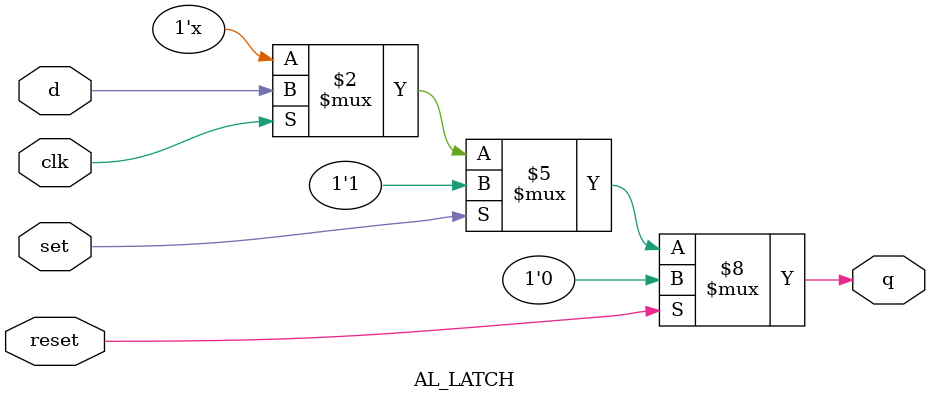
<source format=v>

`timescale 1ns / 1ps
module karabas_pro  // ../../rtl/karabas_pro.vhd(31)
  (
  AVR_MOSI,
  AVR_NCS,
  AVR_SCK,
  CLK_50MHZ,
  DATA0,
  FDC_STEP,
  PIN_25,
  SD_NDET,
  TAPE_IN,
  UART_RX,
  ASDO,
  AVR_MISO,
  BUZZER,
  CPLD_CLK,
  CPLD_CLK2,
  DCLK,
  NCSO,
  NRESET,
  PIN_120,
  PIN_121,
  PIN_138,
  PIN_141,
  PIN_7,
  SA,
  SDIR,
  SD_NCS,
  SND_BS,
  SND_DAT,
  SND_WS,
  SRAM_A,
  SRAM_NRD,
  SRAM_NWR,
  TAPE_OUT,
  UART_CTS,
  UART_TX,
  VGA_B,
  VGA_G,
  VGA_HS,
  VGA_R,
  VGA_VS,
  SD,
  SD_MOSI,
  SRAM_D
  );

  input AVR_MOSI;  // ../../rtl/karabas_pro.vhd(68)
  input AVR_NCS;  // ../../rtl/karabas_pro.vhd(70)
  input AVR_SCK;  // ../../rtl/karabas_pro.vhd(67)
  input CLK_50MHZ;  // ../../rtl/karabas_pro.vhd(41)
  input DATA0;  // ../../rtl/karabas_pro.vhd(50)
  input FDC_STEP;  // ../../rtl/karabas_pro.vhd(95)
  input PIN_25;  // ../../rtl/karabas_pro.vhd(88)
  input SD_NDET;  // ../../rtl/karabas_pro.vhd(57)
  input TAPE_IN;  // ../../rtl/karabas_pro.vhd(97)
  input UART_RX;  // ../../rtl/karabas_pro.vhd(102)
  output ASDO;  // ../../rtl/karabas_pro.vhd(53)
  output AVR_MISO;  // ../../rtl/karabas_pro.vhd(69)
  output BUZZER;  // ../../rtl/karabas_pro.vhd(99)
  output CPLD_CLK;  // ../../rtl/karabas_pro.vhd(74)
  output CPLD_CLK2;  // ../../rtl/karabas_pro.vhd(75)
  output DCLK;  // ../../rtl/karabas_pro.vhd(52)
  output NCSO;  // ../../rtl/karabas_pro.vhd(51)
  output NRESET;  // ../../rtl/karabas_pro.vhd(73)
  output PIN_120;  // ../../rtl/karabas_pro.vhd(92)
  output PIN_121;  // ../../rtl/karabas_pro.vhd(91)
  output PIN_138;  // ../../rtl/karabas_pro.vhd(87)
  output PIN_141;  // ../../rtl/karabas_pro.vhd(86)
  output PIN_7;  // ../../rtl/karabas_pro.vhd(93)
  output [1:0] SA;  // ../../rtl/karabas_pro.vhd(77)
  output SDIR;  // ../../rtl/karabas_pro.vhd(76)
  output SD_NCS;  // ../../rtl/karabas_pro.vhd(56)
  output SND_BS;  // ../../rtl/karabas_pro.vhd(81)
  output SND_DAT;  // ../../rtl/karabas_pro.vhd(83)
  output SND_WS;  // ../../rtl/karabas_pro.vhd(82)
  output [20:0] SRAM_A;  // ../../rtl/karabas_pro.vhd(45)
  output SRAM_NRD;  // ../../rtl/karabas_pro.vhd(47)
  output SRAM_NWR;  // ../../rtl/karabas_pro.vhd(46)
  output TAPE_OUT;  // ../../rtl/karabas_pro.vhd(98)
  output UART_CTS;  // ../../rtl/karabas_pro.vhd(104)
  output UART_TX;  // ../../rtl/karabas_pro.vhd(103)
  output [2:0] VGA_B;  // ../../rtl/karabas_pro.vhd(62)
  output [2:0] VGA_G;  // ../../rtl/karabas_pro.vhd(61)
  output VGA_HS;  // ../../rtl/karabas_pro.vhd(63)
  output [2:0] VGA_R;  // ../../rtl/karabas_pro.vhd(60)
  output VGA_VS;  // ../../rtl/karabas_pro.vhd(64)
  inout [15:0] SD;  // ../../rtl/karabas_pro.vhd(78)
  inout SD_MOSI;  // ../../rtl/karabas_pro.vhd(96)
  inout [7:0] SRAM_D;  // ../../rtl/karabas_pro.vhd(44)

  parameter enable_2port_vram = false;
  parameter enable_osd_overlay = true;
  parameter enable_saa1099 = false;
  parameter enable_zxuno_uart = true;
  parameter enable_zxuno_uart2 = false;
  wire [2:0] \G_UNO_UART$U22/uartchip/receiver/bitcnt ;  // ../../rtl/uart/uart.v(192)
  wire [17:0] \G_UNO_UART$U22/uartchip/receiver/bpscounter ;  // ../../rtl/uart/uart.v(190)
  wire [17:0] \G_UNO_UART$U22/uartchip/receiver/n1 ;
  wire [2:0] \G_UNO_UART$U22/uartchip/receiver/n10 ;
  wire [2:0] \G_UNO_UART$U22/uartchip/receiver/n17 ;
  wire [2:0] \G_UNO_UART$U22/uartchip/receiver/n18 ;
  wire [2:0] \G_UNO_UART$U22/uartchip/receiver/n2 ;
  wire [17:0] \G_UNO_UART$U22/uartchip/receiver/n20 ;
  wire [2:0] \G_UNO_UART$U22/uartchip/receiver/n22 ;
  wire [2:0] \G_UNO_UART$U22/uartchip/receiver/n28 ;
  wire [17:0] \G_UNO_UART$U22/uartchip/receiver/n3 ;
  wire [2:0] \G_UNO_UART$U22/uartchip/receiver/n30 ;
  wire [2:0] \G_UNO_UART$U22/uartchip/receiver/n35 ;
  wire [2:0] \G_UNO_UART$U22/uartchip/receiver/n37 ;
  wire [2:0] \G_UNO_UART$U22/uartchip/receiver/n39 ;
  wire [2:0] \G_UNO_UART$U22/uartchip/receiver/n41 ;
  wire [2:0] \G_UNO_UART$U22/uartchip/receiver/n45 ;
  wire [2:0] \G_UNO_UART$U22/uartchip/receiver/n46 ;
  wire [2:0] \G_UNO_UART$U22/uartchip/receiver/n52 ;
  wire [17:0] \G_UNO_UART$U22/uartchip/receiver/n55 ;
  wire [2:0] \G_UNO_UART$U22/uartchip/receiver/n58 ;
  wire [1:0] \G_UNO_UART$U22/uartchip/receiver/rx_ff ;  // ../../rtl/uart/uart.v(175)
  wire [7:0] \G_UNO_UART$U22/uartchip/receiver/rxvalues ;  // ../../rtl/uart/uart.v(182)
  wire [2:0] \G_UNO_UART$U22/uartchip/receiver/state ;  // ../../rtl/uart/uart.v(191)
  wire [2:0] \G_UNO_UART$U22/uartchip/transmitter/bitcnt ;  // ../../rtl/uart/uart.v(88)
  wire [17:0] \G_UNO_UART$U22/uartchip/transmitter/bpscounter ;  // ../../rtl/uart/uart.v(87)
  wire [17:0] \G_UNO_UART$U22/uartchip/transmitter/n10 ;
  wire [2:0] \G_UNO_UART$U22/uartchip/transmitter/n13 ;
  wire [1:0] \G_UNO_UART$U22/uartchip/transmitter/n14 ;
  wire [2:0] \G_UNO_UART$U22/uartchip/transmitter/n15 ;
  wire [2:0] \G_UNO_UART$U22/uartchip/transmitter/n19 ;
  wire [1:0] \G_UNO_UART$U22/uartchip/transmitter/n20 ;
  wire [17:0] \G_UNO_UART$U22/uartchip/transmitter/n21 ;
  wire [1:0] \G_UNO_UART$U22/uartchip/transmitter/n23 ;
  wire [1:0] \G_UNO_UART$U22/uartchip/transmitter/n27 ;
  wire [2:0] \G_UNO_UART$U22/uartchip/transmitter/n29 ;
  wire [1:0] \G_UNO_UART$U22/uartchip/transmitter/state ;  // ../../rtl/uart/uart.v(86)
  wire [4:0] \U1/clkc_wire ;  // al_ip/altpll0.vhd(38)
  wire [23:0] \U15/U_SPI/di_reg ;  // ../../rtl/spi/spi_slave.vhd(176)
  wire [5:0] \U15/U_SPI/n15 ;
  wire [23:0] \U15/U_SPI/n16 ;
  wire  \U15/U_SPI/sel0/B1 ;
  wire  \U15/U_SPI/sel1_b0/B0 ;
  wire  \U15/U_SPI/sel1_b0/B1 ;
  wire  \U15/U_SPI/sel1_b0/B2 ;
  wire  \U15/U_SPI/sel1_b0/B3 ;
  wire  \U15/U_SPI/sel1_b0/B4 ;
  wire  \U15/U_SPI/sel1_b0/B5 ;
  wire  \U15/U_SPI/sel1_b1/B0 ;
  wire  \U15/U_SPI/sel1_b1/B1 ;
  wire  \U15/U_SPI/sel1_b1/B2 ;
  wire  \U15/U_SPI/sel1_b1/B3 ;
  wire  \U15/U_SPI/sel1_b1/B4 ;
  wire  \U15/U_SPI/sel1_b1/B5 ;
  wire  \U15/U_SPI/sel1_b10/B0 ;
  wire  \U15/U_SPI/sel1_b10/B1 ;
  wire  \U15/U_SPI/sel1_b10/B2 ;
  wire  \U15/U_SPI/sel1_b10/B3 ;
  wire  \U15/U_SPI/sel1_b10/B4 ;
  wire  \U15/U_SPI/sel1_b10/B5 ;
  wire  \U15/U_SPI/sel1_b11/B0 ;
  wire  \U15/U_SPI/sel1_b11/B1 ;
  wire  \U15/U_SPI/sel1_b11/B2 ;
  wire  \U15/U_SPI/sel1_b11/B3 ;
  wire  \U15/U_SPI/sel1_b11/B4 ;
  wire  \U15/U_SPI/sel1_b11/B5 ;
  wire  \U15/U_SPI/sel1_b12/B0 ;
  wire  \U15/U_SPI/sel1_b12/B1 ;
  wire  \U15/U_SPI/sel1_b12/B2 ;
  wire  \U15/U_SPI/sel1_b12/B3 ;
  wire  \U15/U_SPI/sel1_b12/B4 ;
  wire  \U15/U_SPI/sel1_b12/B5 ;
  wire  \U15/U_SPI/sel1_b13/B0 ;
  wire  \U15/U_SPI/sel1_b13/B1 ;
  wire  \U15/U_SPI/sel1_b13/B2 ;
  wire  \U15/U_SPI/sel1_b13/B3 ;
  wire  \U15/U_SPI/sel1_b13/B4 ;
  wire  \U15/U_SPI/sel1_b13/B5 ;
  wire  \U15/U_SPI/sel1_b14/B0 ;
  wire  \U15/U_SPI/sel1_b14/B1 ;
  wire  \U15/U_SPI/sel1_b14/B2 ;
  wire  \U15/U_SPI/sel1_b14/B3 ;
  wire  \U15/U_SPI/sel1_b14/B4 ;
  wire  \U15/U_SPI/sel1_b14/B5 ;
  wire  \U15/U_SPI/sel1_b15/B0 ;
  wire  \U15/U_SPI/sel1_b15/B1 ;
  wire  \U15/U_SPI/sel1_b15/B2 ;
  wire  \U15/U_SPI/sel1_b15/B3 ;
  wire  \U15/U_SPI/sel1_b15/B4 ;
  wire  \U15/U_SPI/sel1_b15/B5 ;
  wire  \U15/U_SPI/sel1_b16/B0 ;
  wire  \U15/U_SPI/sel1_b16/B1 ;
  wire  \U15/U_SPI/sel1_b16/B2 ;
  wire  \U15/U_SPI/sel1_b16/B3 ;
  wire  \U15/U_SPI/sel1_b16/B4 ;
  wire  \U15/U_SPI/sel1_b16/B5 ;
  wire  \U15/U_SPI/sel1_b17/B0 ;
  wire  \U15/U_SPI/sel1_b17/B1 ;
  wire  \U15/U_SPI/sel1_b17/B2 ;
  wire  \U15/U_SPI/sel1_b17/B3 ;
  wire  \U15/U_SPI/sel1_b17/B4 ;
  wire  \U15/U_SPI/sel1_b17/B5 ;
  wire  \U15/U_SPI/sel1_b18/B0 ;
  wire  \U15/U_SPI/sel1_b18/B1 ;
  wire  \U15/U_SPI/sel1_b18/B2 ;
  wire  \U15/U_SPI/sel1_b18/B3 ;
  wire  \U15/U_SPI/sel1_b18/B4 ;
  wire  \U15/U_SPI/sel1_b18/B5 ;
  wire  \U15/U_SPI/sel1_b19/B0 ;
  wire  \U15/U_SPI/sel1_b19/B1 ;
  wire  \U15/U_SPI/sel1_b19/B2 ;
  wire  \U15/U_SPI/sel1_b19/B3 ;
  wire  \U15/U_SPI/sel1_b19/B4 ;
  wire  \U15/U_SPI/sel1_b19/B5 ;
  wire  \U15/U_SPI/sel1_b2/B0 ;
  wire  \U15/U_SPI/sel1_b2/B1 ;
  wire  \U15/U_SPI/sel1_b2/B2 ;
  wire  \U15/U_SPI/sel1_b2/B3 ;
  wire  \U15/U_SPI/sel1_b2/B4 ;
  wire  \U15/U_SPI/sel1_b2/B5 ;
  wire  \U15/U_SPI/sel1_b20/B0 ;
  wire  \U15/U_SPI/sel1_b20/B1 ;
  wire  \U15/U_SPI/sel1_b20/B2 ;
  wire  \U15/U_SPI/sel1_b20/B3 ;
  wire  \U15/U_SPI/sel1_b20/B4 ;
  wire  \U15/U_SPI/sel1_b20/B5 ;
  wire  \U15/U_SPI/sel1_b21/B0 ;
  wire  \U15/U_SPI/sel1_b21/B1 ;
  wire  \U15/U_SPI/sel1_b21/B2 ;
  wire  \U15/U_SPI/sel1_b21/B3 ;
  wire  \U15/U_SPI/sel1_b21/B4 ;
  wire  \U15/U_SPI/sel1_b21/B5 ;
  wire  \U15/U_SPI/sel1_b22/B0 ;
  wire  \U15/U_SPI/sel1_b22/B1 ;
  wire  \U15/U_SPI/sel1_b22/B2 ;
  wire  \U15/U_SPI/sel1_b22/B3 ;
  wire  \U15/U_SPI/sel1_b22/B4 ;
  wire  \U15/U_SPI/sel1_b22/B5 ;
  wire  \U15/U_SPI/sel1_b23/B0 ;
  wire  \U15/U_SPI/sel1_b23/B1 ;
  wire  \U15/U_SPI/sel1_b23/B2 ;
  wire  \U15/U_SPI/sel1_b23/B3 ;
  wire  \U15/U_SPI/sel1_b23/B4 ;
  wire  \U15/U_SPI/sel1_b23/B5 ;
  wire  \U15/U_SPI/sel1_b3/B0 ;
  wire  \U15/U_SPI/sel1_b3/B1 ;
  wire  \U15/U_SPI/sel1_b3/B2 ;
  wire  \U15/U_SPI/sel1_b3/B3 ;
  wire  \U15/U_SPI/sel1_b3/B4 ;
  wire  \U15/U_SPI/sel1_b3/B5 ;
  wire  \U15/U_SPI/sel1_b4/B0 ;
  wire  \U15/U_SPI/sel1_b4/B1 ;
  wire  \U15/U_SPI/sel1_b4/B2 ;
  wire  \U15/U_SPI/sel1_b4/B3 ;
  wire  \U15/U_SPI/sel1_b4/B4 ;
  wire  \U15/U_SPI/sel1_b4/B5 ;
  wire  \U15/U_SPI/sel1_b5/B0 ;
  wire  \U15/U_SPI/sel1_b5/B1 ;
  wire  \U15/U_SPI/sel1_b5/B2 ;
  wire  \U15/U_SPI/sel1_b5/B3 ;
  wire  \U15/U_SPI/sel1_b5/B4 ;
  wire  \U15/U_SPI/sel1_b5/B5 ;
  wire  \U15/U_SPI/sel1_b6/B0 ;
  wire  \U15/U_SPI/sel1_b6/B1 ;
  wire  \U15/U_SPI/sel1_b6/B2 ;
  wire  \U15/U_SPI/sel1_b6/B3 ;
  wire  \U15/U_SPI/sel1_b6/B4 ;
  wire  \U15/U_SPI/sel1_b6/B5 ;
  wire  \U15/U_SPI/sel1_b7/B0 ;
  wire  \U15/U_SPI/sel1_b7/B1 ;
  wire  \U15/U_SPI/sel1_b7/B2 ;
  wire  \U15/U_SPI/sel1_b7/B3 ;
  wire  \U15/U_SPI/sel1_b7/B4 ;
  wire  \U15/U_SPI/sel1_b7/B5 ;
  wire  \U15/U_SPI/sel1_b8/B0 ;
  wire  \U15/U_SPI/sel1_b8/B1 ;
  wire  \U15/U_SPI/sel1_b8/B2 ;
  wire  \U15/U_SPI/sel1_b8/B3 ;
  wire  \U15/U_SPI/sel1_b8/B4 ;
  wire  \U15/U_SPI/sel1_b8/B5 ;
  wire  \U15/U_SPI/sel1_b9/B0 ;
  wire  \U15/U_SPI/sel1_b9/B1 ;
  wire  \U15/U_SPI/sel1_b9/B2 ;
  wire  \U15/U_SPI/sel1_b9/B3 ;
  wire  \U15/U_SPI/sel1_b9/B4 ;
  wire  \U15/U_SPI/sel1_b9/B5 ;
  wire  \U15/U_SPI/sel2/B0 ;
  wire  \U15/U_SPI/sel4_b0/B3 ;
  wire  \U15/U_SPI/sel4_b0/B4 ;
  wire  \U15/U_SPI/sel4_b0/B5 ;
  wire  \U15/U_SPI/sel4_b1/B3 ;
  wire  \U15/U_SPI/sel4_b1/B4 ;
  wire  \U15/U_SPI/sel4_b1/B5 ;
  wire  \U15/U_SPI/sel4_b2/B3 ;
  wire  \U15/U_SPI/sel4_b2/B4 ;
  wire  \U15/U_SPI/sel4_b2/B5 ;
  wire  \U15/U_SPI/sel4_b3/B3 ;
  wire  \U15/U_SPI/sel4_b3/B4 ;
  wire  \U15/U_SPI/sel4_b3/B5 ;
  wire  \U15/U_SPI/sel4_b4/B3 ;
  wire  \U15/U_SPI/sel4_b4/B4 ;
  wire  \U15/U_SPI/sel4_b4/B5 ;
  wire  \U15/U_SPI/sel5/B1 ;
  wire [23:0] \U15/U_SPI/sh_next ;  // ../../rtl/spi/spi_slave.vhd(171)
  wire [23:0] \U15/U_SPI/sh_reg ;  // ../../rtl/spi/spi_slave.vhd(172)
  wire [4:0] \U15/U_SPI/state_next ;  // ../../rtl/spi/spi_slave.vhd(168)
  wire [23:0] \U15/queue_do ;  // ../../rtl/avr/avr.vhd(130)
  wire [23:0] \U15/spi_di ;  // ../../rtl/avr/avr.vhd(107)
  wire [23:0] \U15/spi_do ;  // ../../rtl/avr/avr.vhd(108)
  wire [4:0] \U2/clkc_wire ;  // al_ip/altpll1.vhd(46)
  wire [7:0] \U7/U_PENT/attr ;  // ../../rtl/video/pentagon_video.vhd(55)
  wire [7:0] \U7/U_PENT/bitmap ;  // ../../rtl/video/pentagon_video.vhd(56)
  wire [4:0] \U7/U_PENT/invert ;  // ../../rtl/video/pentagon_video.vhd(46)
  wire [7:0] \U7/U_PENT/n151 ;
  wire [4:0] \U7/U_PENT/n25 ;
  wire [5:0] \U7/U_PENT/n26 ;
  wire [5:0] \U7/U_PENT/n27 ;
  wire [5:0] \U7/U_PENT/n3 ;
  wire [2:0] \U7/U_PENT/n31 ;
  wire [5:0] \U7/U_PENT/n4 ;
  wire [2:0] \U7/U_PENT/n97 ;
  wire [7:0] \U7/U_PENT/shift_r ;  // ../../rtl/video/pentagon_video.vhd(62)
  wire [7:0] \U7/attr_o_spec ;  // ../../rtl/video/video.vhd(105)
  wire [9:0] \U7/hcnt_spec ;  // ../../rtl/video/video.vhd(107)
  wire [8:0] \U7/palette_grb ;  // ../../rtl/video/video.vhd(77)
  wire [2:0] \U7/rgb_spec ;  // ../../rtl/video/video.vhd(100)
  wire [8:0] \U7/vcnt_spec ;  // ../../rtl/video/video.vhd(108)
  wire [13:0] \U7/vid_a_spec ;  // ../../rtl/video/video.vhd(98)
  wire [20:0] \U8/U_ICONS/cnt_icon_cf ;  // ../../rtl/video/icons.vhd(57)
  wire [20:0] \U8/U_ICONS/cnt_icon_fd ;  // ../../rtl/video/icons.vhd(55)
  wire [20:0] \U8/U_ICONS/cnt_icon_sd ;  // ../../rtl/video/icons.vhd(56)
  wire [0:0] \U8/U_ICONS/icon_pixel ;  // ../../rtl/video/icons.vhd(36)
  wire [2:0] \U8/U_ICONS/icon_pos ;  // ../../rtl/video/icons.vhd(53)
  wire [20:0] \U8/U_ICONS/n23 ;
  wire [20:0] \U8/U_ICONS/n24 ;
  wire [20:0] \U8/U_ICONS/n26 ;
  wire [20:0] \U8/U_ICONS/n27 ;
  wire [20:0] \U8/U_ICONS/n29 ;
  wire [20:0] \U8/U_ICONS/n30 ;
  wire [9:0] \U8/addr_read ;  // ../../rtl/video/overlay.vhd(48)
  wire [9:0] \U8/addr_write ;  // ../../rtl/video/overlay.vhd(49)
  wire [7:0] \U8/attr ;  // ../../rtl/video/overlay.vhd(35)
  wire [7:0] \U8/attr2 ;  // ../../rtl/video/overlay.vhd(35)
  wire [7:0] \U8/char_buf ;  // ../../rtl/video/overlay.vhd(61)
  wire [2:0] \U8/char_x ;  // ../../rtl/video/overlay.vhd(37)
  wire [2:0] \U8/char_y ;  // ../../rtl/video/overlay.vhd(38)
  wire [7:0] \U8/font_word ;  // ../../rtl/video/overlay.vhd(43)
  wire [15:0] \U8/last_osd_command ;  // ../../rtl/video/overlay.vhd(60)
  wire [7:0] \U8/n10 ;
  wire [9:0] \U8/n12 ;
  wire [7:0] \U8/n13 ;
  wire [7:0] \U8/n14 ;
  wire [9:0] \U8/n15 ;
  wire [7:0] \U8/n16 ;
  wire [7:0] \U8/n17 ;
  wire [8:0] \U8/n72 ;
  wire [8:0] \U8/n73 ;
  wire [9:0] \U8/n8 ;
  wire [7:0] \U8/n9 ;
  wire [8:0] \U8/rgb ;  // ../../rtl/video/overlay.vhd(33)
  wire [8:0] \U8/rgb_bg ;  // ../../rtl/video/overlay.vhd(57)
  wire [8:0] \U8/rgb_fg ;  // ../../rtl/video/overlay.vhd(56)
  wire [10:0] \U8/rom_addr ;  // ../../rtl/video/overlay.vhd(40)
  wire [15:0] \U8/vram_di ;  // ../../rtl/video/overlay.vhd(50)
  wire [15:0] \U8/vram_do ;  // ../../rtl/video/overlay.vhd(51)
  wire [8:0] \U9/RD_REG ;  // ../../rtl/video/vga_pal.vhd(160)
  wire [8:0] \U9/RGB ;  // ../../rtl/video/vga_pal.vhd(59)
  wire [8:0] \U9/VGA_H ;  // ../../rtl/video/vga_pal.vhd(79)
  wire [9:0] \U9/VGA_V ;  // ../../rtl/video/vga_pal.vhd(95)
  wire [9:0] \U9/VIDEO_H ;  // ../../rtl/video/vga_pal.vhd(106)
  wire [8:0] \U9/VIDEO_V ;  // ../../rtl/video/vga_pal.vhd(116)
  wire [8:0] \U9/n11 ;
  wire [9:0] \U9/n14 ;
  wire [9:0] \U9/n19 ;
  wire [8:0] \U9/n22 ;
  wire [8:0] \U9/n47 ;
  wire [8:0] \U9/n48 ;
  wire [7:0] cpld_do;  // ../../rtl/karabas_pro.vhd(421)
  wire [1:0] kb_screen_mode;  // ../../rtl/karabas_pro.vhd(182)
  wire [15:0] osd_command;  // ../../rtl/karabas_pro.vhd(218)
  wire [1:10] soft_sw;  // ../../rtl/karabas_pro.vhd(447)
  wire [7:0] vid_do_bus;  // ../../rtl/karabas_pro.vhd(200)
  wire [8:0] vid_rgb_osd;  // ../../rtl/karabas_pro.vhd(207)
  wire \G_UNO_UART$U22/txbusy ;  // ../../rtl/uart/zxunouart.v(41)
  wire \G_UNO_UART$U22/uartchip/receiver/mux10_b0_sel_is_2_o ;
  wire \G_UNO_UART$U22/uartchip/receiver/mux17_b3_sel_is_3_o ;
  wire \G_UNO_UART$U22/uartchip/receiver/mux7_b0_sel_is_0_o ;
  wire \G_UNO_UART$U22/uartchip/receiver/n12 ;
  wire \G_UNO_UART$U22/uartchip/receiver/n19 ;
  wire \G_UNO_UART$U22/uartchip/receiver/n31 ;
  wire \G_UNO_UART$U22/uartchip/receiver/n38 ;
  wire \G_UNO_UART$U22/uartchip/receiver/n47 ;
  wire \G_UNO_UART$U22/uartchip/receiver/n54 ;
  wire \G_UNO_UART$U22/uartchip/receiver/n6 ;
  wire \G_UNO_UART$U22/uartchip/receiver/n8_neg ;
  wire \G_UNO_UART$U22/uartchip/receiver/rx_is_0 ;  // ../../rtl/uart/uart.v(187)
  wire \G_UNO_UART$U22/uartchip/receiver/rx_is_0_neg ;
  wire \G_UNO_UART$U22/uartchip/receiver/rx_is_1 ;  // ../../rtl/uart/uart.v(186)
  wire \G_UNO_UART$U22/uartchip/receiver/rx_is_1_neg ;
  wire \G_UNO_UART$U22/uartchip/receiver/rx_negedge ;  // ../../rtl/uart/uart.v(188)
  wire \G_UNO_UART$U22/uartchip/receiver/u10_sel_is_3_o ;
  wire \G_UNO_UART$U22/uartchip/receiver/u14_sel_is_3_o ;
  wire \G_UNO_UART$U22/uartchip/receiver/u18_sel_is_3_o ;
  wire \G_UNO_UART$U22/uartchip/transmitter/mux14_b0_sel_is_1_o ;
  wire \G_UNO_UART$U22/uartchip/transmitter/mux3_b2_sel_is_3_o ;
  wire \G_UNO_UART$U22/uartchip/transmitter/mux9_b0_sel_is_0_o ;
  wire \G_UNO_UART$U22/uartchip/transmitter/mux9_b0_sel_is_0_o_neg ;
  wire \G_UNO_UART$U22/uartchip/transmitter/n11 ;
  wire \G_UNO_UART$U22/uartchip/transmitter/n16 ;
  wire \G_UNO_UART$U22/uartchip/transmitter/n22 ;
  wire \G_UNO_UART$U22/uartchip/transmitter/n24 ;
  wire \G_UNO_UART$U22/uartchip/transmitter/n26 ;
  wire \G_UNO_UART$U22/uartchip/transmitter/state[0]_neg ;
  wire \G_UNO_UART$U22/uartchip/transmitter/state[1]_neg ;
  wire \U15/U_SPI/di_req ;  // ../../rtl/spi/spi_slave.vhd(188)
  wire \U15/U_SPI/di_req_o_A ;  // ../../rtl/spi/spi_slave.vhd(198)
  wire \U15/U_SPI/di_req_o_B ;  // ../../rtl/spi/spi_slave.vhd(199)
  wire \U15/U_SPI/di_req_o_C ;  // ../../rtl/spi/spi_slave.vhd(200)
  wire \U15/U_SPI/di_req_o_D ;  // ../../rtl/spi/spi_slave.vhd(201)
  wire \U15/U_SPI/di_req_o_next ;  // ../../rtl/spi/spi_slave.vhd(197)
  wire \U15/U_SPI/do_transfer_next ;  // ../../rtl/spi/spi_slave.vhd(185)
  wire \U15/U_SPI/do_transfer_o ;  // ../../rtl/spi/spi_slave.vhd(138)
  wire \U15/U_SPI/do_valid_A ;  // ../../rtl/spi/spi_slave.vhd(191)
  wire \U15/U_SPI/do_valid_B ;  // ../../rtl/spi/spi_slave.vhd(192)
  wire \U15/U_SPI/do_valid_C ;  // ../../rtl/spi/spi_slave.vhd(193)
  wire \U15/U_SPI/do_valid_D ;  // ../../rtl/spi/spi_slave.vhd(194)
  wire \U15/U_SPI/do_valid_next ;  // ../../rtl/spi/spi_slave.vhd(190)
  wire \U15/U_SPI/n1 ;
  wire \U15/U_SPI/n10 ;
  wire \U15/U_SPI/n17 ;
  wire \U15/U_SPI/n18 ;
  wire \U15/U_SPI/n19 ;
  wire \U15/U_SPI/n20 ;
  wire \U15/U_SPI/n21 ;
  wire \U15/U_SPI/n22 ;
  wire \U15/U_SPI/n23 ;
  wire \U15/U_SPI/n24 ;
  wire \U15/U_SPI/n25 ;
  wire \U15/U_SPI/n26 ;
  wire \U15/U_SPI/n27 ;
  wire \U15/U_SPI/n29 ;
  wire \U15/U_SPI/n31 ;
  wire \U15/U_SPI/n5 ;
  wire \U15/U_SPI/n6 ;
  wire \U15/U_SPI/n7 ;
  wire \U15/U_SPI/n8 ;
  wire \U15/U_SPI/n9 ;
  wire \U15/U_SPI/rx_bit_reg_o ;  // ../../rtl/spi/spi_slave.vhd(141)
  wire \U15/U_SPI/sel1_b0/or_B0_or_B1_B2_o_o ;
  wire \U15/U_SPI/sel1_b0/or_B1_B2_o ;
  wire \U15/U_SPI/sel1_b0/or_B3_or_B4_B5_o_o ;
  wire \U15/U_SPI/sel1_b0/or_B4_B5_o ;
  wire \U15/U_SPI/sel1_b1/or_B0_or_B1_B2_o_o ;
  wire \U15/U_SPI/sel1_b1/or_B1_B2_o ;
  wire \U15/U_SPI/sel1_b1/or_B3_or_B4_B5_o_o ;
  wire \U15/U_SPI/sel1_b1/or_B4_B5_o ;
  wire \U15/U_SPI/sel1_b10/or_B0_or_B1_B2_o_o ;
  wire \U15/U_SPI/sel1_b10/or_B1_B2_o ;
  wire \U15/U_SPI/sel1_b10/or_B3_or_B4_B5_o_o ;
  wire \U15/U_SPI/sel1_b10/or_B4_B5_o ;
  wire \U15/U_SPI/sel1_b11/or_B0_or_B1_B2_o_o ;
  wire \U15/U_SPI/sel1_b11/or_B1_B2_o ;
  wire \U15/U_SPI/sel1_b11/or_B3_or_B4_B5_o_o ;
  wire \U15/U_SPI/sel1_b11/or_B4_B5_o ;
  wire \U15/U_SPI/sel1_b12/or_B0_or_B1_B2_o_o ;
  wire \U15/U_SPI/sel1_b12/or_B1_B2_o ;
  wire \U15/U_SPI/sel1_b12/or_B3_or_B4_B5_o_o ;
  wire \U15/U_SPI/sel1_b12/or_B4_B5_o ;
  wire \U15/U_SPI/sel1_b13/or_B0_or_B1_B2_o_o ;
  wire \U15/U_SPI/sel1_b13/or_B1_B2_o ;
  wire \U15/U_SPI/sel1_b13/or_B3_or_B4_B5_o_o ;
  wire \U15/U_SPI/sel1_b13/or_B4_B5_o ;
  wire \U15/U_SPI/sel1_b14/or_B0_or_B1_B2_o_o ;
  wire \U15/U_SPI/sel1_b14/or_B1_B2_o ;
  wire \U15/U_SPI/sel1_b14/or_B3_or_B4_B5_o_o ;
  wire \U15/U_SPI/sel1_b14/or_B4_B5_o ;
  wire \U15/U_SPI/sel1_b15/or_B0_or_B1_B2_o_o ;
  wire \U15/U_SPI/sel1_b15/or_B1_B2_o ;
  wire \U15/U_SPI/sel1_b15/or_B3_or_B4_B5_o_o ;
  wire \U15/U_SPI/sel1_b15/or_B4_B5_o ;
  wire \U15/U_SPI/sel1_b16/or_B0_or_B1_B2_o_o ;
  wire \U15/U_SPI/sel1_b16/or_B1_B2_o ;
  wire \U15/U_SPI/sel1_b16/or_B3_or_B4_B5_o_o ;
  wire \U15/U_SPI/sel1_b16/or_B4_B5_o ;
  wire \U15/U_SPI/sel1_b17/or_B0_or_B1_B2_o_o ;
  wire \U15/U_SPI/sel1_b17/or_B1_B2_o ;
  wire \U15/U_SPI/sel1_b17/or_B3_or_B4_B5_o_o ;
  wire \U15/U_SPI/sel1_b17/or_B4_B5_o ;
  wire \U15/U_SPI/sel1_b18/or_B0_or_B1_B2_o_o ;
  wire \U15/U_SPI/sel1_b18/or_B1_B2_o ;
  wire \U15/U_SPI/sel1_b18/or_B3_or_B4_B5_o_o ;
  wire \U15/U_SPI/sel1_b18/or_B4_B5_o ;
  wire \U15/U_SPI/sel1_b19/or_B0_or_B1_B2_o_o ;
  wire \U15/U_SPI/sel1_b19/or_B1_B2_o ;
  wire \U15/U_SPI/sel1_b19/or_B3_or_B4_B5_o_o ;
  wire \U15/U_SPI/sel1_b19/or_B4_B5_o ;
  wire \U15/U_SPI/sel1_b2/or_B0_or_B1_B2_o_o ;
  wire \U15/U_SPI/sel1_b2/or_B1_B2_o ;
  wire \U15/U_SPI/sel1_b2/or_B3_or_B4_B5_o_o ;
  wire \U15/U_SPI/sel1_b2/or_B4_B5_o ;
  wire \U15/U_SPI/sel1_b20/or_B0_or_B1_B2_o_o ;
  wire \U15/U_SPI/sel1_b20/or_B1_B2_o ;
  wire \U15/U_SPI/sel1_b20/or_B3_or_B4_B5_o_o ;
  wire \U15/U_SPI/sel1_b20/or_B4_B5_o ;
  wire \U15/U_SPI/sel1_b21/or_B0_or_B1_B2_o_o ;
  wire \U15/U_SPI/sel1_b21/or_B1_B2_o ;
  wire \U15/U_SPI/sel1_b21/or_B3_or_B4_B5_o_o ;
  wire \U15/U_SPI/sel1_b21/or_B4_B5_o ;
  wire \U15/U_SPI/sel1_b22/or_B0_or_B1_B2_o_o ;
  wire \U15/U_SPI/sel1_b22/or_B1_B2_o ;
  wire \U15/U_SPI/sel1_b22/or_B3_or_B4_B5_o_o ;
  wire \U15/U_SPI/sel1_b22/or_B4_B5_o ;
  wire \U15/U_SPI/sel1_b23/or_B0_or_B1_B2_o_o ;
  wire \U15/U_SPI/sel1_b23/or_B1_B2_o ;
  wire \U15/U_SPI/sel1_b23/or_B3_or_B4_B5_o_o ;
  wire \U15/U_SPI/sel1_b23/or_B4_B5_o ;
  wire \U15/U_SPI/sel1_b3/or_B0_or_B1_B2_o_o ;
  wire \U15/U_SPI/sel1_b3/or_B1_B2_o ;
  wire \U15/U_SPI/sel1_b3/or_B3_or_B4_B5_o_o ;
  wire \U15/U_SPI/sel1_b3/or_B4_B5_o ;
  wire \U15/U_SPI/sel1_b4/or_B0_or_B1_B2_o_o ;
  wire \U15/U_SPI/sel1_b4/or_B1_B2_o ;
  wire \U15/U_SPI/sel1_b4/or_B3_or_B4_B5_o_o ;
  wire \U15/U_SPI/sel1_b4/or_B4_B5_o ;
  wire \U15/U_SPI/sel1_b5/or_B0_or_B1_B2_o_o ;
  wire \U15/U_SPI/sel1_b5/or_B1_B2_o ;
  wire \U15/U_SPI/sel1_b5/or_B3_or_B4_B5_o_o ;
  wire \U15/U_SPI/sel1_b5/or_B4_B5_o ;
  wire \U15/U_SPI/sel1_b6/or_B0_or_B1_B2_o_o ;
  wire \U15/U_SPI/sel1_b6/or_B1_B2_o ;
  wire \U15/U_SPI/sel1_b6/or_B3_or_B4_B5_o_o ;
  wire \U15/U_SPI/sel1_b6/or_B4_B5_o ;
  wire \U15/U_SPI/sel1_b7/or_B0_or_B1_B2_o_o ;
  wire \U15/U_SPI/sel1_b7/or_B1_B2_o ;
  wire \U15/U_SPI/sel1_b7/or_B3_or_B4_B5_o_o ;
  wire \U15/U_SPI/sel1_b7/or_B4_B5_o ;
  wire \U15/U_SPI/sel1_b8/or_B0_or_B1_B2_o_o ;
  wire \U15/U_SPI/sel1_b8/or_B1_B2_o ;
  wire \U15/U_SPI/sel1_b8/or_B3_or_B4_B5_o_o ;
  wire \U15/U_SPI/sel1_b8/or_B4_B5_o ;
  wire \U15/U_SPI/sel1_b9/or_B0_or_B1_B2_o_o ;
  wire \U15/U_SPI/sel1_b9/or_B1_B2_o ;
  wire \U15/U_SPI/sel1_b9/or_B3_or_B4_B5_o_o ;
  wire \U15/U_SPI/sel1_b9/or_B4_B5_o ;
  wire \U15/U_SPI/sel4_b0/or_B3_or_B4_B5_o_o ;
  wire \U15/U_SPI/sel4_b0/or_B4_B5_o ;
  wire \U15/U_SPI/sel4_b1/or_B3_or_B4_B5_o_o ;
  wire \U15/U_SPI/sel4_b1/or_B4_B5_o ;
  wire \U15/U_SPI/sel4_b2/or_B3_or_B4_B5_o_o ;
  wire \U15/U_SPI/sel4_b2/or_B4_B5_o ;
  wire \U15/U_SPI/sel4_b3/or_B3_or_B4_B5_o_o ;
  wire \U15/U_SPI/sel4_b3/or_B4_B5_o ;
  wire \U15/U_SPI/sel4_b4/or_B1_B2_o ;
  wire \U15/U_SPI/sel4_b4/or_B3_or_B4_B5_o_o ;
  wire \U15/U_SPI/sel4_b4/or_B4_B5_o ;
  wire \U15/U_SPI/state_dbg_o[0] ;  // ../../rtl/spi/spi_slave.vhd(142)
  wire \U15/U_SPI/state_dbg_o[1] ;  // ../../rtl/spi/spi_slave.vhd(142)
  wire \U15/U_SPI/state_dbg_o[2] ;  // ../../rtl/spi/spi_slave.vhd(142)
  wire \U15/U_SPI/state_dbg_o[3] ;  // ../../rtl/spi/spi_slave.vhd(142)
  wire \U15/U_SPI/state_dbg_o[4] ;  // ../../rtl/spi/spi_slave.vhd(142)
  wire \U15/U_SPI/wren_ack_next ;  // ../../rtl/spi/spi_slave.vhd(179)
  wire \U15/U_SPI/wren_ack_o ;  // ../../rtl/spi/spi_slave.vhd(140)
  wire \U15/U_SPI/wren_o ;  // ../../rtl/spi/spi_slave.vhd(139)
  wire \U15/mux13_b0_sel_is_3_o ;
  wire \U15/mux2_b0_sel_is_3_o ;
  wire \U15/mux3_b1_sel_is_3_o ;
  wire \U15/n1 ;
  wire \U15/n10 ;
  wire \U15/n37 ;
  wire \U15/n41 ;
  wire \U15/n7 ;
  wire \U15/queue_rd_empty ;  // ../../rtl/avr/avr.vhd(131)
  wire \U15/sel12_b0_sel_is_3_o ;
  wire \U15/sel13_b1_sel_is_3_o ;
  wire \U15/spi_di_req ;  // ../../rtl/avr/avr.vhd(109)
  wire \U15/spi_do_valid ;  // ../../rtl/avr/avr.vhd(106)
  wire \U15/spi_miso ;  // ../../rtl/avr/avr.vhd(110)
  wire \U6/n24 ;
  wire \U6/n48 ;
  wire \U7/U_PENT/mux10_b0_sel_is_3_o ;
  wire \U7/U_PENT/mux11_b0_sel_is_3_o ;
  wire \U7/U_PENT/mux12_b0_sel_is_3_o ;
  wire \U7/U_PENT/mux13_b0_sel_is_3_o ;
  wire \U7/U_PENT/mux14_b0_sel_is_3_o ;
  wire \U7/U_PENT/mux15_b0_sel_is_3_o ;
  wire \U7/U_PENT/mux19_b0_sel_is_3_o ;
  wire \U7/U_PENT/mux21_b0_sel_is_3_o ;
  wire \U7/U_PENT/mux22_b0_sel_is_3_o ;
  wire \U7/U_PENT/mux27_b0_sel_is_3_o ;
  wire \U7/U_PENT/mux28_b0_sel_is_3_o ;
  wire \U7/U_PENT/mux4_b0_sel_is_3_o ;
  wire \U7/U_PENT/mux5_b0_sel_is_3_o ;
  wire \U7/U_PENT/mux6_b0_sel_is_3_o ;
  wire \U7/U_PENT/mux9_b0_sel_is_3_o ;
  wire \U7/U_PENT/n1 ;
  wire \U7/U_PENT/n10 ;
  wire \U7/U_PENT/n106 ;
  wire \U7/U_PENT/n107 ;
  wire \U7/U_PENT/n108 ;
  wire \U7/U_PENT/n109 ;
  wire \U7/U_PENT/n11 ;
  wire \U7/U_PENT/n110 ;
  wire \U7/U_PENT/n111 ;
  wire \U7/U_PENT/n116 ;
  wire \U7/U_PENT/n117 ;
  wire \U7/U_PENT/n118 ;
  wire \U7/U_PENT/n119 ;
  wire \U7/U_PENT/n12 ;
  wire \U7/U_PENT/n13 ;
  wire \U7/U_PENT/n14 ;
  wire \U7/U_PENT/n15 ;
  wire \U7/U_PENT/n157 ;
  wire \U7/U_PENT/n16 ;
  wire \U7/U_PENT/n166 ;
  wire \U7/U_PENT/n167 ;
  wire \U7/U_PENT/n168 ;
  wire \U7/U_PENT/n169 ;
  wire \U7/U_PENT/n17 ;
  wire \U7/U_PENT/n170 ;
  wire \U7/U_PENT/n171 ;
  wire \U7/U_PENT/n172 ;
  wire \U7/U_PENT/n173 ;
  wire \U7/U_PENT/n18 ;
  wire \U7/U_PENT/n19 ;
  wire \U7/U_PENT/n2 ;
  wire \U7/U_PENT/n20 ;
  wire \U7/U_PENT/n21 ;
  wire \U7/U_PENT/n22 ;
  wire \U7/U_PENT/n23 ;
  wire \U7/U_PENT/n24 ;
  wire \U7/U_PENT/n39 ;
  wire \U7/U_PENT/n40 ;
  wire \U7/U_PENT/n41 ;
  wire \U7/U_PENT/n43 ;
  wire \U7/U_PENT/n45 ;
  wire \U7/U_PENT/n46 ;
  wire \U7/U_PENT/n47 ;
  wire \U7/U_PENT/n48 ;
  wire \U7/U_PENT/n49 ;
  wire \U7/U_PENT/n5 ;
  wire \U7/U_PENT/n50 ;
  wire \U7/U_PENT/n51 ;
  wire \U7/U_PENT/n52 ;
  wire \U7/U_PENT/n53 ;
  wire \U7/U_PENT/n54 ;
  wire \U7/U_PENT/n55 ;
  wire \U7/U_PENT/n56 ;
  wire \U7/U_PENT/n6 ;
  wire \U7/U_PENT/n7 ;
  wire \U7/U_PENT/n8 ;
  wire \U7/U_PENT/n9 ;
  wire \U7/U_PENT/paper ;  // ../../rtl/video/pentagon_video.vhd(65)
  wire \U7/U_PENT/paper_r ;  // ../../rtl/video/pentagon_video.vhd(58)
  wire \U7/hsync_spec ;  // ../../rtl/video/video.vhd(102)
  wire \U7/i_spec ;  // ../../rtl/video/video.vhd(101)
  wire \U7/pFF_CS_spec ;  // ../../rtl/video/video.vhd(104)
  wire \U7/vsync_spec ;  // ../../rtl/video/video.vhd(103)
  wire \U8/U_ICONS/is_icon_cf ;  // ../../rtl/video/icons.vhd(40)
  wire \U8/U_ICONS/is_icon_fd ;  // ../../rtl/video/icons.vhd(38)
  wire \U8/U_ICONS/is_icon_sd ;  // ../../rtl/video/icons.vhd(39)
  wire \U8/U_ICONS/mux10_b0_sel_is_0_o ;
  wire \U8/U_ICONS/mux11_b0_sel_is_2_o ;
  wire \U8/U_ICONS/n10 ;
  wire \U8/U_ICONS/n11 ;
  wire \U8/U_ICONS/n12 ;
  wire \U8/U_ICONS/n13 ;
  wire \U8/U_ICONS/n14 ;
  wire \U8/U_ICONS/n15 ;
  wire \U8/U_ICONS/n16 ;
  wire \U8/U_ICONS/n17 ;
  wire \U8/U_ICONS/n18 ;
  wire \U8/U_ICONS/n19 ;
  wire \U8/U_ICONS/n20 ;
  wire \U8/U_ICONS/n35 ;
  wire \U8/U_ICONS/n36 ;
  wire \U8/U_ICONS/n37 ;
  wire \U8/U_ICONS/n38 ;
  wire \U8/U_ICONS/n39 ;
  wire \U8/U_ICONS/n40 ;
  wire \U8/U_ICONS/n41 ;
  wire \U8/U_ICONS/n42 ;
  wire \U8/U_ICONS/n42_neg ;
  wire \U8/U_ICONS/n43 ;
  wire \U8/U_ICONS/n44 ;
  wire \U8/U_ICONS/n44_neg ;
  wire \U8/U_ICONS/n45 ;
  wire \U8/U_ICONS/n46 ;
  wire \U8/U_ICONS/n46_neg ;
  wire \U8/U_ICONS/n5 ;
  wire \U8/U_ICONS/n6 ;
  wire \U8/U_ICONS/n8 ;
  wire \U8/U_ICONS/n9 ;
  wire \U8/U_ICONS/paper_icon_cf ;  // ../../rtl/video/icons.vhd(30)
  wire \U8/U_ICONS/paper_icon_fd ;  // ../../rtl/video/icons.vhd(28)
  wire \U8/U_ICONS/paper_icon_sd ;  // ../../rtl/video/icons.vhd(29)
  wire \U8/char_x[0]_neg ;
  wire \U8/char_x[1]_neg ;
  wire \U8/char_x[2]_neg ;
  wire \U8/hcnt[0]_neg ;
  wire \U8/hcnt[1]_neg ;
  wire \U8/is_flash ;  // ../../rtl/video/overlay.vhd(55)
  wire \U8/mux10_b0_sel_is_7_o ;
  wire \U8/mux11_b0_sel_is_0_o ;
  wire \U8/mux18_b1_sel_is_2_o ;
  wire \U8/mux19_b0_sel_is_0_o ;
  wire \U8/mux22_b0_sel_is_3_o ;
  wire \U8/mux22_b5_sel_is_3_o ;
  wire \U8/mux23_b0_sel_is_3_o ;
  wire \U8/mux24_b0_sel_is_3_o ;
  wire \U8/mux5_b0_sel_is_30_o ;
  wire \U8/mux6_b0_sel_is_15_o ;
  wire \U8/mux7_b0_sel_is_0_o ;
  wire \U8/mux9_b0_sel_is_14_o ;
  wire \U8/n1 ;
  wire \U8/n2 ;
  wire \U8/n21 ;
  wire \U8/n23 ;
  wire \U8/n26 ;
  wire \U8/n3 ;
  wire \U8/n33 ;
  wire \U8/n34 ;
  wire \U8/n35 ;
  wire \U8/n36 ;
  wire \U8/n37 ;
  wire \U8/n38 ;
  wire \U8/n39 ;
  wire \U8/n4 ;
  wire \U8/n41 ;
  wire \U8/n42 ;
  wire \U8/n43 ;
  wire \U8/n44 ;
  wire \U8/n45 ;
  wire \U8/n46 ;
  wire \U8/n47 ;
  wire \U8/n48 ;
  wire \U8/n49 ;
  wire \U8/n5 ;
  wire \U8/n50 ;
  wire \U8/n51 ;
  wire \U8/n52 ;
  wire \U8/n53 ;
  wire \U8/n54 ;
  wire \U8/n56 ;
  wire \U8/n57 ;
  wire \U8/n58 ;
  wire \U8/n59 ;
  wire \U8/n60 ;
  wire \U8/n61 ;
  wire \U8/n62 ;
  wire \U8/n63 ;
  wire \U8/n64 ;
  wire \U8/n65 ;
  wire \U8/n66 ;
  wire \U8/n67 ;
  wire \U8/n68 ;
  wire \U8/n69 ;
  wire \U8/n70 ;
  wire \U8/n71 ;
  wire \U8/n71_neg ;
  wire \U8/n74 ;
  wire \U8/n75 ;
  wire \U8/n76 ;
  wire \U8/n77 ;
  wire \U8/n78 ;
  wire \U8/paper ;  // ../../rtl/video/overlay.vhd(62)
  wire \U8/paper2 ;  // ../../rtl/video/overlay.vhd(63)
  wire \U8/pixel ;  // ../../rtl/video/overlay.vhd(45)
  wire \U8/pixel_reg_al_n0 ;  // ../../rtl/video/overlay.vhd(46)
  wire \U8/video_on ;  // ../../rtl/video/overlay.vhd(32)
  wire \U8/video_on_neg ;
  wire \U8/vram_wr ;  // ../../rtl/video/overlay.vhd(52)
  wire \U9/KSI ;  // ../../rtl/video/vga_pal.vhd(62)
  wire \U9/KSI_2 ;  // ../../rtl/video/vga_pal.vhd(70)
  wire \U9/RESET_H ;  // ../../rtl/video/vga_pal.vhd(141)
  wire \U9/RESET_V ;  // ../../rtl/video/vga_pal.vhd(142)
  wire \U9/RESET_ZONE ;  // ../../rtl/video/vga_pal.vhd(140)
  wire \U9/SSI ;  // ../../rtl/video/vga_pal.vhd(63)
  wire \U9/SSI_2 ;  // ../../rtl/video/vga_pal.vhd(71)
  wire \U9/VGA_BLANK ;  // ../../rtl/video/vga_pal.vhd(150)
  wire \U9/VGA_H0 ;  // ../../rtl/video/vga_pal.vhd(90)
  wire \U9/VGA_KGI ;  // ../../rtl/video/vga_pal.vhd(148)
  wire \U9/VGA_KSI ;  // ../../rtl/video/vga_pal.vhd(130)
  wire \U9/VGA_SGI ;  // ../../rtl/video/vga_pal.vhd(149)
  wire \U9/VGA_SSI ;  // ../../rtl/video/vga_pal.vhd(131)
  wire \U9/VGA_V_CLK ;  // ../../rtl/video/vga_pal.vhd(94)
  wire \U9/VIDEO_V_CLK ;  // ../../rtl/video/vga_pal.vhd(115)
  wire \U9/mux2_b0_sel_is_0_o ;
  wire \U9/mux3_b0_sel_is_0_o ;
  wire \U9/n1 ;
  wire \U9/n10 ;
  wire \U9/n10_neg ;
  wire \U9/n13 ;
  wire \U9/n13_neg ;
  wire \U9/n24 ;
  wire \U9/n25 ;
  wire \U9/n26 ;
  wire \U9/n3 ;
  wire \U9/n31 ;
  wire \U9/n34 ;
  wire \U9/n35 ;
  wire \U9/n36 ;
  wire \U9/n37 ;
  wire \U9/n38 ;
  wire \U9/n39 ;
  wire \U9/n40 ;
  wire \U9/n41 ;
  wire \U9/n42 ;
  wire \U9/n43 ;
  wire \U9/n44 ;
  wire \U9/n45 ;
  wire \U9/n46 ;
  wire \U9/n6 ;
  wire \U9/n8 ;
  wire blink;  // ../../rtl/karabas_pro.vhd(213)
  wire clk_112;  // ../../rtl/karabas_pro.vhd(315)
  wire clk_28;  // ../../rtl/karabas_pro.vhd(318)
  wire clk_8;  // ../../rtl/karabas_pro.vhd(320)
  wire clk_84;  // ../../rtl/karabas_pro.vhd(316)
  wire clk_div2;  // ../../rtl/karabas_pro.vhd(323)
  wire clk_div4;  // ../../rtl/karabas_pro.vhd(324)
  wire n15;
  wire osd_overlay;  // ../../rtl/karabas_pro.vhd(216)
  wire osd_popup;  // ../../rtl/karabas_pro.vhd(217)
  wire vid_rd;  // ../../rtl/karabas_pro.vhd(353)
  wire vid_scandoubler_enable;  // ../../rtl/karabas_pro.vhd(212)

  assign BUZZER = 1'b0;
  assign CPLD_CLK = clk_84;
  assign CPLD_CLK2 = clk_8;
  assign DCLK = 1'b0;
  assign NCSO = 1'b1;
  assign NRESET = 1'b0;
  assign PIN_120 = 1'b1;
  assign PIN_121 = 1'b0;
  assign PIN_7 = 1'b1;
  assign SA[1] = 1'b1;
  assign SA[0] = 1'b1;
  assign SDIR = soft_sw[10];
  assign SD_NCS = 1'b1;
  assign SND_BS = 1'b1;
  assign SND_DAT = 1'b0;
  assign SND_WS = 1'b0;
  assign SRAM_A[20] = 1'b1;
  assign SRAM_A[19] = 1'b0;
  assign SRAM_A[18] = 1'b0;
  assign SRAM_A[17] = 1'b0;
  assign SRAM_A[16] = 1'b0;
  assign SRAM_A[15] = 1'b0;
  assign SRAM_A[14] = 1'b0;
  assign SRAM_A[13] = 1'b0;
  assign SRAM_A[12] = 1'b0;
  assign SRAM_A[11] = 1'b0;
  assign SRAM_A[10] = 1'b0;
  assign SRAM_A[9] = 1'b0;
  assign SRAM_A[8] = 1'b0;
  assign SRAM_A[7] = 1'b0;
  assign SRAM_A[6] = 1'b0;
  assign SRAM_A[5] = 1'b0;
  assign SRAM_A[4] = 1'b0;
  assign SRAM_A[3] = 1'b0;
  assign SRAM_A[2] = 1'b0;
  assign SRAM_A[1] = 1'b0;
  assign SRAM_A[0] = 1'b0;
  assign SRAM_NRD = 1'b1;
  assign SRAM_NWR = 1'b1;
  assign SD[7] = 1'b1;
  assign SD[6] = 1'b1;
  assign SD[5] = 1'b1;
  assign SD[4] = 1'b1;
  assign SD[3] = 1'b1;
  assign SD[2] = 1'b1;
  assign SD[1] = 1'b1;
  assign SD[0] = 1'b1;
  assign SD_MOSI = 1'b1;
  assign SRAM_D[7] = vid_do_bus[7];
  assign SRAM_D[6] = vid_do_bus[6];
  assign SRAM_D[5] = vid_do_bus[5];
  assign SRAM_D[4] = vid_do_bus[4];
  assign SRAM_D[3] = vid_do_bus[3];
  assign SRAM_D[2] = vid_do_bus[2];
  assign SRAM_D[1] = vid_do_bus[1];
  assign SRAM_D[0] = vid_do_bus[0];
  bufif1 ASDO_tribuf (ASDO, 1'b0, 1'b0);  // ../../rtl/karabas_pro.vhd(1214)
  eq_w8 \G_UNO_UART$U22/uartchip/receiver/eq0  (
    .i0(\G_UNO_UART$U22/uartchip/receiver/rxvalues ),
    .i1(8'b11111111),
    .o(\G_UNO_UART$U22/uartchip/receiver/rx_is_1 ));  // ../../rtl/uart/uart.v(186)
  eq_w8 \G_UNO_UART$U22/uartchip/receiver/eq1  (
    .i0(\G_UNO_UART$U22/uartchip/receiver/rxvalues ),
    .i1(8'b00000000),
    .o(\G_UNO_UART$U22/uartchip/receiver/rx_is_0 ));  // ../../rtl/uart/uart.v(187)
  eq_w8 \G_UNO_UART$U22/uartchip/receiver/eq2  (
    .i0(\G_UNO_UART$U22/uartchip/receiver/rxvalues ),
    .i1(8'b11110000),
    .o(\G_UNO_UART$U22/uartchip/receiver/rx_negedge ));  // ../../rtl/uart/uart.v(188)
  eq_w18 \G_UNO_UART$U22/uartchip/receiver/eq4  (
    .i0(\G_UNO_UART$U22/uartchip/receiver/bpscounter ),
    .i1(18'b000000000001111001),
    .o(\G_UNO_UART$U22/uartchip/receiver/n6 ));  // ../../rtl/uart/uart.v(211)
  eq_w18 \G_UNO_UART$U22/uartchip/receiver/eq5  (
    .i0(\G_UNO_UART$U22/uartchip/receiver/bpscounter ),
    .i1(18'b000000000000000000),
    .o(\G_UNO_UART$U22/uartchip/receiver/n12 ));  // ../../rtl/uart/uart.v(217)
  eq_w3 \G_UNO_UART$U22/uartchip/receiver/eq6  (
    .i0(\G_UNO_UART$U22/uartchip/receiver/bitcnt ),
    .i1(3'b000),
    .o(\G_UNO_UART$U22/uartchip/receiver/n31 ));  // ../../rtl/uart/uart.v(243)
  binary_mux_s1_w1 \G_UNO_UART$U22/uartchip/receiver/mux0_b0  (
    .i0(\G_UNO_UART$U22/uartchip/receiver/bpscounter [0]),
    .i1(1'b1),
    .sel(\G_UNO_UART$U22/uartchip/receiver/rx_negedge ),
    .o(\G_UNO_UART$U22/uartchip/receiver/n1 [0]));  // ../../rtl/uart/uart.v(206)
  binary_mux_s1_w1 \G_UNO_UART$U22/uartchip/receiver/mux0_b1  (
    .i0(\G_UNO_UART$U22/uartchip/receiver/bpscounter [1]),
    .i1(1'b1),
    .sel(\G_UNO_UART$U22/uartchip/receiver/rx_negedge ),
    .o(\G_UNO_UART$U22/uartchip/receiver/n1 [1]));  // ../../rtl/uart/uart.v(206)
  binary_mux_s1_w1 \G_UNO_UART$U22/uartchip/receiver/mux0_b10  (
    .i0(\G_UNO_UART$U22/uartchip/receiver/bpscounter [10]),
    .i1(1'b0),
    .sel(\G_UNO_UART$U22/uartchip/receiver/rx_negedge ),
    .o(\G_UNO_UART$U22/uartchip/receiver/n1 [10]));  // ../../rtl/uart/uart.v(206)
  binary_mux_s1_w1 \G_UNO_UART$U22/uartchip/receiver/mux0_b11  (
    .i0(\G_UNO_UART$U22/uartchip/receiver/bpscounter [11]),
    .i1(1'b0),
    .sel(\G_UNO_UART$U22/uartchip/receiver/rx_negedge ),
    .o(\G_UNO_UART$U22/uartchip/receiver/n1 [11]));  // ../../rtl/uart/uart.v(206)
  binary_mux_s1_w1 \G_UNO_UART$U22/uartchip/receiver/mux0_b12  (
    .i0(\G_UNO_UART$U22/uartchip/receiver/bpscounter [12]),
    .i1(1'b0),
    .sel(\G_UNO_UART$U22/uartchip/receiver/rx_negedge ),
    .o(\G_UNO_UART$U22/uartchip/receiver/n1 [12]));  // ../../rtl/uart/uart.v(206)
  binary_mux_s1_w1 \G_UNO_UART$U22/uartchip/receiver/mux0_b13  (
    .i0(\G_UNO_UART$U22/uartchip/receiver/bpscounter [13]),
    .i1(1'b0),
    .sel(\G_UNO_UART$U22/uartchip/receiver/rx_negedge ),
    .o(\G_UNO_UART$U22/uartchip/receiver/n1 [13]));  // ../../rtl/uart/uart.v(206)
  binary_mux_s1_w1 \G_UNO_UART$U22/uartchip/receiver/mux0_b14  (
    .i0(\G_UNO_UART$U22/uartchip/receiver/bpscounter [14]),
    .i1(1'b0),
    .sel(\G_UNO_UART$U22/uartchip/receiver/rx_negedge ),
    .o(\G_UNO_UART$U22/uartchip/receiver/n1 [14]));  // ../../rtl/uart/uart.v(206)
  binary_mux_s1_w1 \G_UNO_UART$U22/uartchip/receiver/mux0_b15  (
    .i0(\G_UNO_UART$U22/uartchip/receiver/bpscounter [15]),
    .i1(1'b0),
    .sel(\G_UNO_UART$U22/uartchip/receiver/rx_negedge ),
    .o(\G_UNO_UART$U22/uartchip/receiver/n1 [15]));  // ../../rtl/uart/uart.v(206)
  binary_mux_s1_w1 \G_UNO_UART$U22/uartchip/receiver/mux0_b16  (
    .i0(\G_UNO_UART$U22/uartchip/receiver/bpscounter [16]),
    .i1(1'b0),
    .sel(\G_UNO_UART$U22/uartchip/receiver/rx_negedge ),
    .o(\G_UNO_UART$U22/uartchip/receiver/n1 [16]));  // ../../rtl/uart/uart.v(206)
  binary_mux_s1_w1 \G_UNO_UART$U22/uartchip/receiver/mux0_b17  (
    .i0(\G_UNO_UART$U22/uartchip/receiver/bpscounter [17]),
    .i1(1'b0),
    .sel(\G_UNO_UART$U22/uartchip/receiver/rx_negedge ),
    .o(\G_UNO_UART$U22/uartchip/receiver/n1 [17]));  // ../../rtl/uart/uart.v(206)
  binary_mux_s1_w1 \G_UNO_UART$U22/uartchip/receiver/mux0_b2  (
    .i0(\G_UNO_UART$U22/uartchip/receiver/bpscounter [2]),
    .i1(1'b1),
    .sel(\G_UNO_UART$U22/uartchip/receiver/rx_negedge ),
    .o(\G_UNO_UART$U22/uartchip/receiver/n1 [2]));  // ../../rtl/uart/uart.v(206)
  binary_mux_s1_w1 \G_UNO_UART$U22/uartchip/receiver/mux0_b3  (
    .i0(\G_UNO_UART$U22/uartchip/receiver/bpscounter [3]),
    .i1(1'b1),
    .sel(\G_UNO_UART$U22/uartchip/receiver/rx_negedge ),
    .o(\G_UNO_UART$U22/uartchip/receiver/n1 [3]));  // ../../rtl/uart/uart.v(206)
  binary_mux_s1_w1 \G_UNO_UART$U22/uartchip/receiver/mux0_b4  (
    .i0(\G_UNO_UART$U22/uartchip/receiver/bpscounter [4]),
    .i1(1'b0),
    .sel(\G_UNO_UART$U22/uartchip/receiver/rx_negedge ),
    .o(\G_UNO_UART$U22/uartchip/receiver/n1 [4]));  // ../../rtl/uart/uart.v(206)
  binary_mux_s1_w1 \G_UNO_UART$U22/uartchip/receiver/mux0_b5  (
    .i0(\G_UNO_UART$U22/uartchip/receiver/bpscounter [5]),
    .i1(1'b1),
    .sel(\G_UNO_UART$U22/uartchip/receiver/rx_negedge ),
    .o(\G_UNO_UART$U22/uartchip/receiver/n1 [5]));  // ../../rtl/uart/uart.v(206)
  binary_mux_s1_w1 \G_UNO_UART$U22/uartchip/receiver/mux0_b6  (
    .i0(\G_UNO_UART$U22/uartchip/receiver/bpscounter [6]),
    .i1(1'b1),
    .sel(\G_UNO_UART$U22/uartchip/receiver/rx_negedge ),
    .o(\G_UNO_UART$U22/uartchip/receiver/n1 [6]));  // ../../rtl/uart/uart.v(206)
  binary_mux_s1_w1 \G_UNO_UART$U22/uartchip/receiver/mux0_b7  (
    .i0(\G_UNO_UART$U22/uartchip/receiver/bpscounter [7]),
    .i1(1'b1),
    .sel(\G_UNO_UART$U22/uartchip/receiver/rx_negedge ),
    .o(\G_UNO_UART$U22/uartchip/receiver/n1 [7]));  // ../../rtl/uart/uart.v(206)
  binary_mux_s1_w1 \G_UNO_UART$U22/uartchip/receiver/mux0_b8  (
    .i0(\G_UNO_UART$U22/uartchip/receiver/bpscounter [8]),
    .i1(1'b0),
    .sel(\G_UNO_UART$U22/uartchip/receiver/rx_negedge ),
    .o(\G_UNO_UART$U22/uartchip/receiver/n1 [8]));  // ../../rtl/uart/uart.v(206)
  binary_mux_s1_w1 \G_UNO_UART$U22/uartchip/receiver/mux0_b9  (
    .i0(\G_UNO_UART$U22/uartchip/receiver/bpscounter [9]),
    .i1(1'b0),
    .sel(\G_UNO_UART$U22/uartchip/receiver/rx_negedge ),
    .o(\G_UNO_UART$U22/uartchip/receiver/n1 [9]));  // ../../rtl/uart/uart.v(206)
  and \G_UNO_UART$U22/uartchip/receiver/mux10_b0_sel_is_2  (\G_UNO_UART$U22/uartchip/receiver/mux10_b0_sel_is_2_o , \G_UNO_UART$U22/uartchip/receiver/n8_neg , \G_UNO_UART$U22/uartchip/receiver/n12 );
  binary_mux_s1_w1 \G_UNO_UART$U22/uartchip/receiver/mux13_b0  (
    .i0(\G_UNO_UART$U22/uartchip/receiver/n17 [0]),
    .i1(\G_UNO_UART$U22/uartchip/receiver/n10 [0]),
    .sel(\G_UNO_UART$U22/uartchip/receiver/n6 ),
    .o(\G_UNO_UART$U22/uartchip/receiver/n18 [0]));  // ../../rtl/uart/uart.v(260)
  binary_mux_s1_w1 \G_UNO_UART$U22/uartchip/receiver/mux13_b1  (
    .i0(\G_UNO_UART$U22/uartchip/receiver/n17 [1]),
    .i1(\G_UNO_UART$U22/uartchip/receiver/n10 [1]),
    .sel(\G_UNO_UART$U22/uartchip/receiver/n6 ),
    .o(\G_UNO_UART$U22/uartchip/receiver/n18 [1]));  // ../../rtl/uart/uart.v(260)
  binary_mux_s1_w1 \G_UNO_UART$U22/uartchip/receiver/mux13_b2  (
    .i0(\G_UNO_UART$U22/uartchip/receiver/n17 [2]),
    .i1(\G_UNO_UART$U22/uartchip/receiver/n10 [2]),
    .sel(\G_UNO_UART$U22/uartchip/receiver/n6 ),
    .o(\G_UNO_UART$U22/uartchip/receiver/n18 [2]));  // ../../rtl/uart/uart.v(260)
  binary_mux_s1_w1 \G_UNO_UART$U22/uartchip/receiver/mux13_b3  (
    .i0(\G_UNO_UART$U22/uartchip/receiver/n35 [0]),
    .i1(\G_UNO_UART$U22/uartchip/receiver/n28 [0]),
    .sel(\G_UNO_UART$U22/uartchip/receiver/n6 ),
    .o(\G_UNO_UART$U22/uartchip/receiver/n37 [0]));  // ../../rtl/uart/uart.v(260)
  binary_mux_s1_w1 \G_UNO_UART$U22/uartchip/receiver/mux13_b4  (
    .i0(\G_UNO_UART$U22/uartchip/receiver/n35 [1]),
    .i1(\G_UNO_UART$U22/uartchip/receiver/n28 [1]),
    .sel(\G_UNO_UART$U22/uartchip/receiver/n6 ),
    .o(\G_UNO_UART$U22/uartchip/receiver/n37 [1]));  // ../../rtl/uart/uart.v(260)
  binary_mux_s1_w1 \G_UNO_UART$U22/uartchip/receiver/mux13_b5  (
    .i0(\G_UNO_UART$U22/uartchip/receiver/n35 [2]),
    .i1(\G_UNO_UART$U22/uartchip/receiver/n28 [2]),
    .sel(\G_UNO_UART$U22/uartchip/receiver/n6 ),
    .o(\G_UNO_UART$U22/uartchip/receiver/n37 [2]));  // ../../rtl/uart/uart.v(260)
  binary_mux_s1_w1 \G_UNO_UART$U22/uartchip/receiver/mux13_b6  (
    .i0(\G_UNO_UART$U22/uartchip/receiver/n17 [0]),
    .i1(\G_UNO_UART$U22/uartchip/receiver/n41 [0]),
    .sel(\G_UNO_UART$U22/uartchip/receiver/n6 ),
    .o(\G_UNO_UART$U22/uartchip/receiver/n46 [0]));  // ../../rtl/uart/uart.v(260)
  binary_mux_s1_w1 \G_UNO_UART$U22/uartchip/receiver/mux13_b7  (
    .i0(\G_UNO_UART$U22/uartchip/receiver/n45 [1]),
    .i1(\G_UNO_UART$U22/uartchip/receiver/n41 [1]),
    .sel(\G_UNO_UART$U22/uartchip/receiver/n6 ),
    .o(\G_UNO_UART$U22/uartchip/receiver/n46 [1]));  // ../../rtl/uart/uart.v(260)
  binary_mux_s1_w1 \G_UNO_UART$U22/uartchip/receiver/mux13_b8  (
    .i0(\G_UNO_UART$U22/uartchip/receiver/n45 [2]),
    .i1(\G_UNO_UART$U22/uartchip/receiver/n41 [2]),
    .sel(\G_UNO_UART$U22/uartchip/receiver/n6 ),
    .o(\G_UNO_UART$U22/uartchip/receiver/n46 [2]));  // ../../rtl/uart/uart.v(260)
  binary_mux_s1_w1 \G_UNO_UART$U22/uartchip/receiver/mux14_b0  (
    .i0(\G_UNO_UART$U22/uartchip/receiver/state [0]),
    .i1(1'b0),
    .sel(\G_UNO_UART$U22/uartchip/receiver/rx_is_1_neg ),
    .o(\G_UNO_UART$U22/uartchip/receiver/n41 [0]));  // ../../rtl/uart/uart.v(254)
  binary_mux_s1_w1 \G_UNO_UART$U22/uartchip/receiver/mux14_b1  (
    .i0(\G_UNO_UART$U22/uartchip/receiver/state [1]),
    .i1(1'b0),
    .sel(\G_UNO_UART$U22/uartchip/receiver/rx_is_1_neg ),
    .o(\G_UNO_UART$U22/uartchip/receiver/n41 [1]));  // ../../rtl/uart/uart.v(254)
  binary_mux_s1_w1 \G_UNO_UART$U22/uartchip/receiver/mux14_b2  (
    .i0(\G_UNO_UART$U22/uartchip/receiver/state [2]),
    .i1(1'b0),
    .sel(\G_UNO_UART$U22/uartchip/receiver/rx_is_1_neg ),
    .o(\G_UNO_UART$U22/uartchip/receiver/n41 [2]));  // ../../rtl/uart/uart.v(254)
  AL_MUX \G_UNO_UART$U22/uartchip/receiver/mux16_b0  (
    .i0(\G_UNO_UART$U22/uartchip/receiver/bitcnt [0]),
    .i1(1'b1),
    .sel(\G_UNO_UART$U22/uartchip/receiver/mux10_b0_sel_is_2_o ),
    .o(\G_UNO_UART$U22/uartchip/receiver/n22 [0]));
  AL_MUX \G_UNO_UART$U22/uartchip/receiver/mux16_b1  (
    .i0(\G_UNO_UART$U22/uartchip/receiver/bitcnt [1]),
    .i1(1'b1),
    .sel(\G_UNO_UART$U22/uartchip/receiver/mux10_b0_sel_is_2_o ),
    .o(\G_UNO_UART$U22/uartchip/receiver/n22 [1]));
  AL_MUX \G_UNO_UART$U22/uartchip/receiver/mux16_b2  (
    .i0(\G_UNO_UART$U22/uartchip/receiver/bitcnt [2]),
    .i1(1'b1),
    .sel(\G_UNO_UART$U22/uartchip/receiver/mux10_b0_sel_is_2_o ),
    .o(\G_UNO_UART$U22/uartchip/receiver/n22 [2]));
  AL_MUX \G_UNO_UART$U22/uartchip/receiver/mux16_b3  (
    .i0(\G_UNO_UART$U22/uartchip/receiver/bitcnt [0]),
    .i1(\G_UNO_UART$U22/uartchip/receiver/n30 [0]),
    .sel(\G_UNO_UART$U22/uartchip/receiver/mux10_b0_sel_is_2_o ),
    .o(\G_UNO_UART$U22/uartchip/receiver/n39 [0]));
  AL_MUX \G_UNO_UART$U22/uartchip/receiver/mux16_b4  (
    .i0(\G_UNO_UART$U22/uartchip/receiver/bitcnt [1]),
    .i1(\G_UNO_UART$U22/uartchip/receiver/n30 [1]),
    .sel(\G_UNO_UART$U22/uartchip/receiver/mux10_b0_sel_is_2_o ),
    .o(\G_UNO_UART$U22/uartchip/receiver/n39 [1]));
  AL_MUX \G_UNO_UART$U22/uartchip/receiver/mux16_b5  (
    .i0(\G_UNO_UART$U22/uartchip/receiver/bitcnt [2]),
    .i1(\G_UNO_UART$U22/uartchip/receiver/n30 [2]),
    .sel(\G_UNO_UART$U22/uartchip/receiver/mux10_b0_sel_is_2_o ),
    .o(\G_UNO_UART$U22/uartchip/receiver/n39 [2]));
  binary_mux_s1_w1 \G_UNO_UART$U22/uartchip/receiver/mux17_b0  (
    .i0(\G_UNO_UART$U22/uartchip/receiver/state [0]),
    .i1(1'b0),
    .sel(\G_UNO_UART$U22/uartchip/receiver/n12 ),
    .o(\G_UNO_UART$U22/uartchip/receiver/n17 [0]));  // ../../rtl/uart/uart.v(260)
  binary_mux_s1_w1 \G_UNO_UART$U22/uartchip/receiver/mux17_b1  (
    .i0(\G_UNO_UART$U22/uartchip/receiver/state [1]),
    .i1(1'b1),
    .sel(\G_UNO_UART$U22/uartchip/receiver/n12 ),
    .o(\G_UNO_UART$U22/uartchip/receiver/n17 [1]));  // ../../rtl/uart/uart.v(260)
  binary_mux_s1_w1 \G_UNO_UART$U22/uartchip/receiver/mux17_b2  (
    .i0(\G_UNO_UART$U22/uartchip/receiver/state [2]),
    .i1(1'b0),
    .sel(\G_UNO_UART$U22/uartchip/receiver/n12 ),
    .o(\G_UNO_UART$U22/uartchip/receiver/n17 [2]));  // ../../rtl/uart/uart.v(260)
  AL_MUX \G_UNO_UART$U22/uartchip/receiver/mux17_b3  (
    .i0(\G_UNO_UART$U22/uartchip/receiver/state [0]),
    .i1(1'b1),
    .sel(\G_UNO_UART$U22/uartchip/receiver/mux17_b3_sel_is_3_o ),
    .o(\G_UNO_UART$U22/uartchip/receiver/n35 [0]));
  and \G_UNO_UART$U22/uartchip/receiver/mux17_b3_sel_is_3  (\G_UNO_UART$U22/uartchip/receiver/mux17_b3_sel_is_3_o , \G_UNO_UART$U22/uartchip/receiver/n12 , \G_UNO_UART$U22/uartchip/receiver/n31 );
  AL_MUX \G_UNO_UART$U22/uartchip/receiver/mux17_b4  (
    .i0(\G_UNO_UART$U22/uartchip/receiver/state [1]),
    .i1(1'b1),
    .sel(\G_UNO_UART$U22/uartchip/receiver/mux17_b3_sel_is_3_o ),
    .o(\G_UNO_UART$U22/uartchip/receiver/n35 [1]));
  AL_MUX \G_UNO_UART$U22/uartchip/receiver/mux17_b5  (
    .i0(\G_UNO_UART$U22/uartchip/receiver/state [2]),
    .i1(1'b0),
    .sel(\G_UNO_UART$U22/uartchip/receiver/mux17_b3_sel_is_3_o ),
    .o(\G_UNO_UART$U22/uartchip/receiver/n35 [2]));
  binary_mux_s1_w1 \G_UNO_UART$U22/uartchip/receiver/mux17_b7  (
    .i0(\G_UNO_UART$U22/uartchip/receiver/state [1]),
    .i1(1'b0),
    .sel(\G_UNO_UART$U22/uartchip/receiver/n12 ),
    .o(\G_UNO_UART$U22/uartchip/receiver/n45 [1]));  // ../../rtl/uart/uart.v(260)
  binary_mux_s1_w1 \G_UNO_UART$U22/uartchip/receiver/mux17_b8  (
    .i0(\G_UNO_UART$U22/uartchip/receiver/state [2]),
    .i1(1'b1),
    .sel(\G_UNO_UART$U22/uartchip/receiver/n12 ),
    .o(\G_UNO_UART$U22/uartchip/receiver/n45 [2]));  // ../../rtl/uart/uart.v(260)
  binary_mux_s1_w1 \G_UNO_UART$U22/uartchip/receiver/mux1_b0  (
    .i0(\G_UNO_UART$U22/uartchip/receiver/state [0]),
    .i1(1'b1),
    .sel(\G_UNO_UART$U22/uartchip/receiver/rx_negedge ),
    .o(\G_UNO_UART$U22/uartchip/receiver/n2 [0]));  // ../../rtl/uart/uart.v(206)
  binary_mux_s1_w1 \G_UNO_UART$U22/uartchip/receiver/mux1_b1  (
    .i0(\G_UNO_UART$U22/uartchip/receiver/state [1]),
    .i1(1'b0),
    .sel(\G_UNO_UART$U22/uartchip/receiver/rx_negedge ),
    .o(\G_UNO_UART$U22/uartchip/receiver/n2 [1]));  // ../../rtl/uart/uart.v(206)
  binary_mux_s1_w1 \G_UNO_UART$U22/uartchip/receiver/mux1_b2  (
    .i0(\G_UNO_UART$U22/uartchip/receiver/state [2]),
    .i1(1'b0),
    .sel(\G_UNO_UART$U22/uartchip/receiver/rx_negedge ),
    .o(\G_UNO_UART$U22/uartchip/receiver/n2 [2]));  // ../../rtl/uart/uart.v(206)
  binary_mux_s3_w1 \G_UNO_UART$U22/uartchip/receiver/mux20_b0  (
    .i0(\G_UNO_UART$U22/uartchip/receiver/n2 [0]),
    .i1(\G_UNO_UART$U22/uartchip/receiver/n18 [0]),
    .i2(\G_UNO_UART$U22/uartchip/receiver/n37 [0]),
    .i3(\G_UNO_UART$U22/uartchip/receiver/n46 [0]),
    .i4(\G_UNO_UART$U22/uartchip/receiver/state [0]),
    .i5(1'b0),
    .i6(1'b0),
    .i7(1'b0),
    .sel(\G_UNO_UART$U22/uartchip/receiver/state ),
    .o(\G_UNO_UART$U22/uartchip/receiver/n52 [0]));  // ../../rtl/uart/uart.v(271)
  binary_mux_s3_w1 \G_UNO_UART$U22/uartchip/receiver/mux20_b1  (
    .i0(\G_UNO_UART$U22/uartchip/receiver/n2 [1]),
    .i1(\G_UNO_UART$U22/uartchip/receiver/n18 [1]),
    .i2(\G_UNO_UART$U22/uartchip/receiver/n37 [1]),
    .i3(\G_UNO_UART$U22/uartchip/receiver/n46 [1]),
    .i4(\G_UNO_UART$U22/uartchip/receiver/state [1]),
    .i5(1'b0),
    .i6(1'b0),
    .i7(1'b0),
    .sel(\G_UNO_UART$U22/uartchip/receiver/state ),
    .o(\G_UNO_UART$U22/uartchip/receiver/n52 [1]));  // ../../rtl/uart/uart.v(271)
  binary_mux_s3_w1 \G_UNO_UART$U22/uartchip/receiver/mux20_b2  (
    .i0(\G_UNO_UART$U22/uartchip/receiver/n2 [2]),
    .i1(\G_UNO_UART$U22/uartchip/receiver/n18 [2]),
    .i2(\G_UNO_UART$U22/uartchip/receiver/n37 [2]),
    .i3(\G_UNO_UART$U22/uartchip/receiver/n46 [2]),
    .i4(\G_UNO_UART$U22/uartchip/receiver/state [2]),
    .i5(1'b0),
    .i6(1'b0),
    .i7(1'b0),
    .sel(\G_UNO_UART$U22/uartchip/receiver/state ),
    .o(\G_UNO_UART$U22/uartchip/receiver/n52 [2]));  // ../../rtl/uart/uart.v(271)
  binary_mux_s3_w1 \G_UNO_UART$U22/uartchip/receiver/mux22  (
    .i0(\G_UNO_UART$U22/uartchip/receiver/rx_negedge ),
    .i1(\G_UNO_UART$U22/uartchip/receiver/n19 ),
    .i2(\G_UNO_UART$U22/uartchip/receiver/n38 ),
    .i3(\G_UNO_UART$U22/uartchip/receiver/n47 ),
    .i4(UART_CTS),
    .i5(UART_CTS),
    .i6(UART_CTS),
    .i7(UART_CTS),
    .sel(\G_UNO_UART$U22/uartchip/receiver/state ),
    .o(\G_UNO_UART$U22/uartchip/receiver/n54 ));  // ../../rtl/uart/uart.v(271)
  binary_mux_s3_w1 \G_UNO_UART$U22/uartchip/receiver/mux23_b0  (
    .i0(\G_UNO_UART$U22/uartchip/receiver/n1 [0]),
    .i1(\G_UNO_UART$U22/uartchip/receiver/n20 [0]),
    .i2(\G_UNO_UART$U22/uartchip/receiver/n20 [0]),
    .i3(\G_UNO_UART$U22/uartchip/receiver/n3 [0]),
    .i4(\G_UNO_UART$U22/uartchip/receiver/bpscounter [0]),
    .i5(\G_UNO_UART$U22/uartchip/receiver/bpscounter [0]),
    .i6(\G_UNO_UART$U22/uartchip/receiver/bpscounter [0]),
    .i7(\G_UNO_UART$U22/uartchip/receiver/bpscounter [0]),
    .sel(\G_UNO_UART$U22/uartchip/receiver/state ),
    .o(\G_UNO_UART$U22/uartchip/receiver/n55 [0]));  // ../../rtl/uart/uart.v(271)
  binary_mux_s3_w1 \G_UNO_UART$U22/uartchip/receiver/mux23_b1  (
    .i0(\G_UNO_UART$U22/uartchip/receiver/n1 [1]),
    .i1(\G_UNO_UART$U22/uartchip/receiver/n20 [1]),
    .i2(\G_UNO_UART$U22/uartchip/receiver/n20 [1]),
    .i3(\G_UNO_UART$U22/uartchip/receiver/n3 [1]),
    .i4(\G_UNO_UART$U22/uartchip/receiver/bpscounter [1]),
    .i5(\G_UNO_UART$U22/uartchip/receiver/bpscounter [1]),
    .i6(\G_UNO_UART$U22/uartchip/receiver/bpscounter [1]),
    .i7(\G_UNO_UART$U22/uartchip/receiver/bpscounter [1]),
    .sel(\G_UNO_UART$U22/uartchip/receiver/state ),
    .o(\G_UNO_UART$U22/uartchip/receiver/n55 [1]));  // ../../rtl/uart/uart.v(271)
  binary_mux_s3_w1 \G_UNO_UART$U22/uartchip/receiver/mux23_b10  (
    .i0(\G_UNO_UART$U22/uartchip/receiver/n1 [10]),
    .i1(\G_UNO_UART$U22/uartchip/receiver/n20 [10]),
    .i2(\G_UNO_UART$U22/uartchip/receiver/n20 [10]),
    .i3(\G_UNO_UART$U22/uartchip/receiver/n3 [10]),
    .i4(\G_UNO_UART$U22/uartchip/receiver/bpscounter [10]),
    .i5(\G_UNO_UART$U22/uartchip/receiver/bpscounter [10]),
    .i6(\G_UNO_UART$U22/uartchip/receiver/bpscounter [10]),
    .i7(\G_UNO_UART$U22/uartchip/receiver/bpscounter [10]),
    .sel(\G_UNO_UART$U22/uartchip/receiver/state ),
    .o(\G_UNO_UART$U22/uartchip/receiver/n55 [10]));  // ../../rtl/uart/uart.v(271)
  binary_mux_s3_w1 \G_UNO_UART$U22/uartchip/receiver/mux23_b11  (
    .i0(\G_UNO_UART$U22/uartchip/receiver/n1 [11]),
    .i1(\G_UNO_UART$U22/uartchip/receiver/n20 [11]),
    .i2(\G_UNO_UART$U22/uartchip/receiver/n20 [11]),
    .i3(\G_UNO_UART$U22/uartchip/receiver/n3 [11]),
    .i4(\G_UNO_UART$U22/uartchip/receiver/bpscounter [11]),
    .i5(\G_UNO_UART$U22/uartchip/receiver/bpscounter [11]),
    .i6(\G_UNO_UART$U22/uartchip/receiver/bpscounter [11]),
    .i7(\G_UNO_UART$U22/uartchip/receiver/bpscounter [11]),
    .sel(\G_UNO_UART$U22/uartchip/receiver/state ),
    .o(\G_UNO_UART$U22/uartchip/receiver/n55 [11]));  // ../../rtl/uart/uart.v(271)
  binary_mux_s3_w1 \G_UNO_UART$U22/uartchip/receiver/mux23_b12  (
    .i0(\G_UNO_UART$U22/uartchip/receiver/n1 [12]),
    .i1(\G_UNO_UART$U22/uartchip/receiver/n20 [12]),
    .i2(\G_UNO_UART$U22/uartchip/receiver/n20 [12]),
    .i3(\G_UNO_UART$U22/uartchip/receiver/n3 [12]),
    .i4(\G_UNO_UART$U22/uartchip/receiver/bpscounter [12]),
    .i5(\G_UNO_UART$U22/uartchip/receiver/bpscounter [12]),
    .i6(\G_UNO_UART$U22/uartchip/receiver/bpscounter [12]),
    .i7(\G_UNO_UART$U22/uartchip/receiver/bpscounter [12]),
    .sel(\G_UNO_UART$U22/uartchip/receiver/state ),
    .o(\G_UNO_UART$U22/uartchip/receiver/n55 [12]));  // ../../rtl/uart/uart.v(271)
  binary_mux_s3_w1 \G_UNO_UART$U22/uartchip/receiver/mux23_b13  (
    .i0(\G_UNO_UART$U22/uartchip/receiver/n1 [13]),
    .i1(\G_UNO_UART$U22/uartchip/receiver/n20 [13]),
    .i2(\G_UNO_UART$U22/uartchip/receiver/n20 [13]),
    .i3(\G_UNO_UART$U22/uartchip/receiver/n3 [13]),
    .i4(\G_UNO_UART$U22/uartchip/receiver/bpscounter [13]),
    .i5(\G_UNO_UART$U22/uartchip/receiver/bpscounter [13]),
    .i6(\G_UNO_UART$U22/uartchip/receiver/bpscounter [13]),
    .i7(\G_UNO_UART$U22/uartchip/receiver/bpscounter [13]),
    .sel(\G_UNO_UART$U22/uartchip/receiver/state ),
    .o(\G_UNO_UART$U22/uartchip/receiver/n55 [13]));  // ../../rtl/uart/uart.v(271)
  binary_mux_s3_w1 \G_UNO_UART$U22/uartchip/receiver/mux23_b14  (
    .i0(\G_UNO_UART$U22/uartchip/receiver/n1 [14]),
    .i1(\G_UNO_UART$U22/uartchip/receiver/n20 [14]),
    .i2(\G_UNO_UART$U22/uartchip/receiver/n20 [14]),
    .i3(\G_UNO_UART$U22/uartchip/receiver/n3 [14]),
    .i4(\G_UNO_UART$U22/uartchip/receiver/bpscounter [14]),
    .i5(\G_UNO_UART$U22/uartchip/receiver/bpscounter [14]),
    .i6(\G_UNO_UART$U22/uartchip/receiver/bpscounter [14]),
    .i7(\G_UNO_UART$U22/uartchip/receiver/bpscounter [14]),
    .sel(\G_UNO_UART$U22/uartchip/receiver/state ),
    .o(\G_UNO_UART$U22/uartchip/receiver/n55 [14]));  // ../../rtl/uart/uart.v(271)
  binary_mux_s3_w1 \G_UNO_UART$U22/uartchip/receiver/mux23_b15  (
    .i0(\G_UNO_UART$U22/uartchip/receiver/n1 [15]),
    .i1(\G_UNO_UART$U22/uartchip/receiver/n20 [15]),
    .i2(\G_UNO_UART$U22/uartchip/receiver/n20 [15]),
    .i3(\G_UNO_UART$U22/uartchip/receiver/n3 [15]),
    .i4(\G_UNO_UART$U22/uartchip/receiver/bpscounter [15]),
    .i5(\G_UNO_UART$U22/uartchip/receiver/bpscounter [15]),
    .i6(\G_UNO_UART$U22/uartchip/receiver/bpscounter [15]),
    .i7(\G_UNO_UART$U22/uartchip/receiver/bpscounter [15]),
    .sel(\G_UNO_UART$U22/uartchip/receiver/state ),
    .o(\G_UNO_UART$U22/uartchip/receiver/n55 [15]));  // ../../rtl/uart/uart.v(271)
  binary_mux_s3_w1 \G_UNO_UART$U22/uartchip/receiver/mux23_b16  (
    .i0(\G_UNO_UART$U22/uartchip/receiver/n1 [16]),
    .i1(\G_UNO_UART$U22/uartchip/receiver/n20 [16]),
    .i2(\G_UNO_UART$U22/uartchip/receiver/n20 [16]),
    .i3(\G_UNO_UART$U22/uartchip/receiver/n3 [16]),
    .i4(\G_UNO_UART$U22/uartchip/receiver/bpscounter [16]),
    .i5(\G_UNO_UART$U22/uartchip/receiver/bpscounter [16]),
    .i6(\G_UNO_UART$U22/uartchip/receiver/bpscounter [16]),
    .i7(\G_UNO_UART$U22/uartchip/receiver/bpscounter [16]),
    .sel(\G_UNO_UART$U22/uartchip/receiver/state ),
    .o(\G_UNO_UART$U22/uartchip/receiver/n55 [16]));  // ../../rtl/uart/uart.v(271)
  binary_mux_s3_w1 \G_UNO_UART$U22/uartchip/receiver/mux23_b17  (
    .i0(\G_UNO_UART$U22/uartchip/receiver/n1 [17]),
    .i1(\G_UNO_UART$U22/uartchip/receiver/n20 [17]),
    .i2(\G_UNO_UART$U22/uartchip/receiver/n20 [17]),
    .i3(\G_UNO_UART$U22/uartchip/receiver/n3 [17]),
    .i4(\G_UNO_UART$U22/uartchip/receiver/bpscounter [17]),
    .i5(\G_UNO_UART$U22/uartchip/receiver/bpscounter [17]),
    .i6(\G_UNO_UART$U22/uartchip/receiver/bpscounter [17]),
    .i7(\G_UNO_UART$U22/uartchip/receiver/bpscounter [17]),
    .sel(\G_UNO_UART$U22/uartchip/receiver/state ),
    .o(\G_UNO_UART$U22/uartchip/receiver/n55 [17]));  // ../../rtl/uart/uart.v(271)
  binary_mux_s3_w1 \G_UNO_UART$U22/uartchip/receiver/mux23_b2  (
    .i0(\G_UNO_UART$U22/uartchip/receiver/n1 [2]),
    .i1(\G_UNO_UART$U22/uartchip/receiver/n20 [2]),
    .i2(\G_UNO_UART$U22/uartchip/receiver/n20 [2]),
    .i3(\G_UNO_UART$U22/uartchip/receiver/n3 [2]),
    .i4(\G_UNO_UART$U22/uartchip/receiver/bpscounter [2]),
    .i5(\G_UNO_UART$U22/uartchip/receiver/bpscounter [2]),
    .i6(\G_UNO_UART$U22/uartchip/receiver/bpscounter [2]),
    .i7(\G_UNO_UART$U22/uartchip/receiver/bpscounter [2]),
    .sel(\G_UNO_UART$U22/uartchip/receiver/state ),
    .o(\G_UNO_UART$U22/uartchip/receiver/n55 [2]));  // ../../rtl/uart/uart.v(271)
  binary_mux_s3_w1 \G_UNO_UART$U22/uartchip/receiver/mux23_b3  (
    .i0(\G_UNO_UART$U22/uartchip/receiver/n1 [3]),
    .i1(\G_UNO_UART$U22/uartchip/receiver/n20 [3]),
    .i2(\G_UNO_UART$U22/uartchip/receiver/n20 [3]),
    .i3(\G_UNO_UART$U22/uartchip/receiver/n3 [3]),
    .i4(\G_UNO_UART$U22/uartchip/receiver/bpscounter [3]),
    .i5(\G_UNO_UART$U22/uartchip/receiver/bpscounter [3]),
    .i6(\G_UNO_UART$U22/uartchip/receiver/bpscounter [3]),
    .i7(\G_UNO_UART$U22/uartchip/receiver/bpscounter [3]),
    .sel(\G_UNO_UART$U22/uartchip/receiver/state ),
    .o(\G_UNO_UART$U22/uartchip/receiver/n55 [3]));  // ../../rtl/uart/uart.v(271)
  binary_mux_s3_w1 \G_UNO_UART$U22/uartchip/receiver/mux23_b4  (
    .i0(\G_UNO_UART$U22/uartchip/receiver/n1 [4]),
    .i1(\G_UNO_UART$U22/uartchip/receiver/n20 [4]),
    .i2(\G_UNO_UART$U22/uartchip/receiver/n20 [4]),
    .i3(\G_UNO_UART$U22/uartchip/receiver/n3 [4]),
    .i4(\G_UNO_UART$U22/uartchip/receiver/bpscounter [4]),
    .i5(\G_UNO_UART$U22/uartchip/receiver/bpscounter [4]),
    .i6(\G_UNO_UART$U22/uartchip/receiver/bpscounter [4]),
    .i7(\G_UNO_UART$U22/uartchip/receiver/bpscounter [4]),
    .sel(\G_UNO_UART$U22/uartchip/receiver/state ),
    .o(\G_UNO_UART$U22/uartchip/receiver/n55 [4]));  // ../../rtl/uart/uart.v(271)
  binary_mux_s3_w1 \G_UNO_UART$U22/uartchip/receiver/mux23_b5  (
    .i0(\G_UNO_UART$U22/uartchip/receiver/n1 [5]),
    .i1(\G_UNO_UART$U22/uartchip/receiver/n20 [5]),
    .i2(\G_UNO_UART$U22/uartchip/receiver/n20 [5]),
    .i3(\G_UNO_UART$U22/uartchip/receiver/n3 [5]),
    .i4(\G_UNO_UART$U22/uartchip/receiver/bpscounter [5]),
    .i5(\G_UNO_UART$U22/uartchip/receiver/bpscounter [5]),
    .i6(\G_UNO_UART$U22/uartchip/receiver/bpscounter [5]),
    .i7(\G_UNO_UART$U22/uartchip/receiver/bpscounter [5]),
    .sel(\G_UNO_UART$U22/uartchip/receiver/state ),
    .o(\G_UNO_UART$U22/uartchip/receiver/n55 [5]));  // ../../rtl/uart/uart.v(271)
  binary_mux_s3_w1 \G_UNO_UART$U22/uartchip/receiver/mux23_b6  (
    .i0(\G_UNO_UART$U22/uartchip/receiver/n1 [6]),
    .i1(\G_UNO_UART$U22/uartchip/receiver/n20 [6]),
    .i2(\G_UNO_UART$U22/uartchip/receiver/n20 [6]),
    .i3(\G_UNO_UART$U22/uartchip/receiver/n3 [6]),
    .i4(\G_UNO_UART$U22/uartchip/receiver/bpscounter [6]),
    .i5(\G_UNO_UART$U22/uartchip/receiver/bpscounter [6]),
    .i6(\G_UNO_UART$U22/uartchip/receiver/bpscounter [6]),
    .i7(\G_UNO_UART$U22/uartchip/receiver/bpscounter [6]),
    .sel(\G_UNO_UART$U22/uartchip/receiver/state ),
    .o(\G_UNO_UART$U22/uartchip/receiver/n55 [6]));  // ../../rtl/uart/uart.v(271)
  binary_mux_s3_w1 \G_UNO_UART$U22/uartchip/receiver/mux23_b7  (
    .i0(\G_UNO_UART$U22/uartchip/receiver/n1 [7]),
    .i1(\G_UNO_UART$U22/uartchip/receiver/n20 [7]),
    .i2(\G_UNO_UART$U22/uartchip/receiver/n20 [7]),
    .i3(\G_UNO_UART$U22/uartchip/receiver/n3 [7]),
    .i4(\G_UNO_UART$U22/uartchip/receiver/bpscounter [7]),
    .i5(\G_UNO_UART$U22/uartchip/receiver/bpscounter [7]),
    .i6(\G_UNO_UART$U22/uartchip/receiver/bpscounter [7]),
    .i7(\G_UNO_UART$U22/uartchip/receiver/bpscounter [7]),
    .sel(\G_UNO_UART$U22/uartchip/receiver/state ),
    .o(\G_UNO_UART$U22/uartchip/receiver/n55 [7]));  // ../../rtl/uart/uart.v(271)
  binary_mux_s3_w1 \G_UNO_UART$U22/uartchip/receiver/mux23_b8  (
    .i0(\G_UNO_UART$U22/uartchip/receiver/n1 [8]),
    .i1(\G_UNO_UART$U22/uartchip/receiver/n20 [8]),
    .i2(\G_UNO_UART$U22/uartchip/receiver/n20 [8]),
    .i3(\G_UNO_UART$U22/uartchip/receiver/n3 [8]),
    .i4(\G_UNO_UART$U22/uartchip/receiver/bpscounter [8]),
    .i5(\G_UNO_UART$U22/uartchip/receiver/bpscounter [8]),
    .i6(\G_UNO_UART$U22/uartchip/receiver/bpscounter [8]),
    .i7(\G_UNO_UART$U22/uartchip/receiver/bpscounter [8]),
    .sel(\G_UNO_UART$U22/uartchip/receiver/state ),
    .o(\G_UNO_UART$U22/uartchip/receiver/n55 [8]));  // ../../rtl/uart/uart.v(271)
  binary_mux_s3_w1 \G_UNO_UART$U22/uartchip/receiver/mux23_b9  (
    .i0(\G_UNO_UART$U22/uartchip/receiver/n1 [9]),
    .i1(\G_UNO_UART$U22/uartchip/receiver/n20 [9]),
    .i2(\G_UNO_UART$U22/uartchip/receiver/n20 [9]),
    .i3(\G_UNO_UART$U22/uartchip/receiver/n3 [9]),
    .i4(\G_UNO_UART$U22/uartchip/receiver/bpscounter [9]),
    .i5(\G_UNO_UART$U22/uartchip/receiver/bpscounter [9]),
    .i6(\G_UNO_UART$U22/uartchip/receiver/bpscounter [9]),
    .i7(\G_UNO_UART$U22/uartchip/receiver/bpscounter [9]),
    .sel(\G_UNO_UART$U22/uartchip/receiver/state ),
    .o(\G_UNO_UART$U22/uartchip/receiver/n55 [9]));  // ../../rtl/uart/uart.v(271)
  binary_mux_s3_w1 \G_UNO_UART$U22/uartchip/receiver/mux26_b0  (
    .i0(\G_UNO_UART$U22/uartchip/receiver/bitcnt [0]),
    .i1(\G_UNO_UART$U22/uartchip/receiver/n22 [0]),
    .i2(\G_UNO_UART$U22/uartchip/receiver/n39 [0]),
    .i3(\G_UNO_UART$U22/uartchip/receiver/bitcnt [0]),
    .i4(\G_UNO_UART$U22/uartchip/receiver/bitcnt [0]),
    .i5(\G_UNO_UART$U22/uartchip/receiver/bitcnt [0]),
    .i6(\G_UNO_UART$U22/uartchip/receiver/bitcnt [0]),
    .i7(\G_UNO_UART$U22/uartchip/receiver/bitcnt [0]),
    .sel(\G_UNO_UART$U22/uartchip/receiver/state ),
    .o(\G_UNO_UART$U22/uartchip/receiver/n58 [0]));  // ../../rtl/uart/uart.v(271)
  binary_mux_s3_w1 \G_UNO_UART$U22/uartchip/receiver/mux26_b1  (
    .i0(\G_UNO_UART$U22/uartchip/receiver/bitcnt [1]),
    .i1(\G_UNO_UART$U22/uartchip/receiver/n22 [1]),
    .i2(\G_UNO_UART$U22/uartchip/receiver/n39 [1]),
    .i3(\G_UNO_UART$U22/uartchip/receiver/bitcnt [1]),
    .i4(\G_UNO_UART$U22/uartchip/receiver/bitcnt [1]),
    .i5(\G_UNO_UART$U22/uartchip/receiver/bitcnt [1]),
    .i6(\G_UNO_UART$U22/uartchip/receiver/bitcnt [1]),
    .i7(\G_UNO_UART$U22/uartchip/receiver/bitcnt [1]),
    .sel(\G_UNO_UART$U22/uartchip/receiver/state ),
    .o(\G_UNO_UART$U22/uartchip/receiver/n58 [1]));  // ../../rtl/uart/uart.v(271)
  binary_mux_s3_w1 \G_UNO_UART$U22/uartchip/receiver/mux26_b2  (
    .i0(\G_UNO_UART$U22/uartchip/receiver/bitcnt [2]),
    .i1(\G_UNO_UART$U22/uartchip/receiver/n22 [2]),
    .i2(\G_UNO_UART$U22/uartchip/receiver/n39 [2]),
    .i3(\G_UNO_UART$U22/uartchip/receiver/bitcnt [2]),
    .i4(\G_UNO_UART$U22/uartchip/receiver/bitcnt [2]),
    .i5(\G_UNO_UART$U22/uartchip/receiver/bitcnt [2]),
    .i6(\G_UNO_UART$U22/uartchip/receiver/bitcnt [2]),
    .i7(\G_UNO_UART$U22/uartchip/receiver/bitcnt [2]),
    .sel(\G_UNO_UART$U22/uartchip/receiver/state ),
    .o(\G_UNO_UART$U22/uartchip/receiver/n58 [2]));  // ../../rtl/uart/uart.v(271)
  binary_mux_s1_w1 \G_UNO_UART$U22/uartchip/receiver/mux2_b0  (
    .i0(\G_UNO_UART$U22/uartchip/receiver/state [0]),
    .i1(1'b0),
    .sel(\G_UNO_UART$U22/uartchip/receiver/rx_is_0_neg ),
    .o(\G_UNO_UART$U22/uartchip/receiver/n10 [0]));  // ../../rtl/uart/uart.v(215)
  binary_mux_s1_w1 \G_UNO_UART$U22/uartchip/receiver/mux2_b1  (
    .i0(\G_UNO_UART$U22/uartchip/receiver/state [1]),
    .i1(1'b0),
    .sel(\G_UNO_UART$U22/uartchip/receiver/rx_is_0_neg ),
    .o(\G_UNO_UART$U22/uartchip/receiver/n10 [1]));  // ../../rtl/uart/uart.v(215)
  binary_mux_s1_w1 \G_UNO_UART$U22/uartchip/receiver/mux2_b2  (
    .i0(\G_UNO_UART$U22/uartchip/receiver/state [2]),
    .i1(1'b0),
    .sel(\G_UNO_UART$U22/uartchip/receiver/rx_is_0_neg ),
    .o(\G_UNO_UART$U22/uartchip/receiver/n10 [2]));  // ../../rtl/uart/uart.v(215)
  AL_MUX \G_UNO_UART$U22/uartchip/receiver/mux4_b0  (
    .i0(\G_UNO_UART$U22/uartchip/receiver/n3 [0]),
    .i1(1'b1),
    .sel(\G_UNO_UART$U22/uartchip/receiver/mux10_b0_sel_is_2_o ),
    .o(\G_UNO_UART$U22/uartchip/receiver/n20 [0]));
  AL_MUX \G_UNO_UART$U22/uartchip/receiver/mux4_b1  (
    .i0(\G_UNO_UART$U22/uartchip/receiver/n3 [1]),
    .i1(1'b1),
    .sel(\G_UNO_UART$U22/uartchip/receiver/mux10_b0_sel_is_2_o ),
    .o(\G_UNO_UART$U22/uartchip/receiver/n20 [1]));
  AL_MUX \G_UNO_UART$U22/uartchip/receiver/mux4_b10  (
    .i0(\G_UNO_UART$U22/uartchip/receiver/n3 [10]),
    .i1(1'b0),
    .sel(\G_UNO_UART$U22/uartchip/receiver/mux10_b0_sel_is_2_o ),
    .o(\G_UNO_UART$U22/uartchip/receiver/n20 [10]));
  AL_MUX \G_UNO_UART$U22/uartchip/receiver/mux4_b11  (
    .i0(\G_UNO_UART$U22/uartchip/receiver/n3 [11]),
    .i1(1'b0),
    .sel(\G_UNO_UART$U22/uartchip/receiver/mux10_b0_sel_is_2_o ),
    .o(\G_UNO_UART$U22/uartchip/receiver/n20 [11]));
  AL_MUX \G_UNO_UART$U22/uartchip/receiver/mux4_b12  (
    .i0(\G_UNO_UART$U22/uartchip/receiver/n3 [12]),
    .i1(1'b0),
    .sel(\G_UNO_UART$U22/uartchip/receiver/mux10_b0_sel_is_2_o ),
    .o(\G_UNO_UART$U22/uartchip/receiver/n20 [12]));
  AL_MUX \G_UNO_UART$U22/uartchip/receiver/mux4_b13  (
    .i0(\G_UNO_UART$U22/uartchip/receiver/n3 [13]),
    .i1(1'b0),
    .sel(\G_UNO_UART$U22/uartchip/receiver/mux10_b0_sel_is_2_o ),
    .o(\G_UNO_UART$U22/uartchip/receiver/n20 [13]));
  AL_MUX \G_UNO_UART$U22/uartchip/receiver/mux4_b14  (
    .i0(\G_UNO_UART$U22/uartchip/receiver/n3 [14]),
    .i1(1'b0),
    .sel(\G_UNO_UART$U22/uartchip/receiver/mux10_b0_sel_is_2_o ),
    .o(\G_UNO_UART$U22/uartchip/receiver/n20 [14]));
  AL_MUX \G_UNO_UART$U22/uartchip/receiver/mux4_b15  (
    .i0(\G_UNO_UART$U22/uartchip/receiver/n3 [15]),
    .i1(1'b0),
    .sel(\G_UNO_UART$U22/uartchip/receiver/mux10_b0_sel_is_2_o ),
    .o(\G_UNO_UART$U22/uartchip/receiver/n20 [15]));
  AL_MUX \G_UNO_UART$U22/uartchip/receiver/mux4_b16  (
    .i0(\G_UNO_UART$U22/uartchip/receiver/n3 [16]),
    .i1(1'b0),
    .sel(\G_UNO_UART$U22/uartchip/receiver/mux10_b0_sel_is_2_o ),
    .o(\G_UNO_UART$U22/uartchip/receiver/n20 [16]));
  AL_MUX \G_UNO_UART$U22/uartchip/receiver/mux4_b17  (
    .i0(\G_UNO_UART$U22/uartchip/receiver/n3 [17]),
    .i1(1'b0),
    .sel(\G_UNO_UART$U22/uartchip/receiver/mux10_b0_sel_is_2_o ),
    .o(\G_UNO_UART$U22/uartchip/receiver/n20 [17]));
  AL_MUX \G_UNO_UART$U22/uartchip/receiver/mux4_b2  (
    .i0(\G_UNO_UART$U22/uartchip/receiver/n3 [2]),
    .i1(1'b0),
    .sel(\G_UNO_UART$U22/uartchip/receiver/mux10_b0_sel_is_2_o ),
    .o(\G_UNO_UART$U22/uartchip/receiver/n20 [2]));
  AL_MUX \G_UNO_UART$U22/uartchip/receiver/mux4_b3  (
    .i0(\G_UNO_UART$U22/uartchip/receiver/n3 [3]),
    .i1(1'b0),
    .sel(\G_UNO_UART$U22/uartchip/receiver/mux10_b0_sel_is_2_o ),
    .o(\G_UNO_UART$U22/uartchip/receiver/n20 [3]));
  AL_MUX \G_UNO_UART$U22/uartchip/receiver/mux4_b4  (
    .i0(\G_UNO_UART$U22/uartchip/receiver/n3 [4]),
    .i1(1'b1),
    .sel(\G_UNO_UART$U22/uartchip/receiver/mux10_b0_sel_is_2_o ),
    .o(\G_UNO_UART$U22/uartchip/receiver/n20 [4]));
  AL_MUX \G_UNO_UART$U22/uartchip/receiver/mux4_b5  (
    .i0(\G_UNO_UART$U22/uartchip/receiver/n3 [5]),
    .i1(1'b1),
    .sel(\G_UNO_UART$U22/uartchip/receiver/mux10_b0_sel_is_2_o ),
    .o(\G_UNO_UART$U22/uartchip/receiver/n20 [5]));
  AL_MUX \G_UNO_UART$U22/uartchip/receiver/mux4_b6  (
    .i0(\G_UNO_UART$U22/uartchip/receiver/n3 [6]),
    .i1(1'b1),
    .sel(\G_UNO_UART$U22/uartchip/receiver/mux10_b0_sel_is_2_o ),
    .o(\G_UNO_UART$U22/uartchip/receiver/n20 [6]));
  AL_MUX \G_UNO_UART$U22/uartchip/receiver/mux4_b7  (
    .i0(\G_UNO_UART$U22/uartchip/receiver/n3 [7]),
    .i1(1'b1),
    .sel(\G_UNO_UART$U22/uartchip/receiver/mux10_b0_sel_is_2_o ),
    .o(\G_UNO_UART$U22/uartchip/receiver/n20 [7]));
  AL_MUX \G_UNO_UART$U22/uartchip/receiver/mux4_b8  (
    .i0(\G_UNO_UART$U22/uartchip/receiver/n3 [8]),
    .i1(1'b0),
    .sel(\G_UNO_UART$U22/uartchip/receiver/mux10_b0_sel_is_2_o ),
    .o(\G_UNO_UART$U22/uartchip/receiver/n20 [8]));
  AL_MUX \G_UNO_UART$U22/uartchip/receiver/mux4_b9  (
    .i0(\G_UNO_UART$U22/uartchip/receiver/n3 [9]),
    .i1(1'b0),
    .sel(\G_UNO_UART$U22/uartchip/receiver/mux10_b0_sel_is_2_o ),
    .o(\G_UNO_UART$U22/uartchip/receiver/n20 [9]));
  and \G_UNO_UART$U22/uartchip/receiver/mux7_b0_sel_is_0  (\G_UNO_UART$U22/uartchip/receiver/mux7_b0_sel_is_0_o , \G_UNO_UART$U22/uartchip/receiver/rx_is_1_neg , \G_UNO_UART$U22/uartchip/receiver/rx_is_0_neg );
  AL_MUX \G_UNO_UART$U22/uartchip/receiver/mux8_b0  (
    .i0(\G_UNO_UART$U22/uartchip/receiver/state [0]),
    .i1(1'b0),
    .sel(\G_UNO_UART$U22/uartchip/receiver/mux7_b0_sel_is_0_o ),
    .o(\G_UNO_UART$U22/uartchip/receiver/n28 [0]));
  AL_MUX \G_UNO_UART$U22/uartchip/receiver/mux8_b1  (
    .i0(\G_UNO_UART$U22/uartchip/receiver/state [1]),
    .i1(1'b0),
    .sel(\G_UNO_UART$U22/uartchip/receiver/mux7_b0_sel_is_0_o ),
    .o(\G_UNO_UART$U22/uartchip/receiver/n28 [1]));
  AL_MUX \G_UNO_UART$U22/uartchip/receiver/mux8_b2  (
    .i0(\G_UNO_UART$U22/uartchip/receiver/state [2]),
    .i1(1'b0),
    .sel(\G_UNO_UART$U22/uartchip/receiver/mux7_b0_sel_is_0_o ),
    .o(\G_UNO_UART$U22/uartchip/receiver/n28 [2]));
  not \G_UNO_UART$U22/uartchip/receiver/n8_inv  (\G_UNO_UART$U22/uartchip/receiver/n8_neg , \G_UNO_UART$U22/uartchip/receiver/n6 );
  reg_ar_as_w1 \G_UNO_UART$U22/uartchip/receiver/reg0_b0  (
    .clk(clk_28),
    .d(\G_UNO_UART$U22/uartchip/receiver/rx_ff [1]),
    .en(1'b1),
    .reset(1'b0),
    .set(1'b0),
    .q(\G_UNO_UART$U22/uartchip/receiver/rxvalues [0]));  // ../../rtl/uart/uart.v(185)
  reg_ar_as_w1 \G_UNO_UART$U22/uartchip/receiver/reg0_b1  (
    .clk(clk_28),
    .d(\G_UNO_UART$U22/uartchip/receiver/rxvalues [0]),
    .en(1'b1),
    .reset(1'b0),
    .set(1'b0),
    .q(\G_UNO_UART$U22/uartchip/receiver/rxvalues [1]));  // ../../rtl/uart/uart.v(185)
  reg_ar_as_w1 \G_UNO_UART$U22/uartchip/receiver/reg0_b2  (
    .clk(clk_28),
    .d(\G_UNO_UART$U22/uartchip/receiver/rxvalues [1]),
    .en(1'b1),
    .reset(1'b0),
    .set(1'b0),
    .q(\G_UNO_UART$U22/uartchip/receiver/rxvalues [2]));  // ../../rtl/uart/uart.v(185)
  reg_ar_as_w1 \G_UNO_UART$U22/uartchip/receiver/reg0_b3  (
    .clk(clk_28),
    .d(\G_UNO_UART$U22/uartchip/receiver/rxvalues [2]),
    .en(1'b1),
    .reset(1'b0),
    .set(1'b0),
    .q(\G_UNO_UART$U22/uartchip/receiver/rxvalues [3]));  // ../../rtl/uart/uart.v(185)
  reg_ar_as_w1 \G_UNO_UART$U22/uartchip/receiver/reg0_b4  (
    .clk(clk_28),
    .d(\G_UNO_UART$U22/uartchip/receiver/rxvalues [3]),
    .en(1'b1),
    .reset(1'b0),
    .set(1'b0),
    .q(\G_UNO_UART$U22/uartchip/receiver/rxvalues [4]));  // ../../rtl/uart/uart.v(185)
  reg_ar_as_w1 \G_UNO_UART$U22/uartchip/receiver/reg0_b5  (
    .clk(clk_28),
    .d(\G_UNO_UART$U22/uartchip/receiver/rxvalues [4]),
    .en(1'b1),
    .reset(1'b0),
    .set(1'b0),
    .q(\G_UNO_UART$U22/uartchip/receiver/rxvalues [5]));  // ../../rtl/uart/uart.v(185)
  reg_ar_as_w1 \G_UNO_UART$U22/uartchip/receiver/reg0_b6  (
    .clk(clk_28),
    .d(\G_UNO_UART$U22/uartchip/receiver/rxvalues [5]),
    .en(1'b1),
    .reset(1'b0),
    .set(1'b0),
    .q(\G_UNO_UART$U22/uartchip/receiver/rxvalues [6]));  // ../../rtl/uart/uart.v(185)
  reg_ar_as_w1 \G_UNO_UART$U22/uartchip/receiver/reg0_b7  (
    .clk(clk_28),
    .d(\G_UNO_UART$U22/uartchip/receiver/rxvalues [6]),
    .en(1'b1),
    .reset(1'b0),
    .set(1'b0),
    .q(\G_UNO_UART$U22/uartchip/receiver/rxvalues [7]));  // ../../rtl/uart/uart.v(185)
  reg_ar_as_w1 \G_UNO_UART$U22/uartchip/receiver/reg1_b0  (
    .clk(clk_28),
    .d(\G_UNO_UART$U22/uartchip/receiver/n52 [0]),
    .en(1'b1),
    .reset(1'b0),
    .set(1'b0),
    .q(\G_UNO_UART$U22/uartchip/receiver/state [0]));  // ../../rtl/uart/uart.v(272)
  reg_ar_as_w1 \G_UNO_UART$U22/uartchip/receiver/reg1_b1  (
    .clk(clk_28),
    .d(\G_UNO_UART$U22/uartchip/receiver/n52 [1]),
    .en(1'b1),
    .reset(1'b0),
    .set(1'b0),
    .q(\G_UNO_UART$U22/uartchip/receiver/state [1]));  // ../../rtl/uart/uart.v(272)
  reg_ar_as_w1 \G_UNO_UART$U22/uartchip/receiver/reg1_b2  (
    .clk(clk_28),
    .d(\G_UNO_UART$U22/uartchip/receiver/n52 [2]),
    .en(1'b1),
    .reset(1'b0),
    .set(1'b0),
    .q(\G_UNO_UART$U22/uartchip/receiver/state [2]));  // ../../rtl/uart/uart.v(272)
  reg_ar_as_w1 \G_UNO_UART$U22/uartchip/receiver/reg2_b0  (
    .clk(clk_28),
    .d(\G_UNO_UART$U22/uartchip/receiver/n55 [0]),
    .en(1'b1),
    .reset(1'b0),
    .set(1'b0),
    .q(\G_UNO_UART$U22/uartchip/receiver/bpscounter [0]));  // ../../rtl/uart/uart.v(272)
  reg_ar_as_w1 \G_UNO_UART$U22/uartchip/receiver/reg2_b1  (
    .clk(clk_28),
    .d(\G_UNO_UART$U22/uartchip/receiver/n55 [1]),
    .en(1'b1),
    .reset(1'b0),
    .set(1'b0),
    .q(\G_UNO_UART$U22/uartchip/receiver/bpscounter [1]));  // ../../rtl/uart/uart.v(272)
  reg_ar_as_w1 \G_UNO_UART$U22/uartchip/receiver/reg2_b10  (
    .clk(clk_28),
    .d(\G_UNO_UART$U22/uartchip/receiver/n55 [10]),
    .en(1'b1),
    .reset(1'b0),
    .set(1'b0),
    .q(\G_UNO_UART$U22/uartchip/receiver/bpscounter [10]));  // ../../rtl/uart/uart.v(272)
  reg_ar_as_w1 \G_UNO_UART$U22/uartchip/receiver/reg2_b11  (
    .clk(clk_28),
    .d(\G_UNO_UART$U22/uartchip/receiver/n55 [11]),
    .en(1'b1),
    .reset(1'b0),
    .set(1'b0),
    .q(\G_UNO_UART$U22/uartchip/receiver/bpscounter [11]));  // ../../rtl/uart/uart.v(272)
  reg_ar_as_w1 \G_UNO_UART$U22/uartchip/receiver/reg2_b12  (
    .clk(clk_28),
    .d(\G_UNO_UART$U22/uartchip/receiver/n55 [12]),
    .en(1'b1),
    .reset(1'b0),
    .set(1'b0),
    .q(\G_UNO_UART$U22/uartchip/receiver/bpscounter [12]));  // ../../rtl/uart/uart.v(272)
  reg_ar_as_w1 \G_UNO_UART$U22/uartchip/receiver/reg2_b13  (
    .clk(clk_28),
    .d(\G_UNO_UART$U22/uartchip/receiver/n55 [13]),
    .en(1'b1),
    .reset(1'b0),
    .set(1'b0),
    .q(\G_UNO_UART$U22/uartchip/receiver/bpscounter [13]));  // ../../rtl/uart/uart.v(272)
  reg_ar_as_w1 \G_UNO_UART$U22/uartchip/receiver/reg2_b14  (
    .clk(clk_28),
    .d(\G_UNO_UART$U22/uartchip/receiver/n55 [14]),
    .en(1'b1),
    .reset(1'b0),
    .set(1'b0),
    .q(\G_UNO_UART$U22/uartchip/receiver/bpscounter [14]));  // ../../rtl/uart/uart.v(272)
  reg_ar_as_w1 \G_UNO_UART$U22/uartchip/receiver/reg2_b15  (
    .clk(clk_28),
    .d(\G_UNO_UART$U22/uartchip/receiver/n55 [15]),
    .en(1'b1),
    .reset(1'b0),
    .set(1'b0),
    .q(\G_UNO_UART$U22/uartchip/receiver/bpscounter [15]));  // ../../rtl/uart/uart.v(272)
  reg_ar_as_w1 \G_UNO_UART$U22/uartchip/receiver/reg2_b16  (
    .clk(clk_28),
    .d(\G_UNO_UART$U22/uartchip/receiver/n55 [16]),
    .en(1'b1),
    .reset(1'b0),
    .set(1'b0),
    .q(\G_UNO_UART$U22/uartchip/receiver/bpscounter [16]));  // ../../rtl/uart/uart.v(272)
  reg_ar_as_w1 \G_UNO_UART$U22/uartchip/receiver/reg2_b17  (
    .clk(clk_28),
    .d(\G_UNO_UART$U22/uartchip/receiver/n55 [17]),
    .en(1'b1),
    .reset(1'b0),
    .set(1'b0),
    .q(\G_UNO_UART$U22/uartchip/receiver/bpscounter [17]));  // ../../rtl/uart/uart.v(272)
  reg_ar_as_w1 \G_UNO_UART$U22/uartchip/receiver/reg2_b2  (
    .clk(clk_28),
    .d(\G_UNO_UART$U22/uartchip/receiver/n55 [2]),
    .en(1'b1),
    .reset(1'b0),
    .set(1'b0),
    .q(\G_UNO_UART$U22/uartchip/receiver/bpscounter [2]));  // ../../rtl/uart/uart.v(272)
  reg_ar_as_w1 \G_UNO_UART$U22/uartchip/receiver/reg2_b3  (
    .clk(clk_28),
    .d(\G_UNO_UART$U22/uartchip/receiver/n55 [3]),
    .en(1'b1),
    .reset(1'b0),
    .set(1'b0),
    .q(\G_UNO_UART$U22/uartchip/receiver/bpscounter [3]));  // ../../rtl/uart/uart.v(272)
  reg_ar_as_w1 \G_UNO_UART$U22/uartchip/receiver/reg2_b4  (
    .clk(clk_28),
    .d(\G_UNO_UART$U22/uartchip/receiver/n55 [4]),
    .en(1'b1),
    .reset(1'b0),
    .set(1'b0),
    .q(\G_UNO_UART$U22/uartchip/receiver/bpscounter [4]));  // ../../rtl/uart/uart.v(272)
  reg_ar_as_w1 \G_UNO_UART$U22/uartchip/receiver/reg2_b5  (
    .clk(clk_28),
    .d(\G_UNO_UART$U22/uartchip/receiver/n55 [5]),
    .en(1'b1),
    .reset(1'b0),
    .set(1'b0),
    .q(\G_UNO_UART$U22/uartchip/receiver/bpscounter [5]));  // ../../rtl/uart/uart.v(272)
  reg_ar_as_w1 \G_UNO_UART$U22/uartchip/receiver/reg2_b6  (
    .clk(clk_28),
    .d(\G_UNO_UART$U22/uartchip/receiver/n55 [6]),
    .en(1'b1),
    .reset(1'b0),
    .set(1'b0),
    .q(\G_UNO_UART$U22/uartchip/receiver/bpscounter [6]));  // ../../rtl/uart/uart.v(272)
  reg_ar_as_w1 \G_UNO_UART$U22/uartchip/receiver/reg2_b7  (
    .clk(clk_28),
    .d(\G_UNO_UART$U22/uartchip/receiver/n55 [7]),
    .en(1'b1),
    .reset(1'b0),
    .set(1'b0),
    .q(\G_UNO_UART$U22/uartchip/receiver/bpscounter [7]));  // ../../rtl/uart/uart.v(272)
  reg_ar_as_w1 \G_UNO_UART$U22/uartchip/receiver/reg2_b8  (
    .clk(clk_28),
    .d(\G_UNO_UART$U22/uartchip/receiver/n55 [8]),
    .en(1'b1),
    .reset(1'b0),
    .set(1'b0),
    .q(\G_UNO_UART$U22/uartchip/receiver/bpscounter [8]));  // ../../rtl/uart/uart.v(272)
  reg_ar_as_w1 \G_UNO_UART$U22/uartchip/receiver/reg2_b9  (
    .clk(clk_28),
    .d(\G_UNO_UART$U22/uartchip/receiver/n55 [9]),
    .en(1'b1),
    .reset(1'b0),
    .set(1'b0),
    .q(\G_UNO_UART$U22/uartchip/receiver/bpscounter [9]));  // ../../rtl/uart/uart.v(272)
  reg_ar_as_w1 \G_UNO_UART$U22/uartchip/receiver/reg5_b0  (
    .clk(clk_28),
    .d(\G_UNO_UART$U22/uartchip/receiver/n58 [0]),
    .en(1'b1),
    .reset(1'b0),
    .set(1'b0),
    .q(\G_UNO_UART$U22/uartchip/receiver/bitcnt [0]));  // ../../rtl/uart/uart.v(272)
  reg_ar_as_w1 \G_UNO_UART$U22/uartchip/receiver/reg5_b1  (
    .clk(clk_28),
    .d(\G_UNO_UART$U22/uartchip/receiver/n58 [1]),
    .en(1'b1),
    .reset(1'b0),
    .set(1'b0),
    .q(\G_UNO_UART$U22/uartchip/receiver/bitcnt [1]));  // ../../rtl/uart/uart.v(272)
  reg_ar_as_w1 \G_UNO_UART$U22/uartchip/receiver/reg5_b2  (
    .clk(clk_28),
    .d(\G_UNO_UART$U22/uartchip/receiver/n58 [2]),
    .en(1'b1),
    .reset(1'b0),
    .set(1'b0),
    .q(\G_UNO_UART$U22/uartchip/receiver/bitcnt [2]));  // ../../rtl/uart/uart.v(272)
  reg_ar_as_w1 \G_UNO_UART$U22/uartchip/receiver/reg6_b0  (
    .clk(clk_28),
    .d(UART_RX),
    .en(1'b1),
    .reset(1'b0),
    .set(1'b0),
    .q(\G_UNO_UART$U22/uartchip/receiver/rx_ff [0]));  // ../../rtl/uart/uart.v(179)
  reg_ar_as_w1 \G_UNO_UART$U22/uartchip/receiver/reg6_b1  (
    .clk(clk_28),
    .d(\G_UNO_UART$U22/uartchip/receiver/rx_ff [0]),
    .en(1'b1),
    .reset(1'b0),
    .set(1'b0),
    .q(\G_UNO_UART$U22/uartchip/receiver/rx_ff [1]));  // ../../rtl/uart/uart.v(179)
  reg_ar_as_w1 \G_UNO_UART$U22/uartchip/receiver/rts_reg  (
    .clk(clk_28),
    .d(\G_UNO_UART$U22/uartchip/receiver/n54 ),
    .en(1'b1),
    .reset(1'b0),
    .set(1'b0),
    .q(UART_CTS));  // ../../rtl/uart/uart.v(272)
  not \G_UNO_UART$U22/uartchip/receiver/rx_is_0_inv  (\G_UNO_UART$U22/uartchip/receiver/rx_is_0_neg , \G_UNO_UART$U22/uartchip/receiver/rx_is_0 );
  not \G_UNO_UART$U22/uartchip/receiver/rx_is_1_inv  (\G_UNO_UART$U22/uartchip/receiver/rx_is_1_neg , \G_UNO_UART$U22/uartchip/receiver/rx_is_1 );
  add_pu18_mu18_o18 \G_UNO_UART$U22/uartchip/receiver/sub1  (
    .i0(\G_UNO_UART$U22/uartchip/receiver/bpscounter ),
    .i1(18'b000000000000000001),
    .o(\G_UNO_UART$U22/uartchip/receiver/n3 ));  // ../../rtl/uart/uart.v(210)
  add_pu3_mu3_o3 \G_UNO_UART$U22/uartchip/receiver/sub2  (
    .i0(\G_UNO_UART$U22/uartchip/receiver/bitcnt ),
    .i1(3'b001),
    .o(\G_UNO_UART$U22/uartchip/receiver/n30 ));  // ../../rtl/uart/uart.v(241)
  AL_MUX \G_UNO_UART$U22/uartchip/receiver/u10  (
    .i0(UART_CTS),
    .i1(1'b0),
    .sel(\G_UNO_UART$U22/uartchip/receiver/u10_sel_is_3_o ),
    .o(\G_UNO_UART$U22/uartchip/receiver/n19 ));
  and \G_UNO_UART$U22/uartchip/receiver/u10_sel_is_3  (\G_UNO_UART$U22/uartchip/receiver/u10_sel_is_3_o , \G_UNO_UART$U22/uartchip/receiver/n6 , \G_UNO_UART$U22/uartchip/receiver/rx_is_0_neg );
  AL_MUX \G_UNO_UART$U22/uartchip/receiver/u14  (
    .i0(UART_CTS),
    .i1(1'b0),
    .sel(\G_UNO_UART$U22/uartchip/receiver/u14_sel_is_3_o ),
    .o(\G_UNO_UART$U22/uartchip/receiver/n38 ));
  and \G_UNO_UART$U22/uartchip/receiver/u14_sel_is_3  (\G_UNO_UART$U22/uartchip/receiver/u14_sel_is_3_o , \G_UNO_UART$U22/uartchip/receiver/n6 , \G_UNO_UART$U22/uartchip/receiver/mux7_b0_sel_is_0_o );
  AL_MUX \G_UNO_UART$U22/uartchip/receiver/u18  (
    .i0(UART_CTS),
    .i1(1'b0),
    .sel(\G_UNO_UART$U22/uartchip/receiver/u18_sel_is_3_o ),
    .o(\G_UNO_UART$U22/uartchip/receiver/n47 ));
  and \G_UNO_UART$U22/uartchip/receiver/u18_sel_is_3  (\G_UNO_UART$U22/uartchip/receiver/u18_sel_is_3_o , \G_UNO_UART$U22/uartchip/receiver/n6 , \G_UNO_UART$U22/uartchip/receiver/rx_is_1_neg );
  eq_w18 \G_UNO_UART$U22/uartchip/transmitter/eq1  (
    .i0(\G_UNO_UART$U22/uartchip/transmitter/bpscounter ),
    .i1(18'b000000000000000000),
    .o(\G_UNO_UART$U22/uartchip/transmitter/n11 ));  // ../../rtl/uart/uart.v(105)
  eq_w3 \G_UNO_UART$U22/uartchip/transmitter/eq2  (
    .i0(\G_UNO_UART$U22/uartchip/transmitter/bitcnt ),
    .i1(3'b000),
    .o(\G_UNO_UART$U22/uartchip/transmitter/n16 ));  // ../../rtl/uart/uart.v(119)
  binary_mux_s2_w1 \G_UNO_UART$U22/uartchip/transmitter/mux10  (
    .i0(1'b0),
    .i1(\G_UNO_UART$U22/txbusy ),
    .i2(\G_UNO_UART$U22/txbusy ),
    .i3(\G_UNO_UART$U22/uartchip/transmitter/n22 ),
    .sel(\G_UNO_UART$U22/uartchip/transmitter/state ),
    .o(\G_UNO_UART$U22/uartchip/transmitter/n26 ));  // ../../rtl/uart/uart.v(139)
  binary_mux_s2_w1 \G_UNO_UART$U22/uartchip/transmitter/mux11_b0  (
    .i0(1'b0),
    .i1(\G_UNO_UART$U22/uartchip/transmitter/n14 [0]),
    .i2(\G_UNO_UART$U22/uartchip/transmitter/n20 [0]),
    .i3(\G_UNO_UART$U22/uartchip/transmitter/n14 [0]),
    .sel(\G_UNO_UART$U22/uartchip/transmitter/state ),
    .o(\G_UNO_UART$U22/uartchip/transmitter/n27 [0]));  // ../../rtl/uart/uart.v(139)
  binary_mux_s2_w1 \G_UNO_UART$U22/uartchip/transmitter/mux11_b1  (
    .i0(1'b0),
    .i1(\G_UNO_UART$U22/uartchip/transmitter/n14 [1]),
    .i2(\G_UNO_UART$U22/uartchip/transmitter/n20 [1]),
    .i3(\G_UNO_UART$U22/uartchip/transmitter/n23 [1]),
    .sel(\G_UNO_UART$U22/uartchip/transmitter/state ),
    .o(\G_UNO_UART$U22/uartchip/transmitter/n27 [1]));  // ../../rtl/uart/uart.v(139)
  binary_mux_s2_w1 \G_UNO_UART$U22/uartchip/transmitter/mux13_b0  (
    .i0(\G_UNO_UART$U22/uartchip/transmitter/bitcnt [0]),
    .i1(\G_UNO_UART$U22/uartchip/transmitter/n13 [0]),
    .i2(\G_UNO_UART$U22/uartchip/transmitter/n19 [0]),
    .i3(\G_UNO_UART$U22/uartchip/transmitter/bitcnt [0]),
    .sel(\G_UNO_UART$U22/uartchip/transmitter/state ),
    .o(\G_UNO_UART$U22/uartchip/transmitter/n29 [0]));  // ../../rtl/uart/uart.v(139)
  binary_mux_s2_w1 \G_UNO_UART$U22/uartchip/transmitter/mux13_b1  (
    .i0(\G_UNO_UART$U22/uartchip/transmitter/bitcnt [1]),
    .i1(\G_UNO_UART$U22/uartchip/transmitter/n13 [1]),
    .i2(\G_UNO_UART$U22/uartchip/transmitter/n19 [1]),
    .i3(\G_UNO_UART$U22/uartchip/transmitter/bitcnt [1]),
    .sel(\G_UNO_UART$U22/uartchip/transmitter/state ),
    .o(\G_UNO_UART$U22/uartchip/transmitter/n29 [1]));  // ../../rtl/uart/uart.v(139)
  binary_mux_s2_w1 \G_UNO_UART$U22/uartchip/transmitter/mux13_b2  (
    .i0(\G_UNO_UART$U22/uartchip/transmitter/bitcnt [2]),
    .i1(\G_UNO_UART$U22/uartchip/transmitter/n13 [2]),
    .i2(\G_UNO_UART$U22/uartchip/transmitter/n19 [2]),
    .i3(\G_UNO_UART$U22/uartchip/transmitter/bitcnt [2]),
    .sel(\G_UNO_UART$U22/uartchip/transmitter/state ),
    .o(\G_UNO_UART$U22/uartchip/transmitter/n29 [2]));  // ../../rtl/uart/uart.v(139)
  and \G_UNO_UART$U22/uartchip/transmitter/mux14_b0_sel_is_1  (\G_UNO_UART$U22/uartchip/transmitter/mux14_b0_sel_is_1_o , \G_UNO_UART$U22/txbusy , \G_UNO_UART$U22/uartchip/transmitter/mux9_b0_sel_is_0_o_neg );
  binary_mux_s1_w1 \G_UNO_UART$U22/uartchip/transmitter/mux3_b0  (
    .i0(\G_UNO_UART$U22/uartchip/transmitter/state [0]),
    .i1(1'b0),
    .sel(\G_UNO_UART$U22/uartchip/transmitter/n11 ),
    .o(\G_UNO_UART$U22/uartchip/transmitter/n14 [0]));  // ../../rtl/uart/uart.v(132)
  binary_mux_s1_w1 \G_UNO_UART$U22/uartchip/transmitter/mux3_b1  (
    .i0(\G_UNO_UART$U22/uartchip/transmitter/state [1]),
    .i1(1'b1),
    .sel(\G_UNO_UART$U22/uartchip/transmitter/n11 ),
    .o(\G_UNO_UART$U22/uartchip/transmitter/n14 [1]));  // ../../rtl/uart/uart.v(132)
  AL_MUX \G_UNO_UART$U22/uartchip/transmitter/mux3_b2  (
    .i0(\G_UNO_UART$U22/uartchip/transmitter/state [0]),
    .i1(1'b1),
    .sel(\G_UNO_UART$U22/uartchip/transmitter/mux3_b2_sel_is_3_o ),
    .o(\G_UNO_UART$U22/uartchip/transmitter/n20 [0]));
  and \G_UNO_UART$U22/uartchip/transmitter/mux3_b2_sel_is_3  (\G_UNO_UART$U22/uartchip/transmitter/mux3_b2_sel_is_3_o , \G_UNO_UART$U22/uartchip/transmitter/n11 , \G_UNO_UART$U22/uartchip/transmitter/n16 );
  AL_MUX \G_UNO_UART$U22/uartchip/transmitter/mux3_b3  (
    .i0(\G_UNO_UART$U22/uartchip/transmitter/state [1]),
    .i1(1'b1),
    .sel(\G_UNO_UART$U22/uartchip/transmitter/mux3_b2_sel_is_3_o ),
    .o(\G_UNO_UART$U22/uartchip/transmitter/n20 [1]));
  binary_mux_s1_w1 \G_UNO_UART$U22/uartchip/transmitter/mux3_b5  (
    .i0(\G_UNO_UART$U22/uartchip/transmitter/state [1]),
    .i1(1'b0),
    .sel(\G_UNO_UART$U22/uartchip/transmitter/n11 ),
    .o(\G_UNO_UART$U22/uartchip/transmitter/n23 [1]));  // ../../rtl/uart/uart.v(132)
  binary_mux_s1_w1 \G_UNO_UART$U22/uartchip/transmitter/mux6_b0  (
    .i0(\G_UNO_UART$U22/uartchip/transmitter/n10 [0]),
    .i1(1'b1),
    .sel(\G_UNO_UART$U22/uartchip/transmitter/n11 ),
    .o(\G_UNO_UART$U22/uartchip/transmitter/n21 [0]));  // ../../rtl/uart/uart.v(132)
  binary_mux_s1_w1 \G_UNO_UART$U22/uartchip/transmitter/mux6_b1  (
    .i0(\G_UNO_UART$U22/uartchip/transmitter/n10 [1]),
    .i1(1'b1),
    .sel(\G_UNO_UART$U22/uartchip/transmitter/n11 ),
    .o(\G_UNO_UART$U22/uartchip/transmitter/n21 [1]));  // ../../rtl/uart/uart.v(132)
  binary_mux_s1_w1 \G_UNO_UART$U22/uartchip/transmitter/mux6_b10  (
    .i0(\G_UNO_UART$U22/uartchip/transmitter/n10 [10]),
    .i1(1'b0),
    .sel(\G_UNO_UART$U22/uartchip/transmitter/n11 ),
    .o(\G_UNO_UART$U22/uartchip/transmitter/n21 [10]));  // ../../rtl/uart/uart.v(132)
  binary_mux_s1_w1 \G_UNO_UART$U22/uartchip/transmitter/mux6_b11  (
    .i0(\G_UNO_UART$U22/uartchip/transmitter/n10 [11]),
    .i1(1'b0),
    .sel(\G_UNO_UART$U22/uartchip/transmitter/n11 ),
    .o(\G_UNO_UART$U22/uartchip/transmitter/n21 [11]));  // ../../rtl/uart/uart.v(132)
  binary_mux_s1_w1 \G_UNO_UART$U22/uartchip/transmitter/mux6_b12  (
    .i0(\G_UNO_UART$U22/uartchip/transmitter/n10 [12]),
    .i1(1'b0),
    .sel(\G_UNO_UART$U22/uartchip/transmitter/n11 ),
    .o(\G_UNO_UART$U22/uartchip/transmitter/n21 [12]));  // ../../rtl/uart/uart.v(132)
  binary_mux_s1_w1 \G_UNO_UART$U22/uartchip/transmitter/mux6_b13  (
    .i0(\G_UNO_UART$U22/uartchip/transmitter/n10 [13]),
    .i1(1'b0),
    .sel(\G_UNO_UART$U22/uartchip/transmitter/n11 ),
    .o(\G_UNO_UART$U22/uartchip/transmitter/n21 [13]));  // ../../rtl/uart/uart.v(132)
  binary_mux_s1_w1 \G_UNO_UART$U22/uartchip/transmitter/mux6_b14  (
    .i0(\G_UNO_UART$U22/uartchip/transmitter/n10 [14]),
    .i1(1'b0),
    .sel(\G_UNO_UART$U22/uartchip/transmitter/n11 ),
    .o(\G_UNO_UART$U22/uartchip/transmitter/n21 [14]));  // ../../rtl/uart/uart.v(132)
  binary_mux_s1_w1 \G_UNO_UART$U22/uartchip/transmitter/mux6_b15  (
    .i0(\G_UNO_UART$U22/uartchip/transmitter/n10 [15]),
    .i1(1'b0),
    .sel(\G_UNO_UART$U22/uartchip/transmitter/n11 ),
    .o(\G_UNO_UART$U22/uartchip/transmitter/n21 [15]));  // ../../rtl/uart/uart.v(132)
  binary_mux_s1_w1 \G_UNO_UART$U22/uartchip/transmitter/mux6_b16  (
    .i0(\G_UNO_UART$U22/uartchip/transmitter/n10 [16]),
    .i1(1'b0),
    .sel(\G_UNO_UART$U22/uartchip/transmitter/n11 ),
    .o(\G_UNO_UART$U22/uartchip/transmitter/n21 [16]));  // ../../rtl/uart/uart.v(132)
  binary_mux_s1_w1 \G_UNO_UART$U22/uartchip/transmitter/mux6_b17  (
    .i0(\G_UNO_UART$U22/uartchip/transmitter/n10 [17]),
    .i1(1'b0),
    .sel(\G_UNO_UART$U22/uartchip/transmitter/n11 ),
    .o(\G_UNO_UART$U22/uartchip/transmitter/n21 [17]));  // ../../rtl/uart/uart.v(132)
  binary_mux_s1_w1 \G_UNO_UART$U22/uartchip/transmitter/mux6_b2  (
    .i0(\G_UNO_UART$U22/uartchip/transmitter/n10 [2]),
    .i1(1'b0),
    .sel(\G_UNO_UART$U22/uartchip/transmitter/n11 ),
    .o(\G_UNO_UART$U22/uartchip/transmitter/n21 [2]));  // ../../rtl/uart/uart.v(132)
  binary_mux_s1_w1 \G_UNO_UART$U22/uartchip/transmitter/mux6_b3  (
    .i0(\G_UNO_UART$U22/uartchip/transmitter/n10 [3]),
    .i1(1'b0),
    .sel(\G_UNO_UART$U22/uartchip/transmitter/n11 ),
    .o(\G_UNO_UART$U22/uartchip/transmitter/n21 [3]));  // ../../rtl/uart/uart.v(132)
  binary_mux_s1_w1 \G_UNO_UART$U22/uartchip/transmitter/mux6_b4  (
    .i0(\G_UNO_UART$U22/uartchip/transmitter/n10 [4]),
    .i1(1'b1),
    .sel(\G_UNO_UART$U22/uartchip/transmitter/n11 ),
    .o(\G_UNO_UART$U22/uartchip/transmitter/n21 [4]));  // ../../rtl/uart/uart.v(132)
  binary_mux_s1_w1 \G_UNO_UART$U22/uartchip/transmitter/mux6_b5  (
    .i0(\G_UNO_UART$U22/uartchip/transmitter/n10 [5]),
    .i1(1'b1),
    .sel(\G_UNO_UART$U22/uartchip/transmitter/n11 ),
    .o(\G_UNO_UART$U22/uartchip/transmitter/n21 [5]));  // ../../rtl/uart/uart.v(132)
  binary_mux_s1_w1 \G_UNO_UART$U22/uartchip/transmitter/mux6_b6  (
    .i0(\G_UNO_UART$U22/uartchip/transmitter/n10 [6]),
    .i1(1'b1),
    .sel(\G_UNO_UART$U22/uartchip/transmitter/n11 ),
    .o(\G_UNO_UART$U22/uartchip/transmitter/n21 [6]));  // ../../rtl/uart/uart.v(132)
  binary_mux_s1_w1 \G_UNO_UART$U22/uartchip/transmitter/mux6_b7  (
    .i0(\G_UNO_UART$U22/uartchip/transmitter/n10 [7]),
    .i1(1'b1),
    .sel(\G_UNO_UART$U22/uartchip/transmitter/n11 ),
    .o(\G_UNO_UART$U22/uartchip/transmitter/n21 [7]));  // ../../rtl/uart/uart.v(132)
  binary_mux_s1_w1 \G_UNO_UART$U22/uartchip/transmitter/mux6_b8  (
    .i0(\G_UNO_UART$U22/uartchip/transmitter/n10 [8]),
    .i1(1'b0),
    .sel(\G_UNO_UART$U22/uartchip/transmitter/n11 ),
    .o(\G_UNO_UART$U22/uartchip/transmitter/n21 [8]));  // ../../rtl/uart/uart.v(132)
  binary_mux_s1_w1 \G_UNO_UART$U22/uartchip/transmitter/mux6_b9  (
    .i0(\G_UNO_UART$U22/uartchip/transmitter/n10 [9]),
    .i1(1'b0),
    .sel(\G_UNO_UART$U22/uartchip/transmitter/n11 ),
    .o(\G_UNO_UART$U22/uartchip/transmitter/n21 [9]));  // ../../rtl/uart/uart.v(132)
  binary_mux_s1_w1 \G_UNO_UART$U22/uartchip/transmitter/mux7_b0  (
    .i0(\G_UNO_UART$U22/uartchip/transmitter/bitcnt [0]),
    .i1(1'b1),
    .sel(\G_UNO_UART$U22/uartchip/transmitter/n11 ),
    .o(\G_UNO_UART$U22/uartchip/transmitter/n13 [0]));  // ../../rtl/uart/uart.v(122)
  binary_mux_s1_w1 \G_UNO_UART$U22/uartchip/transmitter/mux7_b1  (
    .i0(\G_UNO_UART$U22/uartchip/transmitter/bitcnt [1]),
    .i1(1'b1),
    .sel(\G_UNO_UART$U22/uartchip/transmitter/n11 ),
    .o(\G_UNO_UART$U22/uartchip/transmitter/n13 [1]));  // ../../rtl/uart/uart.v(122)
  binary_mux_s1_w1 \G_UNO_UART$U22/uartchip/transmitter/mux7_b2  (
    .i0(\G_UNO_UART$U22/uartchip/transmitter/bitcnt [2]),
    .i1(1'b1),
    .sel(\G_UNO_UART$U22/uartchip/transmitter/n11 ),
    .o(\G_UNO_UART$U22/uartchip/transmitter/n13 [2]));  // ../../rtl/uart/uart.v(122)
  binary_mux_s1_w1 \G_UNO_UART$U22/uartchip/transmitter/mux7_b3  (
    .i0(\G_UNO_UART$U22/uartchip/transmitter/bitcnt [0]),
    .i1(\G_UNO_UART$U22/uartchip/transmitter/n15 [0]),
    .sel(\G_UNO_UART$U22/uartchip/transmitter/n11 ),
    .o(\G_UNO_UART$U22/uartchip/transmitter/n19 [0]));  // ../../rtl/uart/uart.v(122)
  binary_mux_s1_w1 \G_UNO_UART$U22/uartchip/transmitter/mux7_b4  (
    .i0(\G_UNO_UART$U22/uartchip/transmitter/bitcnt [1]),
    .i1(\G_UNO_UART$U22/uartchip/transmitter/n15 [1]),
    .sel(\G_UNO_UART$U22/uartchip/transmitter/n11 ),
    .o(\G_UNO_UART$U22/uartchip/transmitter/n19 [1]));  // ../../rtl/uart/uart.v(122)
  binary_mux_s1_w1 \G_UNO_UART$U22/uartchip/transmitter/mux7_b5  (
    .i0(\G_UNO_UART$U22/uartchip/transmitter/bitcnt [2]),
    .i1(\G_UNO_UART$U22/uartchip/transmitter/n15 [2]),
    .sel(\G_UNO_UART$U22/uartchip/transmitter/n11 ),
    .o(\G_UNO_UART$U22/uartchip/transmitter/n19 [2]));  // ../../rtl/uart/uart.v(122)
  binary_mux_s2_w1 \G_UNO_UART$U22/uartchip/transmitter/mux8  (
    .i0(UART_TX),
    .i1(1'b0),
    .i2(1'b0),
    .i3(1'b1),
    .sel(\G_UNO_UART$U22/uartchip/transmitter/state ),
    .o(\G_UNO_UART$U22/uartchip/transmitter/n24 ));  // ../../rtl/uart/uart.v(139)
  and \G_UNO_UART$U22/uartchip/transmitter/mux9_b0_sel_is_0  (\G_UNO_UART$U22/uartchip/transmitter/mux9_b0_sel_is_0_o , \G_UNO_UART$U22/uartchip/transmitter/state[0]_neg , \G_UNO_UART$U22/uartchip/transmitter/state[1]_neg );
  not \G_UNO_UART$U22/uartchip/transmitter/mux9_b0_sel_is_0_o_inv  (\G_UNO_UART$U22/uartchip/transmitter/mux9_b0_sel_is_0_o_neg , \G_UNO_UART$U22/uartchip/transmitter/mux9_b0_sel_is_0_o );
  reg_ar_as_w1 \G_UNO_UART$U22/uartchip/transmitter/reg0_b0  (
    .clk(clk_28),
    .d(\G_UNO_UART$U22/uartchip/transmitter/n27 [0]),
    .en(\G_UNO_UART$U22/txbusy ),
    .reset(1'b0),
    .set(1'b0),
    .q(\G_UNO_UART$U22/uartchip/transmitter/state [0]));  // ../../rtl/uart/uart.v(141)
  reg_ar_as_w1 \G_UNO_UART$U22/uartchip/transmitter/reg0_b1  (
    .clk(clk_28),
    .d(\G_UNO_UART$U22/uartchip/transmitter/n27 [1]),
    .en(\G_UNO_UART$U22/txbusy ),
    .reset(1'b0),
    .set(1'b0),
    .q(\G_UNO_UART$U22/uartchip/transmitter/state [1]));  // ../../rtl/uart/uart.v(141)
  reg_ar_as_w1 \G_UNO_UART$U22/uartchip/transmitter/reg1_b0  (
    .clk(clk_28),
    .d(\G_UNO_UART$U22/uartchip/transmitter/n21 [0]),
    .en(\G_UNO_UART$U22/uartchip/transmitter/mux14_b0_sel_is_1_o ),
    .reset(1'b0),
    .set(1'b0),
    .q(\G_UNO_UART$U22/uartchip/transmitter/bpscounter [0]));  // ../../rtl/uart/uart.v(141)
  reg_ar_as_w1 \G_UNO_UART$U22/uartchip/transmitter/reg1_b1  (
    .clk(clk_28),
    .d(\G_UNO_UART$U22/uartchip/transmitter/n21 [1]),
    .en(\G_UNO_UART$U22/uartchip/transmitter/mux14_b0_sel_is_1_o ),
    .reset(1'b0),
    .set(1'b0),
    .q(\G_UNO_UART$U22/uartchip/transmitter/bpscounter [1]));  // ../../rtl/uart/uart.v(141)
  reg_ar_as_w1 \G_UNO_UART$U22/uartchip/transmitter/reg1_b10  (
    .clk(clk_28),
    .d(\G_UNO_UART$U22/uartchip/transmitter/n21 [10]),
    .en(\G_UNO_UART$U22/uartchip/transmitter/mux14_b0_sel_is_1_o ),
    .reset(1'b0),
    .set(1'b0),
    .q(\G_UNO_UART$U22/uartchip/transmitter/bpscounter [10]));  // ../../rtl/uart/uart.v(141)
  reg_ar_as_w1 \G_UNO_UART$U22/uartchip/transmitter/reg1_b11  (
    .clk(clk_28),
    .d(\G_UNO_UART$U22/uartchip/transmitter/n21 [11]),
    .en(\G_UNO_UART$U22/uartchip/transmitter/mux14_b0_sel_is_1_o ),
    .reset(1'b0),
    .set(1'b0),
    .q(\G_UNO_UART$U22/uartchip/transmitter/bpscounter [11]));  // ../../rtl/uart/uart.v(141)
  reg_ar_as_w1 \G_UNO_UART$U22/uartchip/transmitter/reg1_b12  (
    .clk(clk_28),
    .d(\G_UNO_UART$U22/uartchip/transmitter/n21 [12]),
    .en(\G_UNO_UART$U22/uartchip/transmitter/mux14_b0_sel_is_1_o ),
    .reset(1'b0),
    .set(1'b0),
    .q(\G_UNO_UART$U22/uartchip/transmitter/bpscounter [12]));  // ../../rtl/uart/uart.v(141)
  reg_ar_as_w1 \G_UNO_UART$U22/uartchip/transmitter/reg1_b13  (
    .clk(clk_28),
    .d(\G_UNO_UART$U22/uartchip/transmitter/n21 [13]),
    .en(\G_UNO_UART$U22/uartchip/transmitter/mux14_b0_sel_is_1_o ),
    .reset(1'b0),
    .set(1'b0),
    .q(\G_UNO_UART$U22/uartchip/transmitter/bpscounter [13]));  // ../../rtl/uart/uart.v(141)
  reg_ar_as_w1 \G_UNO_UART$U22/uartchip/transmitter/reg1_b14  (
    .clk(clk_28),
    .d(\G_UNO_UART$U22/uartchip/transmitter/n21 [14]),
    .en(\G_UNO_UART$U22/uartchip/transmitter/mux14_b0_sel_is_1_o ),
    .reset(1'b0),
    .set(1'b0),
    .q(\G_UNO_UART$U22/uartchip/transmitter/bpscounter [14]));  // ../../rtl/uart/uart.v(141)
  reg_ar_as_w1 \G_UNO_UART$U22/uartchip/transmitter/reg1_b15  (
    .clk(clk_28),
    .d(\G_UNO_UART$U22/uartchip/transmitter/n21 [15]),
    .en(\G_UNO_UART$U22/uartchip/transmitter/mux14_b0_sel_is_1_o ),
    .reset(1'b0),
    .set(1'b0),
    .q(\G_UNO_UART$U22/uartchip/transmitter/bpscounter [15]));  // ../../rtl/uart/uart.v(141)
  reg_ar_as_w1 \G_UNO_UART$U22/uartchip/transmitter/reg1_b16  (
    .clk(clk_28),
    .d(\G_UNO_UART$U22/uartchip/transmitter/n21 [16]),
    .en(\G_UNO_UART$U22/uartchip/transmitter/mux14_b0_sel_is_1_o ),
    .reset(1'b0),
    .set(1'b0),
    .q(\G_UNO_UART$U22/uartchip/transmitter/bpscounter [16]));  // ../../rtl/uart/uart.v(141)
  reg_ar_as_w1 \G_UNO_UART$U22/uartchip/transmitter/reg1_b17  (
    .clk(clk_28),
    .d(\G_UNO_UART$U22/uartchip/transmitter/n21 [17]),
    .en(\G_UNO_UART$U22/uartchip/transmitter/mux14_b0_sel_is_1_o ),
    .reset(1'b0),
    .set(1'b0),
    .q(\G_UNO_UART$U22/uartchip/transmitter/bpscounter [17]));  // ../../rtl/uart/uart.v(141)
  reg_ar_as_w1 \G_UNO_UART$U22/uartchip/transmitter/reg1_b2  (
    .clk(clk_28),
    .d(\G_UNO_UART$U22/uartchip/transmitter/n21 [2]),
    .en(\G_UNO_UART$U22/uartchip/transmitter/mux14_b0_sel_is_1_o ),
    .reset(1'b0),
    .set(1'b0),
    .q(\G_UNO_UART$U22/uartchip/transmitter/bpscounter [2]));  // ../../rtl/uart/uart.v(141)
  reg_ar_as_w1 \G_UNO_UART$U22/uartchip/transmitter/reg1_b3  (
    .clk(clk_28),
    .d(\G_UNO_UART$U22/uartchip/transmitter/n21 [3]),
    .en(\G_UNO_UART$U22/uartchip/transmitter/mux14_b0_sel_is_1_o ),
    .reset(1'b0),
    .set(1'b0),
    .q(\G_UNO_UART$U22/uartchip/transmitter/bpscounter [3]));  // ../../rtl/uart/uart.v(141)
  reg_ar_as_w1 \G_UNO_UART$U22/uartchip/transmitter/reg1_b4  (
    .clk(clk_28),
    .d(\G_UNO_UART$U22/uartchip/transmitter/n21 [4]),
    .en(\G_UNO_UART$U22/uartchip/transmitter/mux14_b0_sel_is_1_o ),
    .reset(1'b0),
    .set(1'b0),
    .q(\G_UNO_UART$U22/uartchip/transmitter/bpscounter [4]));  // ../../rtl/uart/uart.v(141)
  reg_ar_as_w1 \G_UNO_UART$U22/uartchip/transmitter/reg1_b5  (
    .clk(clk_28),
    .d(\G_UNO_UART$U22/uartchip/transmitter/n21 [5]),
    .en(\G_UNO_UART$U22/uartchip/transmitter/mux14_b0_sel_is_1_o ),
    .reset(1'b0),
    .set(1'b0),
    .q(\G_UNO_UART$U22/uartchip/transmitter/bpscounter [5]));  // ../../rtl/uart/uart.v(141)
  reg_ar_as_w1 \G_UNO_UART$U22/uartchip/transmitter/reg1_b6  (
    .clk(clk_28),
    .d(\G_UNO_UART$U22/uartchip/transmitter/n21 [6]),
    .en(\G_UNO_UART$U22/uartchip/transmitter/mux14_b0_sel_is_1_o ),
    .reset(1'b0),
    .set(1'b0),
    .q(\G_UNO_UART$U22/uartchip/transmitter/bpscounter [6]));  // ../../rtl/uart/uart.v(141)
  reg_ar_as_w1 \G_UNO_UART$U22/uartchip/transmitter/reg1_b7  (
    .clk(clk_28),
    .d(\G_UNO_UART$U22/uartchip/transmitter/n21 [7]),
    .en(\G_UNO_UART$U22/uartchip/transmitter/mux14_b0_sel_is_1_o ),
    .reset(1'b0),
    .set(1'b0),
    .q(\G_UNO_UART$U22/uartchip/transmitter/bpscounter [7]));  // ../../rtl/uart/uart.v(141)
  reg_ar_as_w1 \G_UNO_UART$U22/uartchip/transmitter/reg1_b8  (
    .clk(clk_28),
    .d(\G_UNO_UART$U22/uartchip/transmitter/n21 [8]),
    .en(\G_UNO_UART$U22/uartchip/transmitter/mux14_b0_sel_is_1_o ),
    .reset(1'b0),
    .set(1'b0),
    .q(\G_UNO_UART$U22/uartchip/transmitter/bpscounter [8]));  // ../../rtl/uart/uart.v(141)
  reg_ar_as_w1 \G_UNO_UART$U22/uartchip/transmitter/reg1_b9  (
    .clk(clk_28),
    .d(\G_UNO_UART$U22/uartchip/transmitter/n21 [9]),
    .en(\G_UNO_UART$U22/uartchip/transmitter/mux14_b0_sel_is_1_o ),
    .reset(1'b0),
    .set(1'b0),
    .q(\G_UNO_UART$U22/uartchip/transmitter/bpscounter [9]));  // ../../rtl/uart/uart.v(141)
  reg_ar_as_w1 \G_UNO_UART$U22/uartchip/transmitter/reg2_b0  (
    .clk(clk_28),
    .d(\G_UNO_UART$U22/uartchip/transmitter/n29 [0]),
    .en(\G_UNO_UART$U22/txbusy ),
    .reset(1'b0),
    .set(1'b0),
    .q(\G_UNO_UART$U22/uartchip/transmitter/bitcnt [0]));  // ../../rtl/uart/uart.v(141)
  reg_ar_as_w1 \G_UNO_UART$U22/uartchip/transmitter/reg2_b1  (
    .clk(clk_28),
    .d(\G_UNO_UART$U22/uartchip/transmitter/n29 [1]),
    .en(\G_UNO_UART$U22/txbusy ),
    .reset(1'b0),
    .set(1'b0),
    .q(\G_UNO_UART$U22/uartchip/transmitter/bitcnt [1]));  // ../../rtl/uart/uart.v(141)
  reg_ar_as_w1 \G_UNO_UART$U22/uartchip/transmitter/reg2_b2  (
    .clk(clk_28),
    .d(\G_UNO_UART$U22/uartchip/transmitter/n29 [2]),
    .en(\G_UNO_UART$U22/txbusy ),
    .reset(1'b0),
    .set(1'b0),
    .q(\G_UNO_UART$U22/uartchip/transmitter/bitcnt [2]));  // ../../rtl/uart/uart.v(141)
  not \G_UNO_UART$U22/uartchip/transmitter/state[0]_inv  (\G_UNO_UART$U22/uartchip/transmitter/state[0]_neg , \G_UNO_UART$U22/uartchip/transmitter/state [0]);
  not \G_UNO_UART$U22/uartchip/transmitter/state[1]_inv  (\G_UNO_UART$U22/uartchip/transmitter/state[1]_neg , \G_UNO_UART$U22/uartchip/transmitter/state [1]);
  add_pu18_mu18_o18 \G_UNO_UART$U22/uartchip/transmitter/sub0  (
    .i0(\G_UNO_UART$U22/uartchip/transmitter/bpscounter ),
    .i1(18'b000000000000000001),
    .o(\G_UNO_UART$U22/uartchip/transmitter/n10 ));  // ../../rtl/uart/uart.v(104)
  add_pu3_mu3_o3 \G_UNO_UART$U22/uartchip/transmitter/sub1  (
    .i0(\G_UNO_UART$U22/uartchip/transmitter/bitcnt ),
    .i1(3'b001),
    .o(\G_UNO_UART$U22/uartchip/transmitter/n15 ));  // ../../rtl/uart/uart.v(118)
  reg_ar_as_w1 \G_UNO_UART$U22/uartchip/transmitter/tx_reg  (
    .clk(clk_28),
    .d(\G_UNO_UART$U22/uartchip/transmitter/n24 ),
    .en(\G_UNO_UART$U22/txbusy ),
    .reset(1'b0),
    .set(1'b0),
    .q(UART_TX));  // ../../rtl/uart/uart.v(141)
  reg_ar_as_w1 \G_UNO_UART$U22/uartchip/transmitter/txbusy_ff_reg  (
    .clk(clk_28),
    .d(\G_UNO_UART$U22/uartchip/transmitter/n26 ),
    .en(\G_UNO_UART$U22/txbusy ),
    .reset(1'b0),
    .set(1'b0),
    .q(\G_UNO_UART$U22/txbusy ));  // ../../rtl/uart/uart.v(141)
  AL_MUX \G_UNO_UART$U22/uartchip/transmitter/u10  (
    .i0(\G_UNO_UART$U22/txbusy ),
    .i1(1'b0),
    .sel(\G_UNO_UART$U22/uartchip/transmitter/n11 ),
    .o(\G_UNO_UART$U22/uartchip/transmitter/n22 ));  // ../../rtl/uart/uart.v(132)
  bufif1 PIN_138_tribuf_program (PIN_138, 1'b0, 1'b0);
  bufif1 PIN_141_tribuf_program (PIN_141, 1'b0, 1'b0);
  AL_LOGIC_BUFG \U1/bufg_feedback  (
    .i(\U1/clkc_wire [0]),
    .o(clk_112));  // al_ip/altpll0.vhd(40)
  AL_PHY_PLL #(
    .CLKC0_CPHASE(8),
    .CLKC0_DIV(9),
    .CLKC0_ENABLE("ENABLE"),
    .CLKC0_FPHASE("0"),
    .CLKC1_CPHASE(1),
    .CLKC1_DIV(1),
    .CLKC1_ENABLE("DISABLE"),
    .CLKC1_FPHASE("0"),
    .CLKC2_CPHASE(1),
    .CLKC2_DIV(1),
    .CLKC2_ENABLE("DISABLE"),
    .CLKC2_FPHASE("0"),
    .CLKC3_CPHASE(1),
    .CLKC3_DIV(1),
    .CLKC3_ENABLE("DISABLE"),
    .CLKC3_FPHASE("0"),
    .CLKC4_CPHASE(1),
    .CLKC4_DIV(1),
    .CLKC4_ENABLE("DISABLE"),
    .CLKC4_FPHASE("0"),
    .DERIVE_PLL_CLOCKS("DISABLE"),
    .DPHASE_SOURCE("DISABLE"),
    .FBCLK_DIV(9),
    .FEEDBK_MODE("NORMAL"),
    .FEEDBK_PATH("CLKC0_EXT"),
    .FIN("50.000"),
    .FREQ_LOCK_ACCURACY("2"),
    .GEN_BASIC_CLOCK("DISABLE"),
    .GMC_GAIN("0"),
    .GMC_TEST("14"),
    .ICP_CURRENT(9),
    .INTFB_WAKE("DISABLE"),
    .INT_FEEDBK_PATH("VCO_PHASE_0"),
    .KVCO("2"),
    .LPF_CAPACITOR("2"),
    .LPF_RESISTOR(8),
    .NORESET("DISABLE"),
    .ODIV_MUXC0("DIV"),
    .ODIV_MUXC1("DIV"),
    .ODIV_MUXC2("DIV"),
    .ODIV_MUXC3("DIV"),
    .ODIV_MUXC4("DIV"),
    .PLLC2RST_ENA("DISABLE"),
    .PLLC34RST_ENA("DISABLE"),
    .PLLMRST_ENA("DISABLE"),
    .PLLRST_ENA("ENABLE"),
    .PLL_LOCK_MODE("0"),
    .PREDIV_MUXC0("VCO"),
    .PREDIV_MUXC1("VCO"),
    .PREDIV_MUXC2("VCO"),
    .PREDIV_MUXC3("VCO"),
    .PREDIV_MUXC4("VCO"),
    .REFCLK_DIV(4),
    .REFCLK_SEL("INTERNAL"),
    .STDBY_ENABLE("DISABLE"),
    .STDBY_VCO_ENA("DISABLE"),
    .SYNC_ENABLE("DISABLE"),
    .VCO_NORESET("DISABLE"))
    \U1/pll_inst  (
    .fbclk(clk_112),
    .phasestep(1'b0),
    .phaseupdown(1'b0),
    .phcntsel(3'b000),
    .pllreset(1'b0),
    .refclk(CLK_50MHZ),
    .scanclk(1'b0),
    .stdby(1'b0),
    .clkc({open_n0,open_n1,open_n2,open_n3,\U1/clkc_wire [0]}));  // al_ip/altpll0.vhd(43)
  reg_ar_as_w1 \U15/OSD_OVERLAY_reg  (
    .clk(clk_28),
    .d(\U15/spi_do [3]),
    .en(\U15/mux3_b1_sel_is_3_o ),
    .reset(1'b0),
    .set(1'b0),
    .q(osd_overlay));  // ../../rtl/avr/avr.vhd(288)
  reg_ar_as_w1 \U15/OSD_POPUP_reg  (
    .clk(clk_28),
    .d(\U15/spi_do [7]),
    .en(\U15/mux3_b1_sel_is_3_o ),
    .reset(1'b0),
    .set(1'b0),
    .q(osd_popup));  // ../../rtl/avr/avr.vhd(288)
  AL_LOGIC_RAMFIFO #(
    .ADDR_WIDTH(8),
    .DATA_WIDTH(24),
    .IMPLEMENT("AUTO"),
    .SHOWAHEAD(0))
    \U15/UFIFO/logic_ramfifo  (
    .clkr(clk_28),
    .clkw(clk_28),
    .di(24'b000000000000000000000000),
    .re(\U15/spi_di_req ),
    .rst(1'b1),
    .we(1'b0),
    .do(\U15/queue_do ),
    .empty_flag(\U15/queue_rd_empty ));  // al_ip/queue.v(39)
  reg_ar_as_w1 \U15/U_SPI/di_req_o_A_reg  (
    .clk(clk_28),
    .d(\U15/U_SPI/di_req ),
    .en(1'b1),
    .reset(1'b0),
    .set(1'b0),
    .q(\U15/U_SPI/di_req_o_A ));  // ../../rtl/spi/spi_slave.vhd(272)
  reg_ar_as_w1 \U15/U_SPI/di_req_o_B_reg  (
    .clk(clk_28),
    .d(\U15/U_SPI/di_req_o_A ),
    .en(1'b1),
    .reset(1'b0),
    .set(1'b0),
    .q(\U15/U_SPI/di_req_o_B ));  // ../../rtl/spi/spi_slave.vhd(272)
  reg_ar_as_w1 \U15/U_SPI/di_req_o_C_reg  (
    .clk(clk_28),
    .d(\U15/U_SPI/di_req_o_B ),
    .en(1'b1),
    .reset(1'b0),
    .set(1'b0),
    .q(\U15/U_SPI/di_req_o_C ));  // ../../rtl/spi/spi_slave.vhd(272)
  reg_ar_as_w1 \U15/U_SPI/di_req_o_D_reg  (
    .clk(clk_28),
    .d(\U15/U_SPI/di_req_o_C ),
    .en(1'b1),
    .reset(1'b0),
    .set(1'b0),
    .q(\U15/U_SPI/di_req_o_D ));  // ../../rtl/spi/spi_slave.vhd(272)
  reg_ar_as_w1 \U15/U_SPI/di_req_o_reg_reg  (
    .clk(clk_28),
    .d(\U15/U_SPI/di_req_o_next ),
    .en(1'b1),
    .reset(1'b0),
    .set(1'b0),
    .q(\U15/spi_di_req ));  // ../../rtl/spi/spi_slave.vhd(272)
  reg_ar_as_w1 \U15/U_SPI/do_transfer_reg_reg  (
    .clk(~AVR_SCK),
    .d(\U15/U_SPI/do_transfer_next ),
    .en(1'b1),
    .reset(1'b0),
    .set(1'b0),
    .q(\U15/U_SPI/do_transfer_o ));  // ../../rtl/spi/spi_slave.vhd(245)
  reg_ar_as_w1 \U15/U_SPI/do_valid_A_reg  (
    .clk(clk_28),
    .d(\U15/U_SPI/do_transfer_o ),
    .en(1'b1),
    .reset(1'b0),
    .set(1'b0),
    .q(\U15/U_SPI/do_valid_A ));  // ../../rtl/spi/spi_slave.vhd(272)
  reg_ar_as_w1 \U15/U_SPI/do_valid_B_reg  (
    .clk(clk_28),
    .d(\U15/U_SPI/do_valid_A ),
    .en(1'b1),
    .reset(1'b0),
    .set(1'b0),
    .q(\U15/U_SPI/do_valid_B ));  // ../../rtl/spi/spi_slave.vhd(272)
  reg_ar_as_w1 \U15/U_SPI/do_valid_C_reg  (
    .clk(clk_28),
    .d(\U15/U_SPI/do_valid_B ),
    .en(1'b1),
    .reset(1'b0),
    .set(1'b0),
    .q(\U15/U_SPI/do_valid_C ));  // ../../rtl/spi/spi_slave.vhd(272)
  reg_ar_as_w1 \U15/U_SPI/do_valid_D_reg  (
    .clk(clk_28),
    .d(\U15/U_SPI/do_valid_C ),
    .en(1'b1),
    .reset(1'b0),
    .set(1'b0),
    .q(\U15/U_SPI/do_valid_D ));  // ../../rtl/spi/spi_slave.vhd(272)
  reg_ar_as_w1 \U15/U_SPI/do_valid_o_reg_reg  (
    .clk(clk_28),
    .d(\U15/U_SPI/do_valid_next ),
    .en(1'b1),
    .reset(1'b0),
    .set(1'b0),
    .q(\U15/spi_do_valid ));  // ../../rtl/spi/spi_slave.vhd(272)
  eq_w5 \U15/U_SPI/eq0  (
    .i0(5'b11000),
    .i1({\U15/U_SPI/state_dbg_o[4] ,\U15/U_SPI/state_dbg_o[3] ,\U15/U_SPI/state_dbg_o[2] ,\U15/U_SPI/state_dbg_o[1] ,\U15/U_SPI/state_dbg_o[0] }),
    .o(\U15/U_SPI/n18 ));  // ../../rtl/spi/spi_slave.vhd(311)
  eq_w5 \U15/U_SPI/eq1  (
    .i0(5'b00001),
    .i1({\U15/U_SPI/state_dbg_o[4] ,\U15/U_SPI/state_dbg_o[3] ,\U15/U_SPI/state_dbg_o[2] ,\U15/U_SPI/state_dbg_o[1] ,\U15/U_SPI/state_dbg_o[0] }),
    .o(\U15/U_SPI/n25 ));  // ../../rtl/spi/spi_slave.vhd(324)
  eq_w5 \U15/U_SPI/eq2  (
    .i0(5'b00000),
    .i1({\U15/U_SPI/state_dbg_o[4] ,\U15/U_SPI/state_dbg_o[3] ,\U15/U_SPI/state_dbg_o[2] ,\U15/U_SPI/state_dbg_o[1] ,\U15/U_SPI/state_dbg_o[0] }),
    .o(\U15/U_SPI/n26 ));  // ../../rtl/spi/spi_slave.vhd(337)
  lt_u5_u5 \U15/U_SPI/lt0  (
    .ci(1'b0),
    .i0({\U15/U_SPI/state_dbg_o[4] ,\U15/U_SPI/state_dbg_o[3] ,\U15/U_SPI/state_dbg_o[2] ,\U15/U_SPI/state_dbg_o[1] ,\U15/U_SPI/state_dbg_o[0] }),
    .i1(5'b00101),
    .o(\U15/U_SPI/n19 ));  // ../../rtl/spi/spi_slave.vhd(315)
  lt_u5_u5 \U15/U_SPI/lt1  (
    .ci(1'b0),
    .i0(5'b10111),
    .i1({\U15/U_SPI/state_dbg_o[4] ,\U15/U_SPI/state_dbg_o[3] ,\U15/U_SPI/state_dbg_o[2] ,\U15/U_SPI/state_dbg_o[1] ,\U15/U_SPI/state_dbg_o[0] }),
    .o(\U15/U_SPI/n20 ));  // ../../rtl/spi/spi_slave.vhd(315)
  lt_u5_u5 \U15/U_SPI/lt2  (
    .ci(1'b0),
    .i0({\U15/U_SPI/state_dbg_o[4] ,\U15/U_SPI/state_dbg_o[3] ,\U15/U_SPI/state_dbg_o[2] ,\U15/U_SPI/state_dbg_o[1] ,\U15/U_SPI/state_dbg_o[0] }),
    .i1(5'b00010),
    .o(\U15/U_SPI/n22 ));  // ../../rtl/spi/spi_slave.vhd(319)
  lt_u5_u5 \U15/U_SPI/lt3  (
    .ci(1'b0),
    .i0(5'b00100),
    .i1({\U15/U_SPI/state_dbg_o[4] ,\U15/U_SPI/state_dbg_o[3] ,\U15/U_SPI/state_dbg_o[2] ,\U15/U_SPI/state_dbg_o[1] ,\U15/U_SPI/state_dbg_o[0] }),
    .o(\U15/U_SPI/n23 ));  // ../../rtl/spi/spi_slave.vhd(319)
  binary_mux_s1_w1 \U15/U_SPI/mux1_b0  (
    .i0(1'b0),
    .i1(\U15/U_SPI/di_reg [0]),
    .sel(\U15/U_SPI/wren_o ),
    .o(\U15/U_SPI/n16 [0]));  // ../../rtl/spi/spi_slave.vhd(336)
  binary_mux_s1_w1 \U15/U_SPI/mux1_b1  (
    .i0(1'b0),
    .i1(\U15/U_SPI/di_reg [1]),
    .sel(\U15/U_SPI/wren_o ),
    .o(\U15/U_SPI/n16 [1]));  // ../../rtl/spi/spi_slave.vhd(336)
  binary_mux_s1_w1 \U15/U_SPI/mux1_b10  (
    .i0(1'b0),
    .i1(\U15/U_SPI/di_reg [10]),
    .sel(\U15/U_SPI/wren_o ),
    .o(\U15/U_SPI/n16 [10]));  // ../../rtl/spi/spi_slave.vhd(336)
  binary_mux_s1_w1 \U15/U_SPI/mux1_b11  (
    .i0(1'b0),
    .i1(\U15/U_SPI/di_reg [11]),
    .sel(\U15/U_SPI/wren_o ),
    .o(\U15/U_SPI/n16 [11]));  // ../../rtl/spi/spi_slave.vhd(336)
  binary_mux_s1_w1 \U15/U_SPI/mux1_b12  (
    .i0(1'b0),
    .i1(\U15/U_SPI/di_reg [12]),
    .sel(\U15/U_SPI/wren_o ),
    .o(\U15/U_SPI/n16 [12]));  // ../../rtl/spi/spi_slave.vhd(336)
  binary_mux_s1_w1 \U15/U_SPI/mux1_b13  (
    .i0(1'b0),
    .i1(\U15/U_SPI/di_reg [13]),
    .sel(\U15/U_SPI/wren_o ),
    .o(\U15/U_SPI/n16 [13]));  // ../../rtl/spi/spi_slave.vhd(336)
  binary_mux_s1_w1 \U15/U_SPI/mux1_b14  (
    .i0(1'b0),
    .i1(\U15/U_SPI/di_reg [14]),
    .sel(\U15/U_SPI/wren_o ),
    .o(\U15/U_SPI/n16 [14]));  // ../../rtl/spi/spi_slave.vhd(336)
  binary_mux_s1_w1 \U15/U_SPI/mux1_b15  (
    .i0(1'b0),
    .i1(\U15/U_SPI/di_reg [15]),
    .sel(\U15/U_SPI/wren_o ),
    .o(\U15/U_SPI/n16 [15]));  // ../../rtl/spi/spi_slave.vhd(336)
  binary_mux_s1_w1 \U15/U_SPI/mux1_b16  (
    .i0(1'b0),
    .i1(\U15/U_SPI/di_reg [16]),
    .sel(\U15/U_SPI/wren_o ),
    .o(\U15/U_SPI/n16 [16]));  // ../../rtl/spi/spi_slave.vhd(336)
  binary_mux_s1_w1 \U15/U_SPI/mux1_b17  (
    .i0(1'b0),
    .i1(\U15/U_SPI/di_reg [17]),
    .sel(\U15/U_SPI/wren_o ),
    .o(\U15/U_SPI/n16 [17]));  // ../../rtl/spi/spi_slave.vhd(336)
  binary_mux_s1_w1 \U15/U_SPI/mux1_b18  (
    .i0(1'b0),
    .i1(\U15/U_SPI/di_reg [18]),
    .sel(\U15/U_SPI/wren_o ),
    .o(\U15/U_SPI/n16 [18]));  // ../../rtl/spi/spi_slave.vhd(336)
  binary_mux_s1_w1 \U15/U_SPI/mux1_b19  (
    .i0(1'b0),
    .i1(\U15/U_SPI/di_reg [19]),
    .sel(\U15/U_SPI/wren_o ),
    .o(\U15/U_SPI/n16 [19]));  // ../../rtl/spi/spi_slave.vhd(336)
  binary_mux_s1_w1 \U15/U_SPI/mux1_b2  (
    .i0(1'b0),
    .i1(\U15/U_SPI/di_reg [2]),
    .sel(\U15/U_SPI/wren_o ),
    .o(\U15/U_SPI/n16 [2]));  // ../../rtl/spi/spi_slave.vhd(336)
  binary_mux_s1_w1 \U15/U_SPI/mux1_b20  (
    .i0(1'b0),
    .i1(\U15/U_SPI/di_reg [20]),
    .sel(\U15/U_SPI/wren_o ),
    .o(\U15/U_SPI/n16 [20]));  // ../../rtl/spi/spi_slave.vhd(336)
  binary_mux_s1_w1 \U15/U_SPI/mux1_b21  (
    .i0(1'b0),
    .i1(\U15/U_SPI/di_reg [21]),
    .sel(\U15/U_SPI/wren_o ),
    .o(\U15/U_SPI/n16 [21]));  // ../../rtl/spi/spi_slave.vhd(336)
  binary_mux_s1_w1 \U15/U_SPI/mux1_b22  (
    .i0(1'b0),
    .i1(\U15/U_SPI/di_reg [22]),
    .sel(\U15/U_SPI/wren_o ),
    .o(\U15/U_SPI/n16 [22]));  // ../../rtl/spi/spi_slave.vhd(336)
  binary_mux_s1_w1 \U15/U_SPI/mux1_b23  (
    .i0(1'b0),
    .i1(\U15/U_SPI/di_reg [23]),
    .sel(\U15/U_SPI/wren_o ),
    .o(\U15/U_SPI/n16 [23]));  // ../../rtl/spi/spi_slave.vhd(336)
  binary_mux_s1_w1 \U15/U_SPI/mux1_b3  (
    .i0(1'b0),
    .i1(\U15/U_SPI/di_reg [3]),
    .sel(\U15/U_SPI/wren_o ),
    .o(\U15/U_SPI/n16 [3]));  // ../../rtl/spi/spi_slave.vhd(336)
  binary_mux_s1_w1 \U15/U_SPI/mux1_b4  (
    .i0(1'b0),
    .i1(\U15/U_SPI/di_reg [4]),
    .sel(\U15/U_SPI/wren_o ),
    .o(\U15/U_SPI/n16 [4]));  // ../../rtl/spi/spi_slave.vhd(336)
  binary_mux_s1_w1 \U15/U_SPI/mux1_b5  (
    .i0(1'b0),
    .i1(\U15/U_SPI/di_reg [5]),
    .sel(\U15/U_SPI/wren_o ),
    .o(\U15/U_SPI/n16 [5]));  // ../../rtl/spi/spi_slave.vhd(336)
  binary_mux_s1_w1 \U15/U_SPI/mux1_b6  (
    .i0(1'b0),
    .i1(\U15/U_SPI/di_reg [6]),
    .sel(\U15/U_SPI/wren_o ),
    .o(\U15/U_SPI/n16 [6]));  // ../../rtl/spi/spi_slave.vhd(336)
  binary_mux_s1_w1 \U15/U_SPI/mux1_b7  (
    .i0(1'b0),
    .i1(\U15/U_SPI/di_reg [7]),
    .sel(\U15/U_SPI/wren_o ),
    .o(\U15/U_SPI/n16 [7]));  // ../../rtl/spi/spi_slave.vhd(336)
  binary_mux_s1_w1 \U15/U_SPI/mux1_b8  (
    .i0(1'b0),
    .i1(\U15/U_SPI/di_reg [8]),
    .sel(\U15/U_SPI/wren_o ),
    .o(\U15/U_SPI/n16 [8]));  // ../../rtl/spi/spi_slave.vhd(336)
  binary_mux_s1_w1 \U15/U_SPI/mux1_b9  (
    .i0(1'b0),
    .i1(\U15/U_SPI/di_reg [9]),
    .sel(\U15/U_SPI/wren_o ),
    .o(\U15/U_SPI/n16 [9]));  // ../../rtl/spi/spi_slave.vhd(336)
  reg_ar_as_w1 \U15/U_SPI/reg0_b0  (
    .clk(~AVR_SCK),
    .d(\U15/U_SPI/state_next [0]),
    .en(1'b1),
    .reset(AVR_NCS),
    .set(1'b0),
    .q(\U15/U_SPI/state_dbg_o[0] ));  // ../../rtl/spi/spi_slave.vhd(238)
  reg_ar_as_w1 \U15/U_SPI/reg0_b1  (
    .clk(~AVR_SCK),
    .d(\U15/U_SPI/state_next [1]),
    .en(1'b1),
    .reset(AVR_NCS),
    .set(1'b0),
    .q(\U15/U_SPI/state_dbg_o[1] ));  // ../../rtl/spi/spi_slave.vhd(238)
  reg_ar_as_w1 \U15/U_SPI/reg0_b2  (
    .clk(~AVR_SCK),
    .d(\U15/U_SPI/state_next [2]),
    .en(1'b1),
    .reset(AVR_NCS),
    .set(1'b0),
    .q(\U15/U_SPI/state_dbg_o[2] ));  // ../../rtl/spi/spi_slave.vhd(238)
  reg_ar_as_w1 \U15/U_SPI/reg0_b3  (
    .clk(~AVR_SCK),
    .d(\U15/U_SPI/state_next [3]),
    .en(1'b1),
    .reset(AVR_NCS),
    .set(1'b0),
    .q(\U15/U_SPI/state_dbg_o[3] ));  // ../../rtl/spi/spi_slave.vhd(238)
  reg_ar_as_w1 \U15/U_SPI/reg0_b4  (
    .clk(~AVR_SCK),
    .d(\U15/U_SPI/state_next [4]),
    .en(1'b1),
    .reset(AVR_NCS),
    .set(1'b0),
    .q(\U15/U_SPI/state_dbg_o[4] ));  // ../../rtl/spi/spi_slave.vhd(238)
  reg_ar_as_w1 \U15/U_SPI/reg1_b0  (
    .clk(~AVR_SCK),
    .d(\U15/U_SPI/sh_next [0]),
    .en(1'b1),
    .reset(1'b0),
    .set(1'b0),
    .q(\U15/U_SPI/sh_reg [0]));  // ../../rtl/spi/spi_slave.vhd(245)
  reg_ar_as_w1 \U15/U_SPI/reg1_b1  (
    .clk(~AVR_SCK),
    .d(\U15/U_SPI/sh_next [1]),
    .en(1'b1),
    .reset(1'b0),
    .set(1'b0),
    .q(\U15/U_SPI/sh_reg [1]));  // ../../rtl/spi/spi_slave.vhd(245)
  reg_ar_as_w1 \U15/U_SPI/reg1_b10  (
    .clk(~AVR_SCK),
    .d(\U15/U_SPI/sh_next [10]),
    .en(1'b1),
    .reset(1'b0),
    .set(1'b0),
    .q(\U15/U_SPI/sh_reg [10]));  // ../../rtl/spi/spi_slave.vhd(245)
  reg_ar_as_w1 \U15/U_SPI/reg1_b11  (
    .clk(~AVR_SCK),
    .d(\U15/U_SPI/sh_next [11]),
    .en(1'b1),
    .reset(1'b0),
    .set(1'b0),
    .q(\U15/U_SPI/sh_reg [11]));  // ../../rtl/spi/spi_slave.vhd(245)
  reg_ar_as_w1 \U15/U_SPI/reg1_b12  (
    .clk(~AVR_SCK),
    .d(\U15/U_SPI/sh_next [12]),
    .en(1'b1),
    .reset(1'b0),
    .set(1'b0),
    .q(\U15/U_SPI/sh_reg [12]));  // ../../rtl/spi/spi_slave.vhd(245)
  reg_ar_as_w1 \U15/U_SPI/reg1_b13  (
    .clk(~AVR_SCK),
    .d(\U15/U_SPI/sh_next [13]),
    .en(1'b1),
    .reset(1'b0),
    .set(1'b0),
    .q(\U15/U_SPI/sh_reg [13]));  // ../../rtl/spi/spi_slave.vhd(245)
  reg_ar_as_w1 \U15/U_SPI/reg1_b14  (
    .clk(~AVR_SCK),
    .d(\U15/U_SPI/sh_next [14]),
    .en(1'b1),
    .reset(1'b0),
    .set(1'b0),
    .q(\U15/U_SPI/sh_reg [14]));  // ../../rtl/spi/spi_slave.vhd(245)
  reg_ar_as_w1 \U15/U_SPI/reg1_b15  (
    .clk(~AVR_SCK),
    .d(\U15/U_SPI/sh_next [15]),
    .en(1'b1),
    .reset(1'b0),
    .set(1'b0),
    .q(\U15/U_SPI/sh_reg [15]));  // ../../rtl/spi/spi_slave.vhd(245)
  reg_ar_as_w1 \U15/U_SPI/reg1_b16  (
    .clk(~AVR_SCK),
    .d(\U15/U_SPI/sh_next [16]),
    .en(1'b1),
    .reset(1'b0),
    .set(1'b0),
    .q(\U15/U_SPI/sh_reg [16]));  // ../../rtl/spi/spi_slave.vhd(245)
  reg_ar_as_w1 \U15/U_SPI/reg1_b17  (
    .clk(~AVR_SCK),
    .d(\U15/U_SPI/sh_next [17]),
    .en(1'b1),
    .reset(1'b0),
    .set(1'b0),
    .q(\U15/U_SPI/sh_reg [17]));  // ../../rtl/spi/spi_slave.vhd(245)
  reg_ar_as_w1 \U15/U_SPI/reg1_b18  (
    .clk(~AVR_SCK),
    .d(\U15/U_SPI/sh_next [18]),
    .en(1'b1),
    .reset(1'b0),
    .set(1'b0),
    .q(\U15/U_SPI/sh_reg [18]));  // ../../rtl/spi/spi_slave.vhd(245)
  reg_ar_as_w1 \U15/U_SPI/reg1_b19  (
    .clk(~AVR_SCK),
    .d(\U15/U_SPI/sh_next [19]),
    .en(1'b1),
    .reset(1'b0),
    .set(1'b0),
    .q(\U15/U_SPI/sh_reg [19]));  // ../../rtl/spi/spi_slave.vhd(245)
  reg_ar_as_w1 \U15/U_SPI/reg1_b2  (
    .clk(~AVR_SCK),
    .d(\U15/U_SPI/sh_next [2]),
    .en(1'b1),
    .reset(1'b0),
    .set(1'b0),
    .q(\U15/U_SPI/sh_reg [2]));  // ../../rtl/spi/spi_slave.vhd(245)
  reg_ar_as_w1 \U15/U_SPI/reg1_b20  (
    .clk(~AVR_SCK),
    .d(\U15/U_SPI/sh_next [20]),
    .en(1'b1),
    .reset(1'b0),
    .set(1'b0),
    .q(\U15/U_SPI/sh_reg [20]));  // ../../rtl/spi/spi_slave.vhd(245)
  reg_ar_as_w1 \U15/U_SPI/reg1_b21  (
    .clk(~AVR_SCK),
    .d(\U15/U_SPI/sh_next [21]),
    .en(1'b1),
    .reset(1'b0),
    .set(1'b0),
    .q(\U15/U_SPI/sh_reg [21]));  // ../../rtl/spi/spi_slave.vhd(245)
  reg_ar_as_w1 \U15/U_SPI/reg1_b22  (
    .clk(~AVR_SCK),
    .d(\U15/U_SPI/sh_next [22]),
    .en(1'b1),
    .reset(1'b0),
    .set(1'b0),
    .q(\U15/U_SPI/sh_reg [22]));  // ../../rtl/spi/spi_slave.vhd(245)
  reg_ar_as_w1 \U15/U_SPI/reg1_b23  (
    .clk(~AVR_SCK),
    .d(\U15/U_SPI/sh_next [23]),
    .en(1'b1),
    .reset(1'b0),
    .set(1'b0),
    .q(\U15/U_SPI/sh_reg [23]));  // ../../rtl/spi/spi_slave.vhd(245)
  reg_ar_as_w1 \U15/U_SPI/reg1_b3  (
    .clk(~AVR_SCK),
    .d(\U15/U_SPI/sh_next [3]),
    .en(1'b1),
    .reset(1'b0),
    .set(1'b0),
    .q(\U15/U_SPI/sh_reg [3]));  // ../../rtl/spi/spi_slave.vhd(245)
  reg_ar_as_w1 \U15/U_SPI/reg1_b4  (
    .clk(~AVR_SCK),
    .d(\U15/U_SPI/sh_next [4]),
    .en(1'b1),
    .reset(1'b0),
    .set(1'b0),
    .q(\U15/U_SPI/sh_reg [4]));  // ../../rtl/spi/spi_slave.vhd(245)
  reg_ar_as_w1 \U15/U_SPI/reg1_b5  (
    .clk(~AVR_SCK),
    .d(\U15/U_SPI/sh_next [5]),
    .en(1'b1),
    .reset(1'b0),
    .set(1'b0),
    .q(\U15/U_SPI/sh_reg [5]));  // ../../rtl/spi/spi_slave.vhd(245)
  reg_ar_as_w1 \U15/U_SPI/reg1_b6  (
    .clk(~AVR_SCK),
    .d(\U15/U_SPI/sh_next [6]),
    .en(1'b1),
    .reset(1'b0),
    .set(1'b0),
    .q(\U15/U_SPI/sh_reg [6]));  // ../../rtl/spi/spi_slave.vhd(245)
  reg_ar_as_w1 \U15/U_SPI/reg1_b7  (
    .clk(~AVR_SCK),
    .d(\U15/U_SPI/sh_next [7]),
    .en(1'b1),
    .reset(1'b0),
    .set(1'b0),
    .q(\U15/U_SPI/sh_reg [7]));  // ../../rtl/spi/spi_slave.vhd(245)
  reg_ar_as_w1 \U15/U_SPI/reg1_b8  (
    .clk(~AVR_SCK),
    .d(\U15/U_SPI/sh_next [8]),
    .en(1'b1),
    .reset(1'b0),
    .set(1'b0),
    .q(\U15/U_SPI/sh_reg [8]));  // ../../rtl/spi/spi_slave.vhd(245)
  reg_ar_as_w1 \U15/U_SPI/reg1_b9  (
    .clk(~AVR_SCK),
    .d(\U15/U_SPI/sh_next [9]),
    .en(1'b1),
    .reset(1'b0),
    .set(1'b0),
    .q(\U15/U_SPI/sh_reg [9]));  // ../../rtl/spi/spi_slave.vhd(245)
  reg_ar_as_w1 \U15/U_SPI/reg2_b0  (
    .clk(~AVR_SCK),
    .d(\U15/U_SPI/rx_bit_reg_o ),
    .en(\U15/U_SPI/n25 ),
    .reset(1'b0),
    .set(1'b0),
    .q(\U15/spi_do [0]));  // ../../rtl/spi/spi_slave.vhd(245)
  reg_ar_as_w1 \U15/U_SPI/reg2_b1  (
    .clk(~AVR_SCK),
    .d(\U15/U_SPI/sh_reg [0]),
    .en(\U15/U_SPI/n25 ),
    .reset(1'b0),
    .set(1'b0),
    .q(\U15/spi_do [1]));  // ../../rtl/spi/spi_slave.vhd(245)
  reg_ar_as_w1 \U15/U_SPI/reg2_b10  (
    .clk(~AVR_SCK),
    .d(\U15/U_SPI/sh_reg [9]),
    .en(\U15/U_SPI/n25 ),
    .reset(1'b0),
    .set(1'b0),
    .q(\U15/spi_do [10]));  // ../../rtl/spi/spi_slave.vhd(245)
  reg_ar_as_w1 \U15/U_SPI/reg2_b11  (
    .clk(~AVR_SCK),
    .d(\U15/U_SPI/sh_reg [10]),
    .en(\U15/U_SPI/n25 ),
    .reset(1'b0),
    .set(1'b0),
    .q(\U15/spi_do [11]));  // ../../rtl/spi/spi_slave.vhd(245)
  reg_ar_as_w1 \U15/U_SPI/reg2_b12  (
    .clk(~AVR_SCK),
    .d(\U15/U_SPI/sh_reg [11]),
    .en(\U15/U_SPI/n25 ),
    .reset(1'b0),
    .set(1'b0),
    .q(\U15/spi_do [12]));  // ../../rtl/spi/spi_slave.vhd(245)
  reg_ar_as_w1 \U15/U_SPI/reg2_b13  (
    .clk(~AVR_SCK),
    .d(\U15/U_SPI/sh_reg [12]),
    .en(\U15/U_SPI/n25 ),
    .reset(1'b0),
    .set(1'b0),
    .q(\U15/spi_do [13]));  // ../../rtl/spi/spi_slave.vhd(245)
  reg_ar_as_w1 \U15/U_SPI/reg2_b14  (
    .clk(~AVR_SCK),
    .d(\U15/U_SPI/sh_reg [13]),
    .en(\U15/U_SPI/n25 ),
    .reset(1'b0),
    .set(1'b0),
    .q(\U15/spi_do [14]));  // ../../rtl/spi/spi_slave.vhd(245)
  reg_ar_as_w1 \U15/U_SPI/reg2_b15  (
    .clk(~AVR_SCK),
    .d(\U15/U_SPI/sh_reg [14]),
    .en(\U15/U_SPI/n25 ),
    .reset(1'b0),
    .set(1'b0),
    .q(\U15/spi_do [15]));  // ../../rtl/spi/spi_slave.vhd(245)
  reg_ar_as_w1 \U15/U_SPI/reg2_b16  (
    .clk(~AVR_SCK),
    .d(\U15/U_SPI/sh_reg [15]),
    .en(\U15/U_SPI/n25 ),
    .reset(1'b0),
    .set(1'b0),
    .q(\U15/spi_do [16]));  // ../../rtl/spi/spi_slave.vhd(245)
  reg_ar_as_w1 \U15/U_SPI/reg2_b17  (
    .clk(~AVR_SCK),
    .d(\U15/U_SPI/sh_reg [16]),
    .en(\U15/U_SPI/n25 ),
    .reset(1'b0),
    .set(1'b0),
    .q(\U15/spi_do [17]));  // ../../rtl/spi/spi_slave.vhd(245)
  reg_ar_as_w1 \U15/U_SPI/reg2_b18  (
    .clk(~AVR_SCK),
    .d(\U15/U_SPI/sh_reg [17]),
    .en(\U15/U_SPI/n25 ),
    .reset(1'b0),
    .set(1'b0),
    .q(\U15/spi_do [18]));  // ../../rtl/spi/spi_slave.vhd(245)
  reg_ar_as_w1 \U15/U_SPI/reg2_b19  (
    .clk(~AVR_SCK),
    .d(\U15/U_SPI/sh_reg [18]),
    .en(\U15/U_SPI/n25 ),
    .reset(1'b0),
    .set(1'b0),
    .q(\U15/spi_do [19]));  // ../../rtl/spi/spi_slave.vhd(245)
  reg_ar_as_w1 \U15/U_SPI/reg2_b2  (
    .clk(~AVR_SCK),
    .d(\U15/U_SPI/sh_reg [1]),
    .en(\U15/U_SPI/n25 ),
    .reset(1'b0),
    .set(1'b0),
    .q(\U15/spi_do [2]));  // ../../rtl/spi/spi_slave.vhd(245)
  reg_ar_as_w1 \U15/U_SPI/reg2_b20  (
    .clk(~AVR_SCK),
    .d(\U15/U_SPI/sh_reg [19]),
    .en(\U15/U_SPI/n25 ),
    .reset(1'b0),
    .set(1'b0),
    .q(\U15/spi_do [20]));  // ../../rtl/spi/spi_slave.vhd(245)
  reg_ar_as_w1 \U15/U_SPI/reg2_b21  (
    .clk(~AVR_SCK),
    .d(\U15/U_SPI/sh_reg [20]),
    .en(\U15/U_SPI/n25 ),
    .reset(1'b0),
    .set(1'b0),
    .q(\U15/spi_do [21]));  // ../../rtl/spi/spi_slave.vhd(245)
  reg_ar_as_w1 \U15/U_SPI/reg2_b22  (
    .clk(~AVR_SCK),
    .d(\U15/U_SPI/sh_reg [21]),
    .en(\U15/U_SPI/n25 ),
    .reset(1'b0),
    .set(1'b0),
    .q(\U15/spi_do [22]));  // ../../rtl/spi/spi_slave.vhd(245)
  reg_ar_as_w1 \U15/U_SPI/reg2_b23  (
    .clk(~AVR_SCK),
    .d(\U15/U_SPI/sh_reg [22]),
    .en(\U15/U_SPI/n25 ),
    .reset(1'b0),
    .set(1'b0),
    .q(\U15/spi_do [23]));  // ../../rtl/spi/spi_slave.vhd(245)
  reg_ar_as_w1 \U15/U_SPI/reg2_b3  (
    .clk(~AVR_SCK),
    .d(\U15/U_SPI/sh_reg [2]),
    .en(\U15/U_SPI/n25 ),
    .reset(1'b0),
    .set(1'b0),
    .q(\U15/spi_do [3]));  // ../../rtl/spi/spi_slave.vhd(245)
  reg_ar_as_w1 \U15/U_SPI/reg2_b4  (
    .clk(~AVR_SCK),
    .d(\U15/U_SPI/sh_reg [3]),
    .en(\U15/U_SPI/n25 ),
    .reset(1'b0),
    .set(1'b0),
    .q(\U15/spi_do [4]));  // ../../rtl/spi/spi_slave.vhd(245)
  reg_ar_as_w1 \U15/U_SPI/reg2_b5  (
    .clk(~AVR_SCK),
    .d(\U15/U_SPI/sh_reg [4]),
    .en(\U15/U_SPI/n25 ),
    .reset(1'b0),
    .set(1'b0),
    .q(\U15/spi_do [5]));  // ../../rtl/spi/spi_slave.vhd(245)
  reg_ar_as_w1 \U15/U_SPI/reg2_b6  (
    .clk(~AVR_SCK),
    .d(\U15/U_SPI/sh_reg [5]),
    .en(\U15/U_SPI/n25 ),
    .reset(1'b0),
    .set(1'b0),
    .q(\U15/spi_do [6]));  // ../../rtl/spi/spi_slave.vhd(245)
  reg_ar_as_w1 \U15/U_SPI/reg2_b7  (
    .clk(~AVR_SCK),
    .d(\U15/U_SPI/sh_reg [6]),
    .en(\U15/U_SPI/n25 ),
    .reset(1'b0),
    .set(1'b0),
    .q(\U15/spi_do [7]));  // ../../rtl/spi/spi_slave.vhd(245)
  reg_ar_as_w1 \U15/U_SPI/reg2_b8  (
    .clk(~AVR_SCK),
    .d(\U15/U_SPI/sh_reg [7]),
    .en(\U15/U_SPI/n25 ),
    .reset(1'b0),
    .set(1'b0),
    .q(\U15/spi_do [8]));  // ../../rtl/spi/spi_slave.vhd(245)
  reg_ar_as_w1 \U15/U_SPI/reg2_b9  (
    .clk(~AVR_SCK),
    .d(\U15/U_SPI/sh_reg [8]),
    .en(\U15/U_SPI/n25 ),
    .reset(1'b0),
    .set(1'b0),
    .q(\U15/spi_do [9]));  // ../../rtl/spi/spi_slave.vhd(245)
  reg_ar_as_w1 \U15/U_SPI/reg3_b0  (
    .clk(clk_28),
    .d(\U15/spi_di [0]),
    .en(~\U15/queue_rd_empty ),
    .reset(1'b0),
    .set(1'b0),
    .q(\U15/U_SPI/di_reg [0]));  // ../../rtl/spi/spi_slave.vhd(285)
  reg_ar_as_w1 \U15/U_SPI/reg3_b1  (
    .clk(clk_28),
    .d(\U15/spi_di [1]),
    .en(~\U15/queue_rd_empty ),
    .reset(1'b0),
    .set(1'b0),
    .q(\U15/U_SPI/di_reg [1]));  // ../../rtl/spi/spi_slave.vhd(285)
  reg_ar_as_w1 \U15/U_SPI/reg3_b10  (
    .clk(clk_28),
    .d(\U15/spi_di [10]),
    .en(~\U15/queue_rd_empty ),
    .reset(1'b0),
    .set(1'b0),
    .q(\U15/U_SPI/di_reg [10]));  // ../../rtl/spi/spi_slave.vhd(285)
  reg_ar_as_w1 \U15/U_SPI/reg3_b11  (
    .clk(clk_28),
    .d(\U15/spi_di [11]),
    .en(~\U15/queue_rd_empty ),
    .reset(1'b0),
    .set(1'b0),
    .q(\U15/U_SPI/di_reg [11]));  // ../../rtl/spi/spi_slave.vhd(285)
  reg_ar_as_w1 \U15/U_SPI/reg3_b12  (
    .clk(clk_28),
    .d(\U15/spi_di [12]),
    .en(~\U15/queue_rd_empty ),
    .reset(1'b0),
    .set(1'b0),
    .q(\U15/U_SPI/di_reg [12]));  // ../../rtl/spi/spi_slave.vhd(285)
  reg_ar_as_w1 \U15/U_SPI/reg3_b13  (
    .clk(clk_28),
    .d(\U15/spi_di [13]),
    .en(~\U15/queue_rd_empty ),
    .reset(1'b0),
    .set(1'b0),
    .q(\U15/U_SPI/di_reg [13]));  // ../../rtl/spi/spi_slave.vhd(285)
  reg_ar_as_w1 \U15/U_SPI/reg3_b14  (
    .clk(clk_28),
    .d(\U15/spi_di [14]),
    .en(~\U15/queue_rd_empty ),
    .reset(1'b0),
    .set(1'b0),
    .q(\U15/U_SPI/di_reg [14]));  // ../../rtl/spi/spi_slave.vhd(285)
  reg_ar_as_w1 \U15/U_SPI/reg3_b15  (
    .clk(clk_28),
    .d(\U15/spi_di [15]),
    .en(~\U15/queue_rd_empty ),
    .reset(1'b0),
    .set(1'b0),
    .q(\U15/U_SPI/di_reg [15]));  // ../../rtl/spi/spi_slave.vhd(285)
  reg_ar_as_w1 \U15/U_SPI/reg3_b16  (
    .clk(clk_28),
    .d(\U15/spi_di [16]),
    .en(~\U15/queue_rd_empty ),
    .reset(1'b0),
    .set(1'b0),
    .q(\U15/U_SPI/di_reg [16]));  // ../../rtl/spi/spi_slave.vhd(285)
  reg_ar_as_w1 \U15/U_SPI/reg3_b17  (
    .clk(clk_28),
    .d(\U15/spi_di [17]),
    .en(~\U15/queue_rd_empty ),
    .reset(1'b0),
    .set(1'b0),
    .q(\U15/U_SPI/di_reg [17]));  // ../../rtl/spi/spi_slave.vhd(285)
  reg_ar_as_w1 \U15/U_SPI/reg3_b18  (
    .clk(clk_28),
    .d(\U15/spi_di [18]),
    .en(~\U15/queue_rd_empty ),
    .reset(1'b0),
    .set(1'b0),
    .q(\U15/U_SPI/di_reg [18]));  // ../../rtl/spi/spi_slave.vhd(285)
  reg_ar_as_w1 \U15/U_SPI/reg3_b19  (
    .clk(clk_28),
    .d(\U15/spi_di [19]),
    .en(~\U15/queue_rd_empty ),
    .reset(1'b0),
    .set(1'b0),
    .q(\U15/U_SPI/di_reg [19]));  // ../../rtl/spi/spi_slave.vhd(285)
  reg_ar_as_w1 \U15/U_SPI/reg3_b2  (
    .clk(clk_28),
    .d(\U15/spi_di [2]),
    .en(~\U15/queue_rd_empty ),
    .reset(1'b0),
    .set(1'b0),
    .q(\U15/U_SPI/di_reg [2]));  // ../../rtl/spi/spi_slave.vhd(285)
  reg_ar_as_w1 \U15/U_SPI/reg3_b20  (
    .clk(clk_28),
    .d(\U15/spi_di [20]),
    .en(~\U15/queue_rd_empty ),
    .reset(1'b0),
    .set(1'b0),
    .q(\U15/U_SPI/di_reg [20]));  // ../../rtl/spi/spi_slave.vhd(285)
  reg_ar_as_w1 \U15/U_SPI/reg3_b21  (
    .clk(clk_28),
    .d(\U15/spi_di [21]),
    .en(~\U15/queue_rd_empty ),
    .reset(1'b0),
    .set(1'b0),
    .q(\U15/U_SPI/di_reg [21]));  // ../../rtl/spi/spi_slave.vhd(285)
  reg_ar_as_w1 \U15/U_SPI/reg3_b22  (
    .clk(clk_28),
    .d(\U15/spi_di [22]),
    .en(~\U15/queue_rd_empty ),
    .reset(1'b0),
    .set(1'b0),
    .q(\U15/U_SPI/di_reg [22]));  // ../../rtl/spi/spi_slave.vhd(285)
  reg_ar_as_w1 \U15/U_SPI/reg3_b23  (
    .clk(clk_28),
    .d(\U15/spi_di [23]),
    .en(~\U15/queue_rd_empty ),
    .reset(1'b0),
    .set(1'b0),
    .q(\U15/U_SPI/di_reg [23]));  // ../../rtl/spi/spi_slave.vhd(285)
  reg_ar_as_w1 \U15/U_SPI/reg3_b3  (
    .clk(clk_28),
    .d(\U15/spi_di [3]),
    .en(~\U15/queue_rd_empty ),
    .reset(1'b0),
    .set(1'b0),
    .q(\U15/U_SPI/di_reg [3]));  // ../../rtl/spi/spi_slave.vhd(285)
  reg_ar_as_w1 \U15/U_SPI/reg3_b4  (
    .clk(clk_28),
    .d(\U15/spi_di [4]),
    .en(~\U15/queue_rd_empty ),
    .reset(1'b0),
    .set(1'b0),
    .q(\U15/U_SPI/di_reg [4]));  // ../../rtl/spi/spi_slave.vhd(285)
  reg_ar_as_w1 \U15/U_SPI/reg3_b5  (
    .clk(clk_28),
    .d(\U15/spi_di [5]),
    .en(~\U15/queue_rd_empty ),
    .reset(1'b0),
    .set(1'b0),
    .q(\U15/U_SPI/di_reg [5]));  // ../../rtl/spi/spi_slave.vhd(285)
  reg_ar_as_w1 \U15/U_SPI/reg3_b6  (
    .clk(clk_28),
    .d(\U15/spi_di [6]),
    .en(~\U15/queue_rd_empty ),
    .reset(1'b0),
    .set(1'b0),
    .q(\U15/U_SPI/di_reg [6]));  // ../../rtl/spi/spi_slave.vhd(285)
  reg_ar_as_w1 \U15/U_SPI/reg3_b7  (
    .clk(clk_28),
    .d(\U15/spi_di [7]),
    .en(~\U15/queue_rd_empty ),
    .reset(1'b0),
    .set(1'b0),
    .q(\U15/U_SPI/di_reg [7]));  // ../../rtl/spi/spi_slave.vhd(285)
  reg_ar_as_w1 \U15/U_SPI/reg3_b8  (
    .clk(clk_28),
    .d(\U15/spi_di [8]),
    .en(~\U15/queue_rd_empty ),
    .reset(1'b0),
    .set(1'b0),
    .q(\U15/U_SPI/di_reg [8]));  // ../../rtl/spi/spi_slave.vhd(285)
  reg_ar_as_w1 \U15/U_SPI/reg3_b9  (
    .clk(clk_28),
    .d(\U15/spi_di [9]),
    .en(~\U15/queue_rd_empty ),
    .reset(1'b0),
    .set(1'b0),
    .q(\U15/U_SPI/di_reg [9]));  // ../../rtl/spi/spi_slave.vhd(285)
  reg_ar_as_w1 \U15/U_SPI/rx_bit_reg_reg  (
    .clk(AVR_SCK),
    .d(AVR_MOSI),
    .en(1'b1),
    .reset(1'b0),
    .set(1'b0),
    .q(\U15/U_SPI/rx_bit_reg_o ));  // ../../rtl/spi/spi_slave.vhd(224)
  and \U15/U_SPI/sel0/and_b0_1  (\U15/U_SPI/sel0/B1 , \U15/U_SPI/do_transfer_o , \U15/U_SPI/n29 );
  or \U15/U_SPI/sel0/or_B0_or_B1_B2_o  (\U15/U_SPI/do_transfer_next , \U15/U_SPI/n25 , \U15/U_SPI/sel0/B1 );
  and \U15/U_SPI/sel1_b0/and_b0_0  (\U15/U_SPI/sel1_b0/B0 , \U15/U_SPI/sh_reg [0], \U15/U_SPI/n27 );
  and \U15/U_SPI/sel1_b0/and_b0_1  (\U15/U_SPI/sel1_b0/B1 , \U15/U_SPI/rx_bit_reg_o , \U15/U_SPI/n26 );
  and \U15/U_SPI/sel1_b0/and_b0_2  (\U15/U_SPI/sel1_b0/B2 , \U15/U_SPI/n16 [0], \U15/U_SPI/n25 );
  and \U15/U_SPI/sel1_b0/and_b0_3  (\U15/U_SPI/sel1_b0/B3 , \U15/U_SPI/rx_bit_reg_o , \U15/U_SPI/n24 );
  and \U15/U_SPI/sel1_b0/and_b0_4  (\U15/U_SPI/sel1_b0/B4 , \U15/U_SPI/rx_bit_reg_o , \U15/U_SPI/n21 );
  and \U15/U_SPI/sel1_b0/and_b0_5  (\U15/U_SPI/sel1_b0/B5 , \U15/U_SPI/rx_bit_reg_o , \U15/U_SPI/n18 );
  or \U15/U_SPI/sel1_b0/or_B0_or_B1_B2_o  (\U15/U_SPI/sel1_b0/or_B0_or_B1_B2_o_o , \U15/U_SPI/sel1_b0/B0 , \U15/U_SPI/sel1_b0/or_B1_B2_o );
  or \U15/U_SPI/sel1_b0/or_B1_B2  (\U15/U_SPI/sel1_b0/or_B1_B2_o , \U15/U_SPI/sel1_b0/B1 , \U15/U_SPI/sel1_b0/B2 );
  or \U15/U_SPI/sel1_b0/or_B3_or_B4_B5_o  (\U15/U_SPI/sel1_b0/or_B3_or_B4_B5_o_o , \U15/U_SPI/sel1_b0/B3 , \U15/U_SPI/sel1_b0/or_B4_B5_o );
  or \U15/U_SPI/sel1_b0/or_B4_B5  (\U15/U_SPI/sel1_b0/or_B4_B5_o , \U15/U_SPI/sel1_b0/B4 , \U15/U_SPI/sel1_b0/B5 );
  or \U15/U_SPI/sel1_b0/or_or_B0_or_B1_B2_o_  (\U15/U_SPI/sh_next [0], \U15/U_SPI/sel1_b0/or_B0_or_B1_B2_o_o , \U15/U_SPI/sel1_b0/or_B3_or_B4_B5_o_o );
  and \U15/U_SPI/sel1_b1/and_b0_0  (\U15/U_SPI/sel1_b1/B0 , \U15/U_SPI/sh_reg [1], \U15/U_SPI/n27 );
  and \U15/U_SPI/sel1_b1/and_b0_1  (\U15/U_SPI/sel1_b1/B1 , \U15/U_SPI/di_reg [0], \U15/U_SPI/n26 );
  and \U15/U_SPI/sel1_b1/and_b0_2  (\U15/U_SPI/sel1_b1/B2 , \U15/U_SPI/n16 [1], \U15/U_SPI/n25 );
  and \U15/U_SPI/sel1_b1/and_b0_3  (\U15/U_SPI/sel1_b1/B3 , \U15/U_SPI/sh_reg [0], \U15/U_SPI/n24 );
  and \U15/U_SPI/sel1_b1/and_b0_4  (\U15/U_SPI/sel1_b1/B4 , \U15/U_SPI/sh_reg [0], \U15/U_SPI/n21 );
  and \U15/U_SPI/sel1_b1/and_b0_5  (\U15/U_SPI/sel1_b1/B5 , \U15/U_SPI/sh_reg [0], \U15/U_SPI/n18 );
  or \U15/U_SPI/sel1_b1/or_B0_or_B1_B2_o  (\U15/U_SPI/sel1_b1/or_B0_or_B1_B2_o_o , \U15/U_SPI/sel1_b1/B0 , \U15/U_SPI/sel1_b1/or_B1_B2_o );
  or \U15/U_SPI/sel1_b1/or_B1_B2  (\U15/U_SPI/sel1_b1/or_B1_B2_o , \U15/U_SPI/sel1_b1/B1 , \U15/U_SPI/sel1_b1/B2 );
  or \U15/U_SPI/sel1_b1/or_B3_or_B4_B5_o  (\U15/U_SPI/sel1_b1/or_B3_or_B4_B5_o_o , \U15/U_SPI/sel1_b1/B3 , \U15/U_SPI/sel1_b1/or_B4_B5_o );
  or \U15/U_SPI/sel1_b1/or_B4_B5  (\U15/U_SPI/sel1_b1/or_B4_B5_o , \U15/U_SPI/sel1_b1/B4 , \U15/U_SPI/sel1_b1/B5 );
  or \U15/U_SPI/sel1_b1/or_or_B0_or_B1_B2_o_  (\U15/U_SPI/sh_next [1], \U15/U_SPI/sel1_b1/or_B0_or_B1_B2_o_o , \U15/U_SPI/sel1_b1/or_B3_or_B4_B5_o_o );
  and \U15/U_SPI/sel1_b10/and_b0_0  (\U15/U_SPI/sel1_b10/B0 , \U15/U_SPI/sh_reg [10], \U15/U_SPI/n27 );
  and \U15/U_SPI/sel1_b10/and_b0_1  (\U15/U_SPI/sel1_b10/B1 , \U15/U_SPI/di_reg [9], \U15/U_SPI/n26 );
  and \U15/U_SPI/sel1_b10/and_b0_2  (\U15/U_SPI/sel1_b10/B2 , \U15/U_SPI/n16 [10], \U15/U_SPI/n25 );
  and \U15/U_SPI/sel1_b10/and_b0_3  (\U15/U_SPI/sel1_b10/B3 , \U15/U_SPI/sh_reg [9], \U15/U_SPI/n24 );
  and \U15/U_SPI/sel1_b10/and_b0_4  (\U15/U_SPI/sel1_b10/B4 , \U15/U_SPI/sh_reg [9], \U15/U_SPI/n21 );
  and \U15/U_SPI/sel1_b10/and_b0_5  (\U15/U_SPI/sel1_b10/B5 , \U15/U_SPI/sh_reg [9], \U15/U_SPI/n18 );
  or \U15/U_SPI/sel1_b10/or_B0_or_B1_B2_o  (\U15/U_SPI/sel1_b10/or_B0_or_B1_B2_o_o , \U15/U_SPI/sel1_b10/B0 , \U15/U_SPI/sel1_b10/or_B1_B2_o );
  or \U15/U_SPI/sel1_b10/or_B1_B2  (\U15/U_SPI/sel1_b10/or_B1_B2_o , \U15/U_SPI/sel1_b10/B1 , \U15/U_SPI/sel1_b10/B2 );
  or \U15/U_SPI/sel1_b10/or_B3_or_B4_B5_o  (\U15/U_SPI/sel1_b10/or_B3_or_B4_B5_o_o , \U15/U_SPI/sel1_b10/B3 , \U15/U_SPI/sel1_b10/or_B4_B5_o );
  or \U15/U_SPI/sel1_b10/or_B4_B5  (\U15/U_SPI/sel1_b10/or_B4_B5_o , \U15/U_SPI/sel1_b10/B4 , \U15/U_SPI/sel1_b10/B5 );
  or \U15/U_SPI/sel1_b10/or_or_B0_or_B1_B2_o_  (\U15/U_SPI/sh_next [10], \U15/U_SPI/sel1_b10/or_B0_or_B1_B2_o_o , \U15/U_SPI/sel1_b10/or_B3_or_B4_B5_o_o );
  and \U15/U_SPI/sel1_b11/and_b0_0  (\U15/U_SPI/sel1_b11/B0 , \U15/U_SPI/sh_reg [11], \U15/U_SPI/n27 );
  and \U15/U_SPI/sel1_b11/and_b0_1  (\U15/U_SPI/sel1_b11/B1 , \U15/U_SPI/di_reg [10], \U15/U_SPI/n26 );
  and \U15/U_SPI/sel1_b11/and_b0_2  (\U15/U_SPI/sel1_b11/B2 , \U15/U_SPI/n16 [11], \U15/U_SPI/n25 );
  and \U15/U_SPI/sel1_b11/and_b0_3  (\U15/U_SPI/sel1_b11/B3 , \U15/U_SPI/sh_reg [10], \U15/U_SPI/n24 );
  and \U15/U_SPI/sel1_b11/and_b0_4  (\U15/U_SPI/sel1_b11/B4 , \U15/U_SPI/sh_reg [10], \U15/U_SPI/n21 );
  and \U15/U_SPI/sel1_b11/and_b0_5  (\U15/U_SPI/sel1_b11/B5 , \U15/U_SPI/sh_reg [10], \U15/U_SPI/n18 );
  or \U15/U_SPI/sel1_b11/or_B0_or_B1_B2_o  (\U15/U_SPI/sel1_b11/or_B0_or_B1_B2_o_o , \U15/U_SPI/sel1_b11/B0 , \U15/U_SPI/sel1_b11/or_B1_B2_o );
  or \U15/U_SPI/sel1_b11/or_B1_B2  (\U15/U_SPI/sel1_b11/or_B1_B2_o , \U15/U_SPI/sel1_b11/B1 , \U15/U_SPI/sel1_b11/B2 );
  or \U15/U_SPI/sel1_b11/or_B3_or_B4_B5_o  (\U15/U_SPI/sel1_b11/or_B3_or_B4_B5_o_o , \U15/U_SPI/sel1_b11/B3 , \U15/U_SPI/sel1_b11/or_B4_B5_o );
  or \U15/U_SPI/sel1_b11/or_B4_B5  (\U15/U_SPI/sel1_b11/or_B4_B5_o , \U15/U_SPI/sel1_b11/B4 , \U15/U_SPI/sel1_b11/B5 );
  or \U15/U_SPI/sel1_b11/or_or_B0_or_B1_B2_o_  (\U15/U_SPI/sh_next [11], \U15/U_SPI/sel1_b11/or_B0_or_B1_B2_o_o , \U15/U_SPI/sel1_b11/or_B3_or_B4_B5_o_o );
  and \U15/U_SPI/sel1_b12/and_b0_0  (\U15/U_SPI/sel1_b12/B0 , \U15/U_SPI/sh_reg [12], \U15/U_SPI/n27 );
  and \U15/U_SPI/sel1_b12/and_b0_1  (\U15/U_SPI/sel1_b12/B1 , \U15/U_SPI/di_reg [11], \U15/U_SPI/n26 );
  and \U15/U_SPI/sel1_b12/and_b0_2  (\U15/U_SPI/sel1_b12/B2 , \U15/U_SPI/n16 [12], \U15/U_SPI/n25 );
  and \U15/U_SPI/sel1_b12/and_b0_3  (\U15/U_SPI/sel1_b12/B3 , \U15/U_SPI/sh_reg [11], \U15/U_SPI/n24 );
  and \U15/U_SPI/sel1_b12/and_b0_4  (\U15/U_SPI/sel1_b12/B4 , \U15/U_SPI/sh_reg [11], \U15/U_SPI/n21 );
  and \U15/U_SPI/sel1_b12/and_b0_5  (\U15/U_SPI/sel1_b12/B5 , \U15/U_SPI/sh_reg [11], \U15/U_SPI/n18 );
  or \U15/U_SPI/sel1_b12/or_B0_or_B1_B2_o  (\U15/U_SPI/sel1_b12/or_B0_or_B1_B2_o_o , \U15/U_SPI/sel1_b12/B0 , \U15/U_SPI/sel1_b12/or_B1_B2_o );
  or \U15/U_SPI/sel1_b12/or_B1_B2  (\U15/U_SPI/sel1_b12/or_B1_B2_o , \U15/U_SPI/sel1_b12/B1 , \U15/U_SPI/sel1_b12/B2 );
  or \U15/U_SPI/sel1_b12/or_B3_or_B4_B5_o  (\U15/U_SPI/sel1_b12/or_B3_or_B4_B5_o_o , \U15/U_SPI/sel1_b12/B3 , \U15/U_SPI/sel1_b12/or_B4_B5_o );
  or \U15/U_SPI/sel1_b12/or_B4_B5  (\U15/U_SPI/sel1_b12/or_B4_B5_o , \U15/U_SPI/sel1_b12/B4 , \U15/U_SPI/sel1_b12/B5 );
  or \U15/U_SPI/sel1_b12/or_or_B0_or_B1_B2_o_  (\U15/U_SPI/sh_next [12], \U15/U_SPI/sel1_b12/or_B0_or_B1_B2_o_o , \U15/U_SPI/sel1_b12/or_B3_or_B4_B5_o_o );
  and \U15/U_SPI/sel1_b13/and_b0_0  (\U15/U_SPI/sel1_b13/B0 , \U15/U_SPI/sh_reg [13], \U15/U_SPI/n27 );
  and \U15/U_SPI/sel1_b13/and_b0_1  (\U15/U_SPI/sel1_b13/B1 , \U15/U_SPI/di_reg [12], \U15/U_SPI/n26 );
  and \U15/U_SPI/sel1_b13/and_b0_2  (\U15/U_SPI/sel1_b13/B2 , \U15/U_SPI/n16 [13], \U15/U_SPI/n25 );
  and \U15/U_SPI/sel1_b13/and_b0_3  (\U15/U_SPI/sel1_b13/B3 , \U15/U_SPI/sh_reg [12], \U15/U_SPI/n24 );
  and \U15/U_SPI/sel1_b13/and_b0_4  (\U15/U_SPI/sel1_b13/B4 , \U15/U_SPI/sh_reg [12], \U15/U_SPI/n21 );
  and \U15/U_SPI/sel1_b13/and_b0_5  (\U15/U_SPI/sel1_b13/B5 , \U15/U_SPI/sh_reg [12], \U15/U_SPI/n18 );
  or \U15/U_SPI/sel1_b13/or_B0_or_B1_B2_o  (\U15/U_SPI/sel1_b13/or_B0_or_B1_B2_o_o , \U15/U_SPI/sel1_b13/B0 , \U15/U_SPI/sel1_b13/or_B1_B2_o );
  or \U15/U_SPI/sel1_b13/or_B1_B2  (\U15/U_SPI/sel1_b13/or_B1_B2_o , \U15/U_SPI/sel1_b13/B1 , \U15/U_SPI/sel1_b13/B2 );
  or \U15/U_SPI/sel1_b13/or_B3_or_B4_B5_o  (\U15/U_SPI/sel1_b13/or_B3_or_B4_B5_o_o , \U15/U_SPI/sel1_b13/B3 , \U15/U_SPI/sel1_b13/or_B4_B5_o );
  or \U15/U_SPI/sel1_b13/or_B4_B5  (\U15/U_SPI/sel1_b13/or_B4_B5_o , \U15/U_SPI/sel1_b13/B4 , \U15/U_SPI/sel1_b13/B5 );
  or \U15/U_SPI/sel1_b13/or_or_B0_or_B1_B2_o_  (\U15/U_SPI/sh_next [13], \U15/U_SPI/sel1_b13/or_B0_or_B1_B2_o_o , \U15/U_SPI/sel1_b13/or_B3_or_B4_B5_o_o );
  and \U15/U_SPI/sel1_b14/and_b0_0  (\U15/U_SPI/sel1_b14/B0 , \U15/U_SPI/sh_reg [14], \U15/U_SPI/n27 );
  and \U15/U_SPI/sel1_b14/and_b0_1  (\U15/U_SPI/sel1_b14/B1 , \U15/U_SPI/di_reg [13], \U15/U_SPI/n26 );
  and \U15/U_SPI/sel1_b14/and_b0_2  (\U15/U_SPI/sel1_b14/B2 , \U15/U_SPI/n16 [14], \U15/U_SPI/n25 );
  and \U15/U_SPI/sel1_b14/and_b0_3  (\U15/U_SPI/sel1_b14/B3 , \U15/U_SPI/sh_reg [13], \U15/U_SPI/n24 );
  and \U15/U_SPI/sel1_b14/and_b0_4  (\U15/U_SPI/sel1_b14/B4 , \U15/U_SPI/sh_reg [13], \U15/U_SPI/n21 );
  and \U15/U_SPI/sel1_b14/and_b0_5  (\U15/U_SPI/sel1_b14/B5 , \U15/U_SPI/sh_reg [13], \U15/U_SPI/n18 );
  or \U15/U_SPI/sel1_b14/or_B0_or_B1_B2_o  (\U15/U_SPI/sel1_b14/or_B0_or_B1_B2_o_o , \U15/U_SPI/sel1_b14/B0 , \U15/U_SPI/sel1_b14/or_B1_B2_o );
  or \U15/U_SPI/sel1_b14/or_B1_B2  (\U15/U_SPI/sel1_b14/or_B1_B2_o , \U15/U_SPI/sel1_b14/B1 , \U15/U_SPI/sel1_b14/B2 );
  or \U15/U_SPI/sel1_b14/or_B3_or_B4_B5_o  (\U15/U_SPI/sel1_b14/or_B3_or_B4_B5_o_o , \U15/U_SPI/sel1_b14/B3 , \U15/U_SPI/sel1_b14/or_B4_B5_o );
  or \U15/U_SPI/sel1_b14/or_B4_B5  (\U15/U_SPI/sel1_b14/or_B4_B5_o , \U15/U_SPI/sel1_b14/B4 , \U15/U_SPI/sel1_b14/B5 );
  or \U15/U_SPI/sel1_b14/or_or_B0_or_B1_B2_o_  (\U15/U_SPI/sh_next [14], \U15/U_SPI/sel1_b14/or_B0_or_B1_B2_o_o , \U15/U_SPI/sel1_b14/or_B3_or_B4_B5_o_o );
  and \U15/U_SPI/sel1_b15/and_b0_0  (\U15/U_SPI/sel1_b15/B0 , \U15/U_SPI/sh_reg [15], \U15/U_SPI/n27 );
  and \U15/U_SPI/sel1_b15/and_b0_1  (\U15/U_SPI/sel1_b15/B1 , \U15/U_SPI/di_reg [14], \U15/U_SPI/n26 );
  and \U15/U_SPI/sel1_b15/and_b0_2  (\U15/U_SPI/sel1_b15/B2 , \U15/U_SPI/n16 [15], \U15/U_SPI/n25 );
  and \U15/U_SPI/sel1_b15/and_b0_3  (\U15/U_SPI/sel1_b15/B3 , \U15/U_SPI/sh_reg [14], \U15/U_SPI/n24 );
  and \U15/U_SPI/sel1_b15/and_b0_4  (\U15/U_SPI/sel1_b15/B4 , \U15/U_SPI/sh_reg [14], \U15/U_SPI/n21 );
  and \U15/U_SPI/sel1_b15/and_b0_5  (\U15/U_SPI/sel1_b15/B5 , \U15/U_SPI/sh_reg [14], \U15/U_SPI/n18 );
  or \U15/U_SPI/sel1_b15/or_B0_or_B1_B2_o  (\U15/U_SPI/sel1_b15/or_B0_or_B1_B2_o_o , \U15/U_SPI/sel1_b15/B0 , \U15/U_SPI/sel1_b15/or_B1_B2_o );
  or \U15/U_SPI/sel1_b15/or_B1_B2  (\U15/U_SPI/sel1_b15/or_B1_B2_o , \U15/U_SPI/sel1_b15/B1 , \U15/U_SPI/sel1_b15/B2 );
  or \U15/U_SPI/sel1_b15/or_B3_or_B4_B5_o  (\U15/U_SPI/sel1_b15/or_B3_or_B4_B5_o_o , \U15/U_SPI/sel1_b15/B3 , \U15/U_SPI/sel1_b15/or_B4_B5_o );
  or \U15/U_SPI/sel1_b15/or_B4_B5  (\U15/U_SPI/sel1_b15/or_B4_B5_o , \U15/U_SPI/sel1_b15/B4 , \U15/U_SPI/sel1_b15/B5 );
  or \U15/U_SPI/sel1_b15/or_or_B0_or_B1_B2_o_  (\U15/U_SPI/sh_next [15], \U15/U_SPI/sel1_b15/or_B0_or_B1_B2_o_o , \U15/U_SPI/sel1_b15/or_B3_or_B4_B5_o_o );
  and \U15/U_SPI/sel1_b16/and_b0_0  (\U15/U_SPI/sel1_b16/B0 , \U15/U_SPI/sh_reg [16], \U15/U_SPI/n27 );
  and \U15/U_SPI/sel1_b16/and_b0_1  (\U15/U_SPI/sel1_b16/B1 , \U15/U_SPI/di_reg [15], \U15/U_SPI/n26 );
  and \U15/U_SPI/sel1_b16/and_b0_2  (\U15/U_SPI/sel1_b16/B2 , \U15/U_SPI/n16 [16], \U15/U_SPI/n25 );
  and \U15/U_SPI/sel1_b16/and_b0_3  (\U15/U_SPI/sel1_b16/B3 , \U15/U_SPI/sh_reg [15], \U15/U_SPI/n24 );
  and \U15/U_SPI/sel1_b16/and_b0_4  (\U15/U_SPI/sel1_b16/B4 , \U15/U_SPI/sh_reg [15], \U15/U_SPI/n21 );
  and \U15/U_SPI/sel1_b16/and_b0_5  (\U15/U_SPI/sel1_b16/B5 , \U15/U_SPI/sh_reg [15], \U15/U_SPI/n18 );
  or \U15/U_SPI/sel1_b16/or_B0_or_B1_B2_o  (\U15/U_SPI/sel1_b16/or_B0_or_B1_B2_o_o , \U15/U_SPI/sel1_b16/B0 , \U15/U_SPI/sel1_b16/or_B1_B2_o );
  or \U15/U_SPI/sel1_b16/or_B1_B2  (\U15/U_SPI/sel1_b16/or_B1_B2_o , \U15/U_SPI/sel1_b16/B1 , \U15/U_SPI/sel1_b16/B2 );
  or \U15/U_SPI/sel1_b16/or_B3_or_B4_B5_o  (\U15/U_SPI/sel1_b16/or_B3_or_B4_B5_o_o , \U15/U_SPI/sel1_b16/B3 , \U15/U_SPI/sel1_b16/or_B4_B5_o );
  or \U15/U_SPI/sel1_b16/or_B4_B5  (\U15/U_SPI/sel1_b16/or_B4_B5_o , \U15/U_SPI/sel1_b16/B4 , \U15/U_SPI/sel1_b16/B5 );
  or \U15/U_SPI/sel1_b16/or_or_B0_or_B1_B2_o_  (\U15/U_SPI/sh_next [16], \U15/U_SPI/sel1_b16/or_B0_or_B1_B2_o_o , \U15/U_SPI/sel1_b16/or_B3_or_B4_B5_o_o );
  and \U15/U_SPI/sel1_b17/and_b0_0  (\U15/U_SPI/sel1_b17/B0 , \U15/U_SPI/sh_reg [17], \U15/U_SPI/n27 );
  and \U15/U_SPI/sel1_b17/and_b0_1  (\U15/U_SPI/sel1_b17/B1 , \U15/U_SPI/di_reg [16], \U15/U_SPI/n26 );
  and \U15/U_SPI/sel1_b17/and_b0_2  (\U15/U_SPI/sel1_b17/B2 , \U15/U_SPI/n16 [17], \U15/U_SPI/n25 );
  and \U15/U_SPI/sel1_b17/and_b0_3  (\U15/U_SPI/sel1_b17/B3 , \U15/U_SPI/sh_reg [16], \U15/U_SPI/n24 );
  and \U15/U_SPI/sel1_b17/and_b0_4  (\U15/U_SPI/sel1_b17/B4 , \U15/U_SPI/sh_reg [16], \U15/U_SPI/n21 );
  and \U15/U_SPI/sel1_b17/and_b0_5  (\U15/U_SPI/sel1_b17/B5 , \U15/U_SPI/sh_reg [16], \U15/U_SPI/n18 );
  or \U15/U_SPI/sel1_b17/or_B0_or_B1_B2_o  (\U15/U_SPI/sel1_b17/or_B0_or_B1_B2_o_o , \U15/U_SPI/sel1_b17/B0 , \U15/U_SPI/sel1_b17/or_B1_B2_o );
  or \U15/U_SPI/sel1_b17/or_B1_B2  (\U15/U_SPI/sel1_b17/or_B1_B2_o , \U15/U_SPI/sel1_b17/B1 , \U15/U_SPI/sel1_b17/B2 );
  or \U15/U_SPI/sel1_b17/or_B3_or_B4_B5_o  (\U15/U_SPI/sel1_b17/or_B3_or_B4_B5_o_o , \U15/U_SPI/sel1_b17/B3 , \U15/U_SPI/sel1_b17/or_B4_B5_o );
  or \U15/U_SPI/sel1_b17/or_B4_B5  (\U15/U_SPI/sel1_b17/or_B4_B5_o , \U15/U_SPI/sel1_b17/B4 , \U15/U_SPI/sel1_b17/B5 );
  or \U15/U_SPI/sel1_b17/or_or_B0_or_B1_B2_o_  (\U15/U_SPI/sh_next [17], \U15/U_SPI/sel1_b17/or_B0_or_B1_B2_o_o , \U15/U_SPI/sel1_b17/or_B3_or_B4_B5_o_o );
  and \U15/U_SPI/sel1_b18/and_b0_0  (\U15/U_SPI/sel1_b18/B0 , \U15/U_SPI/sh_reg [18], \U15/U_SPI/n27 );
  and \U15/U_SPI/sel1_b18/and_b0_1  (\U15/U_SPI/sel1_b18/B1 , \U15/U_SPI/di_reg [17], \U15/U_SPI/n26 );
  and \U15/U_SPI/sel1_b18/and_b0_2  (\U15/U_SPI/sel1_b18/B2 , \U15/U_SPI/n16 [18], \U15/U_SPI/n25 );
  and \U15/U_SPI/sel1_b18/and_b0_3  (\U15/U_SPI/sel1_b18/B3 , \U15/U_SPI/sh_reg [17], \U15/U_SPI/n24 );
  and \U15/U_SPI/sel1_b18/and_b0_4  (\U15/U_SPI/sel1_b18/B4 , \U15/U_SPI/sh_reg [17], \U15/U_SPI/n21 );
  and \U15/U_SPI/sel1_b18/and_b0_5  (\U15/U_SPI/sel1_b18/B5 , \U15/U_SPI/sh_reg [17], \U15/U_SPI/n18 );
  or \U15/U_SPI/sel1_b18/or_B0_or_B1_B2_o  (\U15/U_SPI/sel1_b18/or_B0_or_B1_B2_o_o , \U15/U_SPI/sel1_b18/B0 , \U15/U_SPI/sel1_b18/or_B1_B2_o );
  or \U15/U_SPI/sel1_b18/or_B1_B2  (\U15/U_SPI/sel1_b18/or_B1_B2_o , \U15/U_SPI/sel1_b18/B1 , \U15/U_SPI/sel1_b18/B2 );
  or \U15/U_SPI/sel1_b18/or_B3_or_B4_B5_o  (\U15/U_SPI/sel1_b18/or_B3_or_B4_B5_o_o , \U15/U_SPI/sel1_b18/B3 , \U15/U_SPI/sel1_b18/or_B4_B5_o );
  or \U15/U_SPI/sel1_b18/or_B4_B5  (\U15/U_SPI/sel1_b18/or_B4_B5_o , \U15/U_SPI/sel1_b18/B4 , \U15/U_SPI/sel1_b18/B5 );
  or \U15/U_SPI/sel1_b18/or_or_B0_or_B1_B2_o_  (\U15/U_SPI/sh_next [18], \U15/U_SPI/sel1_b18/or_B0_or_B1_B2_o_o , \U15/U_SPI/sel1_b18/or_B3_or_B4_B5_o_o );
  and \U15/U_SPI/sel1_b19/and_b0_0  (\U15/U_SPI/sel1_b19/B0 , \U15/U_SPI/sh_reg [19], \U15/U_SPI/n27 );
  and \U15/U_SPI/sel1_b19/and_b0_1  (\U15/U_SPI/sel1_b19/B1 , \U15/U_SPI/di_reg [18], \U15/U_SPI/n26 );
  and \U15/U_SPI/sel1_b19/and_b0_2  (\U15/U_SPI/sel1_b19/B2 , \U15/U_SPI/n16 [19], \U15/U_SPI/n25 );
  and \U15/U_SPI/sel1_b19/and_b0_3  (\U15/U_SPI/sel1_b19/B3 , \U15/U_SPI/sh_reg [18], \U15/U_SPI/n24 );
  and \U15/U_SPI/sel1_b19/and_b0_4  (\U15/U_SPI/sel1_b19/B4 , \U15/U_SPI/sh_reg [18], \U15/U_SPI/n21 );
  and \U15/U_SPI/sel1_b19/and_b0_5  (\U15/U_SPI/sel1_b19/B5 , \U15/U_SPI/sh_reg [18], \U15/U_SPI/n18 );
  or \U15/U_SPI/sel1_b19/or_B0_or_B1_B2_o  (\U15/U_SPI/sel1_b19/or_B0_or_B1_B2_o_o , \U15/U_SPI/sel1_b19/B0 , \U15/U_SPI/sel1_b19/or_B1_B2_o );
  or \U15/U_SPI/sel1_b19/or_B1_B2  (\U15/U_SPI/sel1_b19/or_B1_B2_o , \U15/U_SPI/sel1_b19/B1 , \U15/U_SPI/sel1_b19/B2 );
  or \U15/U_SPI/sel1_b19/or_B3_or_B4_B5_o  (\U15/U_SPI/sel1_b19/or_B3_or_B4_B5_o_o , \U15/U_SPI/sel1_b19/B3 , \U15/U_SPI/sel1_b19/or_B4_B5_o );
  or \U15/U_SPI/sel1_b19/or_B4_B5  (\U15/U_SPI/sel1_b19/or_B4_B5_o , \U15/U_SPI/sel1_b19/B4 , \U15/U_SPI/sel1_b19/B5 );
  or \U15/U_SPI/sel1_b19/or_or_B0_or_B1_B2_o_  (\U15/U_SPI/sh_next [19], \U15/U_SPI/sel1_b19/or_B0_or_B1_B2_o_o , \U15/U_SPI/sel1_b19/or_B3_or_B4_B5_o_o );
  and \U15/U_SPI/sel1_b2/and_b0_0  (\U15/U_SPI/sel1_b2/B0 , \U15/U_SPI/sh_reg [2], \U15/U_SPI/n27 );
  and \U15/U_SPI/sel1_b2/and_b0_1  (\U15/U_SPI/sel1_b2/B1 , \U15/U_SPI/di_reg [1], \U15/U_SPI/n26 );
  and \U15/U_SPI/sel1_b2/and_b0_2  (\U15/U_SPI/sel1_b2/B2 , \U15/U_SPI/n16 [2], \U15/U_SPI/n25 );
  and \U15/U_SPI/sel1_b2/and_b0_3  (\U15/U_SPI/sel1_b2/B3 , \U15/U_SPI/sh_reg [1], \U15/U_SPI/n24 );
  and \U15/U_SPI/sel1_b2/and_b0_4  (\U15/U_SPI/sel1_b2/B4 , \U15/U_SPI/sh_reg [1], \U15/U_SPI/n21 );
  and \U15/U_SPI/sel1_b2/and_b0_5  (\U15/U_SPI/sel1_b2/B5 , \U15/U_SPI/sh_reg [1], \U15/U_SPI/n18 );
  or \U15/U_SPI/sel1_b2/or_B0_or_B1_B2_o  (\U15/U_SPI/sel1_b2/or_B0_or_B1_B2_o_o , \U15/U_SPI/sel1_b2/B0 , \U15/U_SPI/sel1_b2/or_B1_B2_o );
  or \U15/U_SPI/sel1_b2/or_B1_B2  (\U15/U_SPI/sel1_b2/or_B1_B2_o , \U15/U_SPI/sel1_b2/B1 , \U15/U_SPI/sel1_b2/B2 );
  or \U15/U_SPI/sel1_b2/or_B3_or_B4_B5_o  (\U15/U_SPI/sel1_b2/or_B3_or_B4_B5_o_o , \U15/U_SPI/sel1_b2/B3 , \U15/U_SPI/sel1_b2/or_B4_B5_o );
  or \U15/U_SPI/sel1_b2/or_B4_B5  (\U15/U_SPI/sel1_b2/or_B4_B5_o , \U15/U_SPI/sel1_b2/B4 , \U15/U_SPI/sel1_b2/B5 );
  or \U15/U_SPI/sel1_b2/or_or_B0_or_B1_B2_o_  (\U15/U_SPI/sh_next [2], \U15/U_SPI/sel1_b2/or_B0_or_B1_B2_o_o , \U15/U_SPI/sel1_b2/or_B3_or_B4_B5_o_o );
  and \U15/U_SPI/sel1_b20/and_b0_0  (\U15/U_SPI/sel1_b20/B0 , \U15/U_SPI/sh_reg [20], \U15/U_SPI/n27 );
  and \U15/U_SPI/sel1_b20/and_b0_1  (\U15/U_SPI/sel1_b20/B1 , \U15/U_SPI/di_reg [19], \U15/U_SPI/n26 );
  and \U15/U_SPI/sel1_b20/and_b0_2  (\U15/U_SPI/sel1_b20/B2 , \U15/U_SPI/n16 [20], \U15/U_SPI/n25 );
  and \U15/U_SPI/sel1_b20/and_b0_3  (\U15/U_SPI/sel1_b20/B3 , \U15/U_SPI/sh_reg [19], \U15/U_SPI/n24 );
  and \U15/U_SPI/sel1_b20/and_b0_4  (\U15/U_SPI/sel1_b20/B4 , \U15/U_SPI/sh_reg [19], \U15/U_SPI/n21 );
  and \U15/U_SPI/sel1_b20/and_b0_5  (\U15/U_SPI/sel1_b20/B5 , \U15/U_SPI/sh_reg [19], \U15/U_SPI/n18 );
  or \U15/U_SPI/sel1_b20/or_B0_or_B1_B2_o  (\U15/U_SPI/sel1_b20/or_B0_or_B1_B2_o_o , \U15/U_SPI/sel1_b20/B0 , \U15/U_SPI/sel1_b20/or_B1_B2_o );
  or \U15/U_SPI/sel1_b20/or_B1_B2  (\U15/U_SPI/sel1_b20/or_B1_B2_o , \U15/U_SPI/sel1_b20/B1 , \U15/U_SPI/sel1_b20/B2 );
  or \U15/U_SPI/sel1_b20/or_B3_or_B4_B5_o  (\U15/U_SPI/sel1_b20/or_B3_or_B4_B5_o_o , \U15/U_SPI/sel1_b20/B3 , \U15/U_SPI/sel1_b20/or_B4_B5_o );
  or \U15/U_SPI/sel1_b20/or_B4_B5  (\U15/U_SPI/sel1_b20/or_B4_B5_o , \U15/U_SPI/sel1_b20/B4 , \U15/U_SPI/sel1_b20/B5 );
  or \U15/U_SPI/sel1_b20/or_or_B0_or_B1_B2_o_  (\U15/U_SPI/sh_next [20], \U15/U_SPI/sel1_b20/or_B0_or_B1_B2_o_o , \U15/U_SPI/sel1_b20/or_B3_or_B4_B5_o_o );
  and \U15/U_SPI/sel1_b21/and_b0_0  (\U15/U_SPI/sel1_b21/B0 , \U15/U_SPI/sh_reg [21], \U15/U_SPI/n27 );
  and \U15/U_SPI/sel1_b21/and_b0_1  (\U15/U_SPI/sel1_b21/B1 , \U15/U_SPI/di_reg [20], \U15/U_SPI/n26 );
  and \U15/U_SPI/sel1_b21/and_b0_2  (\U15/U_SPI/sel1_b21/B2 , \U15/U_SPI/n16 [21], \U15/U_SPI/n25 );
  and \U15/U_SPI/sel1_b21/and_b0_3  (\U15/U_SPI/sel1_b21/B3 , \U15/U_SPI/sh_reg [20], \U15/U_SPI/n24 );
  and \U15/U_SPI/sel1_b21/and_b0_4  (\U15/U_SPI/sel1_b21/B4 , \U15/U_SPI/sh_reg [20], \U15/U_SPI/n21 );
  and \U15/U_SPI/sel1_b21/and_b0_5  (\U15/U_SPI/sel1_b21/B5 , \U15/U_SPI/sh_reg [20], \U15/U_SPI/n18 );
  or \U15/U_SPI/sel1_b21/or_B0_or_B1_B2_o  (\U15/U_SPI/sel1_b21/or_B0_or_B1_B2_o_o , \U15/U_SPI/sel1_b21/B0 , \U15/U_SPI/sel1_b21/or_B1_B2_o );
  or \U15/U_SPI/sel1_b21/or_B1_B2  (\U15/U_SPI/sel1_b21/or_B1_B2_o , \U15/U_SPI/sel1_b21/B1 , \U15/U_SPI/sel1_b21/B2 );
  or \U15/U_SPI/sel1_b21/or_B3_or_B4_B5_o  (\U15/U_SPI/sel1_b21/or_B3_or_B4_B5_o_o , \U15/U_SPI/sel1_b21/B3 , \U15/U_SPI/sel1_b21/or_B4_B5_o );
  or \U15/U_SPI/sel1_b21/or_B4_B5  (\U15/U_SPI/sel1_b21/or_B4_B5_o , \U15/U_SPI/sel1_b21/B4 , \U15/U_SPI/sel1_b21/B5 );
  or \U15/U_SPI/sel1_b21/or_or_B0_or_B1_B2_o_  (\U15/U_SPI/sh_next [21], \U15/U_SPI/sel1_b21/or_B0_or_B1_B2_o_o , \U15/U_SPI/sel1_b21/or_B3_or_B4_B5_o_o );
  and \U15/U_SPI/sel1_b22/and_b0_0  (\U15/U_SPI/sel1_b22/B0 , \U15/U_SPI/sh_reg [22], \U15/U_SPI/n27 );
  and \U15/U_SPI/sel1_b22/and_b0_1  (\U15/U_SPI/sel1_b22/B1 , \U15/U_SPI/di_reg [21], \U15/U_SPI/n26 );
  and \U15/U_SPI/sel1_b22/and_b0_2  (\U15/U_SPI/sel1_b22/B2 , \U15/U_SPI/n16 [22], \U15/U_SPI/n25 );
  and \U15/U_SPI/sel1_b22/and_b0_3  (\U15/U_SPI/sel1_b22/B3 , \U15/U_SPI/sh_reg [21], \U15/U_SPI/n24 );
  and \U15/U_SPI/sel1_b22/and_b0_4  (\U15/U_SPI/sel1_b22/B4 , \U15/U_SPI/sh_reg [21], \U15/U_SPI/n21 );
  and \U15/U_SPI/sel1_b22/and_b0_5  (\U15/U_SPI/sel1_b22/B5 , \U15/U_SPI/sh_reg [21], \U15/U_SPI/n18 );
  or \U15/U_SPI/sel1_b22/or_B0_or_B1_B2_o  (\U15/U_SPI/sel1_b22/or_B0_or_B1_B2_o_o , \U15/U_SPI/sel1_b22/B0 , \U15/U_SPI/sel1_b22/or_B1_B2_o );
  or \U15/U_SPI/sel1_b22/or_B1_B2  (\U15/U_SPI/sel1_b22/or_B1_B2_o , \U15/U_SPI/sel1_b22/B1 , \U15/U_SPI/sel1_b22/B2 );
  or \U15/U_SPI/sel1_b22/or_B3_or_B4_B5_o  (\U15/U_SPI/sel1_b22/or_B3_or_B4_B5_o_o , \U15/U_SPI/sel1_b22/B3 , \U15/U_SPI/sel1_b22/or_B4_B5_o );
  or \U15/U_SPI/sel1_b22/or_B4_B5  (\U15/U_SPI/sel1_b22/or_B4_B5_o , \U15/U_SPI/sel1_b22/B4 , \U15/U_SPI/sel1_b22/B5 );
  or \U15/U_SPI/sel1_b22/or_or_B0_or_B1_B2_o_  (\U15/U_SPI/sh_next [22], \U15/U_SPI/sel1_b22/or_B0_or_B1_B2_o_o , \U15/U_SPI/sel1_b22/or_B3_or_B4_B5_o_o );
  and \U15/U_SPI/sel1_b23/and_b0_0  (\U15/U_SPI/sel1_b23/B0 , \U15/U_SPI/sh_reg [23], \U15/U_SPI/n27 );
  and \U15/U_SPI/sel1_b23/and_b0_1  (\U15/U_SPI/sel1_b23/B1 , \U15/U_SPI/di_reg [22], \U15/U_SPI/n26 );
  and \U15/U_SPI/sel1_b23/and_b0_2  (\U15/U_SPI/sel1_b23/B2 , \U15/U_SPI/n16 [23], \U15/U_SPI/n25 );
  and \U15/U_SPI/sel1_b23/and_b0_3  (\U15/U_SPI/sel1_b23/B3 , \U15/U_SPI/sh_reg [22], \U15/U_SPI/n24 );
  and \U15/U_SPI/sel1_b23/and_b0_4  (\U15/U_SPI/sel1_b23/B4 , \U15/U_SPI/sh_reg [22], \U15/U_SPI/n21 );
  and \U15/U_SPI/sel1_b23/and_b0_5  (\U15/U_SPI/sel1_b23/B5 , \U15/U_SPI/sh_reg [22], \U15/U_SPI/n18 );
  or \U15/U_SPI/sel1_b23/or_B0_or_B1_B2_o  (\U15/U_SPI/sel1_b23/or_B0_or_B1_B2_o_o , \U15/U_SPI/sel1_b23/B0 , \U15/U_SPI/sel1_b23/or_B1_B2_o );
  or \U15/U_SPI/sel1_b23/or_B1_B2  (\U15/U_SPI/sel1_b23/or_B1_B2_o , \U15/U_SPI/sel1_b23/B1 , \U15/U_SPI/sel1_b23/B2 );
  or \U15/U_SPI/sel1_b23/or_B3_or_B4_B5_o  (\U15/U_SPI/sel1_b23/or_B3_or_B4_B5_o_o , \U15/U_SPI/sel1_b23/B3 , \U15/U_SPI/sel1_b23/or_B4_B5_o );
  or \U15/U_SPI/sel1_b23/or_B4_B5  (\U15/U_SPI/sel1_b23/or_B4_B5_o , \U15/U_SPI/sel1_b23/B4 , \U15/U_SPI/sel1_b23/B5 );
  or \U15/U_SPI/sel1_b23/or_or_B0_or_B1_B2_o_  (\U15/U_SPI/sh_next [23], \U15/U_SPI/sel1_b23/or_B0_or_B1_B2_o_o , \U15/U_SPI/sel1_b23/or_B3_or_B4_B5_o_o );
  and \U15/U_SPI/sel1_b3/and_b0_0  (\U15/U_SPI/sel1_b3/B0 , \U15/U_SPI/sh_reg [3], \U15/U_SPI/n27 );
  and \U15/U_SPI/sel1_b3/and_b0_1  (\U15/U_SPI/sel1_b3/B1 , \U15/U_SPI/di_reg [2], \U15/U_SPI/n26 );
  and \U15/U_SPI/sel1_b3/and_b0_2  (\U15/U_SPI/sel1_b3/B2 , \U15/U_SPI/n16 [3], \U15/U_SPI/n25 );
  and \U15/U_SPI/sel1_b3/and_b0_3  (\U15/U_SPI/sel1_b3/B3 , \U15/U_SPI/sh_reg [2], \U15/U_SPI/n24 );
  and \U15/U_SPI/sel1_b3/and_b0_4  (\U15/U_SPI/sel1_b3/B4 , \U15/U_SPI/sh_reg [2], \U15/U_SPI/n21 );
  and \U15/U_SPI/sel1_b3/and_b0_5  (\U15/U_SPI/sel1_b3/B5 , \U15/U_SPI/sh_reg [2], \U15/U_SPI/n18 );
  or \U15/U_SPI/sel1_b3/or_B0_or_B1_B2_o  (\U15/U_SPI/sel1_b3/or_B0_or_B1_B2_o_o , \U15/U_SPI/sel1_b3/B0 , \U15/U_SPI/sel1_b3/or_B1_B2_o );
  or \U15/U_SPI/sel1_b3/or_B1_B2  (\U15/U_SPI/sel1_b3/or_B1_B2_o , \U15/U_SPI/sel1_b3/B1 , \U15/U_SPI/sel1_b3/B2 );
  or \U15/U_SPI/sel1_b3/or_B3_or_B4_B5_o  (\U15/U_SPI/sel1_b3/or_B3_or_B4_B5_o_o , \U15/U_SPI/sel1_b3/B3 , \U15/U_SPI/sel1_b3/or_B4_B5_o );
  or \U15/U_SPI/sel1_b3/or_B4_B5  (\U15/U_SPI/sel1_b3/or_B4_B5_o , \U15/U_SPI/sel1_b3/B4 , \U15/U_SPI/sel1_b3/B5 );
  or \U15/U_SPI/sel1_b3/or_or_B0_or_B1_B2_o_  (\U15/U_SPI/sh_next [3], \U15/U_SPI/sel1_b3/or_B0_or_B1_B2_o_o , \U15/U_SPI/sel1_b3/or_B3_or_B4_B5_o_o );
  and \U15/U_SPI/sel1_b4/and_b0_0  (\U15/U_SPI/sel1_b4/B0 , \U15/U_SPI/sh_reg [4], \U15/U_SPI/n27 );
  and \U15/U_SPI/sel1_b4/and_b0_1  (\U15/U_SPI/sel1_b4/B1 , \U15/U_SPI/di_reg [3], \U15/U_SPI/n26 );
  and \U15/U_SPI/sel1_b4/and_b0_2  (\U15/U_SPI/sel1_b4/B2 , \U15/U_SPI/n16 [4], \U15/U_SPI/n25 );
  and \U15/U_SPI/sel1_b4/and_b0_3  (\U15/U_SPI/sel1_b4/B3 , \U15/U_SPI/sh_reg [3], \U15/U_SPI/n24 );
  and \U15/U_SPI/sel1_b4/and_b0_4  (\U15/U_SPI/sel1_b4/B4 , \U15/U_SPI/sh_reg [3], \U15/U_SPI/n21 );
  and \U15/U_SPI/sel1_b4/and_b0_5  (\U15/U_SPI/sel1_b4/B5 , \U15/U_SPI/sh_reg [3], \U15/U_SPI/n18 );
  or \U15/U_SPI/sel1_b4/or_B0_or_B1_B2_o  (\U15/U_SPI/sel1_b4/or_B0_or_B1_B2_o_o , \U15/U_SPI/sel1_b4/B0 , \U15/U_SPI/sel1_b4/or_B1_B2_o );
  or \U15/U_SPI/sel1_b4/or_B1_B2  (\U15/U_SPI/sel1_b4/or_B1_B2_o , \U15/U_SPI/sel1_b4/B1 , \U15/U_SPI/sel1_b4/B2 );
  or \U15/U_SPI/sel1_b4/or_B3_or_B4_B5_o  (\U15/U_SPI/sel1_b4/or_B3_or_B4_B5_o_o , \U15/U_SPI/sel1_b4/B3 , \U15/U_SPI/sel1_b4/or_B4_B5_o );
  or \U15/U_SPI/sel1_b4/or_B4_B5  (\U15/U_SPI/sel1_b4/or_B4_B5_o , \U15/U_SPI/sel1_b4/B4 , \U15/U_SPI/sel1_b4/B5 );
  or \U15/U_SPI/sel1_b4/or_or_B0_or_B1_B2_o_  (\U15/U_SPI/sh_next [4], \U15/U_SPI/sel1_b4/or_B0_or_B1_B2_o_o , \U15/U_SPI/sel1_b4/or_B3_or_B4_B5_o_o );
  and \U15/U_SPI/sel1_b5/and_b0_0  (\U15/U_SPI/sel1_b5/B0 , \U15/U_SPI/sh_reg [5], \U15/U_SPI/n27 );
  and \U15/U_SPI/sel1_b5/and_b0_1  (\U15/U_SPI/sel1_b5/B1 , \U15/U_SPI/di_reg [4], \U15/U_SPI/n26 );
  and \U15/U_SPI/sel1_b5/and_b0_2  (\U15/U_SPI/sel1_b5/B2 , \U15/U_SPI/n16 [5], \U15/U_SPI/n25 );
  and \U15/U_SPI/sel1_b5/and_b0_3  (\U15/U_SPI/sel1_b5/B3 , \U15/U_SPI/sh_reg [4], \U15/U_SPI/n24 );
  and \U15/U_SPI/sel1_b5/and_b0_4  (\U15/U_SPI/sel1_b5/B4 , \U15/U_SPI/sh_reg [4], \U15/U_SPI/n21 );
  and \U15/U_SPI/sel1_b5/and_b0_5  (\U15/U_SPI/sel1_b5/B5 , \U15/U_SPI/sh_reg [4], \U15/U_SPI/n18 );
  or \U15/U_SPI/sel1_b5/or_B0_or_B1_B2_o  (\U15/U_SPI/sel1_b5/or_B0_or_B1_B2_o_o , \U15/U_SPI/sel1_b5/B0 , \U15/U_SPI/sel1_b5/or_B1_B2_o );
  or \U15/U_SPI/sel1_b5/or_B1_B2  (\U15/U_SPI/sel1_b5/or_B1_B2_o , \U15/U_SPI/sel1_b5/B1 , \U15/U_SPI/sel1_b5/B2 );
  or \U15/U_SPI/sel1_b5/or_B3_or_B4_B5_o  (\U15/U_SPI/sel1_b5/or_B3_or_B4_B5_o_o , \U15/U_SPI/sel1_b5/B3 , \U15/U_SPI/sel1_b5/or_B4_B5_o );
  or \U15/U_SPI/sel1_b5/or_B4_B5  (\U15/U_SPI/sel1_b5/or_B4_B5_o , \U15/U_SPI/sel1_b5/B4 , \U15/U_SPI/sel1_b5/B5 );
  or \U15/U_SPI/sel1_b5/or_or_B0_or_B1_B2_o_  (\U15/U_SPI/sh_next [5], \U15/U_SPI/sel1_b5/or_B0_or_B1_B2_o_o , \U15/U_SPI/sel1_b5/or_B3_or_B4_B5_o_o );
  and \U15/U_SPI/sel1_b6/and_b0_0  (\U15/U_SPI/sel1_b6/B0 , \U15/U_SPI/sh_reg [6], \U15/U_SPI/n27 );
  and \U15/U_SPI/sel1_b6/and_b0_1  (\U15/U_SPI/sel1_b6/B1 , \U15/U_SPI/di_reg [5], \U15/U_SPI/n26 );
  and \U15/U_SPI/sel1_b6/and_b0_2  (\U15/U_SPI/sel1_b6/B2 , \U15/U_SPI/n16 [6], \U15/U_SPI/n25 );
  and \U15/U_SPI/sel1_b6/and_b0_3  (\U15/U_SPI/sel1_b6/B3 , \U15/U_SPI/sh_reg [5], \U15/U_SPI/n24 );
  and \U15/U_SPI/sel1_b6/and_b0_4  (\U15/U_SPI/sel1_b6/B4 , \U15/U_SPI/sh_reg [5], \U15/U_SPI/n21 );
  and \U15/U_SPI/sel1_b6/and_b0_5  (\U15/U_SPI/sel1_b6/B5 , \U15/U_SPI/sh_reg [5], \U15/U_SPI/n18 );
  or \U15/U_SPI/sel1_b6/or_B0_or_B1_B2_o  (\U15/U_SPI/sel1_b6/or_B0_or_B1_B2_o_o , \U15/U_SPI/sel1_b6/B0 , \U15/U_SPI/sel1_b6/or_B1_B2_o );
  or \U15/U_SPI/sel1_b6/or_B1_B2  (\U15/U_SPI/sel1_b6/or_B1_B2_o , \U15/U_SPI/sel1_b6/B1 , \U15/U_SPI/sel1_b6/B2 );
  or \U15/U_SPI/sel1_b6/or_B3_or_B4_B5_o  (\U15/U_SPI/sel1_b6/or_B3_or_B4_B5_o_o , \U15/U_SPI/sel1_b6/B3 , \U15/U_SPI/sel1_b6/or_B4_B5_o );
  or \U15/U_SPI/sel1_b6/or_B4_B5  (\U15/U_SPI/sel1_b6/or_B4_B5_o , \U15/U_SPI/sel1_b6/B4 , \U15/U_SPI/sel1_b6/B5 );
  or \U15/U_SPI/sel1_b6/or_or_B0_or_B1_B2_o_  (\U15/U_SPI/sh_next [6], \U15/U_SPI/sel1_b6/or_B0_or_B1_B2_o_o , \U15/U_SPI/sel1_b6/or_B3_or_B4_B5_o_o );
  and \U15/U_SPI/sel1_b7/and_b0_0  (\U15/U_SPI/sel1_b7/B0 , \U15/U_SPI/sh_reg [7], \U15/U_SPI/n27 );
  and \U15/U_SPI/sel1_b7/and_b0_1  (\U15/U_SPI/sel1_b7/B1 , \U15/U_SPI/di_reg [6], \U15/U_SPI/n26 );
  and \U15/U_SPI/sel1_b7/and_b0_2  (\U15/U_SPI/sel1_b7/B2 , \U15/U_SPI/n16 [7], \U15/U_SPI/n25 );
  and \U15/U_SPI/sel1_b7/and_b0_3  (\U15/U_SPI/sel1_b7/B3 , \U15/U_SPI/sh_reg [6], \U15/U_SPI/n24 );
  and \U15/U_SPI/sel1_b7/and_b0_4  (\U15/U_SPI/sel1_b7/B4 , \U15/U_SPI/sh_reg [6], \U15/U_SPI/n21 );
  and \U15/U_SPI/sel1_b7/and_b0_5  (\U15/U_SPI/sel1_b7/B5 , \U15/U_SPI/sh_reg [6], \U15/U_SPI/n18 );
  or \U15/U_SPI/sel1_b7/or_B0_or_B1_B2_o  (\U15/U_SPI/sel1_b7/or_B0_or_B1_B2_o_o , \U15/U_SPI/sel1_b7/B0 , \U15/U_SPI/sel1_b7/or_B1_B2_o );
  or \U15/U_SPI/sel1_b7/or_B1_B2  (\U15/U_SPI/sel1_b7/or_B1_B2_o , \U15/U_SPI/sel1_b7/B1 , \U15/U_SPI/sel1_b7/B2 );
  or \U15/U_SPI/sel1_b7/or_B3_or_B4_B5_o  (\U15/U_SPI/sel1_b7/or_B3_or_B4_B5_o_o , \U15/U_SPI/sel1_b7/B3 , \U15/U_SPI/sel1_b7/or_B4_B5_o );
  or \U15/U_SPI/sel1_b7/or_B4_B5  (\U15/U_SPI/sel1_b7/or_B4_B5_o , \U15/U_SPI/sel1_b7/B4 , \U15/U_SPI/sel1_b7/B5 );
  or \U15/U_SPI/sel1_b7/or_or_B0_or_B1_B2_o_  (\U15/U_SPI/sh_next [7], \U15/U_SPI/sel1_b7/or_B0_or_B1_B2_o_o , \U15/U_SPI/sel1_b7/or_B3_or_B4_B5_o_o );
  and \U15/U_SPI/sel1_b8/and_b0_0  (\U15/U_SPI/sel1_b8/B0 , \U15/U_SPI/sh_reg [8], \U15/U_SPI/n27 );
  and \U15/U_SPI/sel1_b8/and_b0_1  (\U15/U_SPI/sel1_b8/B1 , \U15/U_SPI/di_reg [7], \U15/U_SPI/n26 );
  and \U15/U_SPI/sel1_b8/and_b0_2  (\U15/U_SPI/sel1_b8/B2 , \U15/U_SPI/n16 [8], \U15/U_SPI/n25 );
  and \U15/U_SPI/sel1_b8/and_b0_3  (\U15/U_SPI/sel1_b8/B3 , \U15/U_SPI/sh_reg [7], \U15/U_SPI/n24 );
  and \U15/U_SPI/sel1_b8/and_b0_4  (\U15/U_SPI/sel1_b8/B4 , \U15/U_SPI/sh_reg [7], \U15/U_SPI/n21 );
  and \U15/U_SPI/sel1_b8/and_b0_5  (\U15/U_SPI/sel1_b8/B5 , \U15/U_SPI/sh_reg [7], \U15/U_SPI/n18 );
  or \U15/U_SPI/sel1_b8/or_B0_or_B1_B2_o  (\U15/U_SPI/sel1_b8/or_B0_or_B1_B2_o_o , \U15/U_SPI/sel1_b8/B0 , \U15/U_SPI/sel1_b8/or_B1_B2_o );
  or \U15/U_SPI/sel1_b8/or_B1_B2  (\U15/U_SPI/sel1_b8/or_B1_B2_o , \U15/U_SPI/sel1_b8/B1 , \U15/U_SPI/sel1_b8/B2 );
  or \U15/U_SPI/sel1_b8/or_B3_or_B4_B5_o  (\U15/U_SPI/sel1_b8/or_B3_or_B4_B5_o_o , \U15/U_SPI/sel1_b8/B3 , \U15/U_SPI/sel1_b8/or_B4_B5_o );
  or \U15/U_SPI/sel1_b8/or_B4_B5  (\U15/U_SPI/sel1_b8/or_B4_B5_o , \U15/U_SPI/sel1_b8/B4 , \U15/U_SPI/sel1_b8/B5 );
  or \U15/U_SPI/sel1_b8/or_or_B0_or_B1_B2_o_  (\U15/U_SPI/sh_next [8], \U15/U_SPI/sel1_b8/or_B0_or_B1_B2_o_o , \U15/U_SPI/sel1_b8/or_B3_or_B4_B5_o_o );
  and \U15/U_SPI/sel1_b9/and_b0_0  (\U15/U_SPI/sel1_b9/B0 , \U15/U_SPI/sh_reg [9], \U15/U_SPI/n27 );
  and \U15/U_SPI/sel1_b9/and_b0_1  (\U15/U_SPI/sel1_b9/B1 , \U15/U_SPI/di_reg [8], \U15/U_SPI/n26 );
  and \U15/U_SPI/sel1_b9/and_b0_2  (\U15/U_SPI/sel1_b9/B2 , \U15/U_SPI/n16 [9], \U15/U_SPI/n25 );
  and \U15/U_SPI/sel1_b9/and_b0_3  (\U15/U_SPI/sel1_b9/B3 , \U15/U_SPI/sh_reg [8], \U15/U_SPI/n24 );
  and \U15/U_SPI/sel1_b9/and_b0_4  (\U15/U_SPI/sel1_b9/B4 , \U15/U_SPI/sh_reg [8], \U15/U_SPI/n21 );
  and \U15/U_SPI/sel1_b9/and_b0_5  (\U15/U_SPI/sel1_b9/B5 , \U15/U_SPI/sh_reg [8], \U15/U_SPI/n18 );
  or \U15/U_SPI/sel1_b9/or_B0_or_B1_B2_o  (\U15/U_SPI/sel1_b9/or_B0_or_B1_B2_o_o , \U15/U_SPI/sel1_b9/B0 , \U15/U_SPI/sel1_b9/or_B1_B2_o );
  or \U15/U_SPI/sel1_b9/or_B1_B2  (\U15/U_SPI/sel1_b9/or_B1_B2_o , \U15/U_SPI/sel1_b9/B1 , \U15/U_SPI/sel1_b9/B2 );
  or \U15/U_SPI/sel1_b9/or_B3_or_B4_B5_o  (\U15/U_SPI/sel1_b9/or_B3_or_B4_B5_o_o , \U15/U_SPI/sel1_b9/B3 , \U15/U_SPI/sel1_b9/or_B4_B5_o );
  or \U15/U_SPI/sel1_b9/or_B4_B5  (\U15/U_SPI/sel1_b9/or_B4_B5_o , \U15/U_SPI/sel1_b9/B4 , \U15/U_SPI/sel1_b9/B5 );
  or \U15/U_SPI/sel1_b9/or_or_B0_or_B1_B2_o_  (\U15/U_SPI/sh_next [9], \U15/U_SPI/sel1_b9/or_B0_or_B1_B2_o_o , \U15/U_SPI/sel1_b9/or_B3_or_B4_B5_o_o );
  and \U15/U_SPI/sel2/and_b0_0  (\U15/U_SPI/sel2/B0 , \U15/U_SPI/n17 , \U15/U_SPI/n26 );
  or \U15/U_SPI/sel2/or_B0_or_B1_B2_o  (\U15/U_SPI/di_req , \U15/U_SPI/sel2/B0 , \U15/U_SPI/n31 );
  and \U15/U_SPI/sel4_b0/and_b0_3  (\U15/U_SPI/sel4_b0/B3 , \U15/U_SPI/n15 [0], \U15/U_SPI/n24 );
  and \U15/U_SPI/sel4_b0/and_b0_4  (\U15/U_SPI/sel4_b0/B4 , \U15/U_SPI/n15 [0], \U15/U_SPI/n21 );
  and \U15/U_SPI/sel4_b0/and_b0_5  (\U15/U_SPI/sel4_b0/B5 , \U15/U_SPI/n15 [0], \U15/U_SPI/n18 );
  or \U15/U_SPI/sel4_b0/or_B3_or_B4_B5_o  (\U15/U_SPI/sel4_b0/or_B3_or_B4_B5_o_o , \U15/U_SPI/sel4_b0/B3 , \U15/U_SPI/sel4_b0/or_B4_B5_o );
  or \U15/U_SPI/sel4_b0/or_B4_B5  (\U15/U_SPI/sel4_b0/or_B4_B5_o , \U15/U_SPI/sel4_b0/B4 , \U15/U_SPI/sel4_b0/B5 );
  or \U15/U_SPI/sel4_b0/or_or_B0_or_B1_B2_o_  (\U15/U_SPI/state_next [0], \U15/U_SPI/n26 , \U15/U_SPI/sel4_b0/or_B3_or_B4_B5_o_o );
  and \U15/U_SPI/sel4_b1/and_b0_3  (\U15/U_SPI/sel4_b1/B3 , \U15/U_SPI/n15 [1], \U15/U_SPI/n24 );
  and \U15/U_SPI/sel4_b1/and_b0_4  (\U15/U_SPI/sel4_b1/B4 , \U15/U_SPI/n15 [1], \U15/U_SPI/n21 );
  and \U15/U_SPI/sel4_b1/and_b0_5  (\U15/U_SPI/sel4_b1/B5 , \U15/U_SPI/n15 [1], \U15/U_SPI/n18 );
  or \U15/U_SPI/sel4_b1/or_B3_or_B4_B5_o  (\U15/U_SPI/sel4_b1/or_B3_or_B4_B5_o_o , \U15/U_SPI/sel4_b1/B3 , \U15/U_SPI/sel4_b1/or_B4_B5_o );
  or \U15/U_SPI/sel4_b1/or_B4_B5  (\U15/U_SPI/sel4_b1/or_B4_B5_o , \U15/U_SPI/sel4_b1/B4 , \U15/U_SPI/sel4_b1/B5 );
  or \U15/U_SPI/sel4_b1/or_or_B0_or_B1_B2_o_  (\U15/U_SPI/state_next [1], \U15/U_SPI/n26 , \U15/U_SPI/sel4_b1/or_B3_or_B4_B5_o_o );
  and \U15/U_SPI/sel4_b2/and_b0_3  (\U15/U_SPI/sel4_b2/B3 , \U15/U_SPI/n15 [2], \U15/U_SPI/n24 );
  and \U15/U_SPI/sel4_b2/and_b0_4  (\U15/U_SPI/sel4_b2/B4 , \U15/U_SPI/n15 [2], \U15/U_SPI/n21 );
  and \U15/U_SPI/sel4_b2/and_b0_5  (\U15/U_SPI/sel4_b2/B5 , \U15/U_SPI/n15 [2], \U15/U_SPI/n18 );
  or \U15/U_SPI/sel4_b2/or_B3_or_B4_B5_o  (\U15/U_SPI/sel4_b2/or_B3_or_B4_B5_o_o , \U15/U_SPI/sel4_b2/B3 , \U15/U_SPI/sel4_b2/or_B4_B5_o );
  or \U15/U_SPI/sel4_b2/or_B4_B5  (\U15/U_SPI/sel4_b2/or_B4_B5_o , \U15/U_SPI/sel4_b2/B4 , \U15/U_SPI/sel4_b2/B5 );
  or \U15/U_SPI/sel4_b2/or_or_B0_or_B1_B2_o_  (\U15/U_SPI/state_next [2], \U15/U_SPI/n26 , \U15/U_SPI/sel4_b2/or_B3_or_B4_B5_o_o );
  and \U15/U_SPI/sel4_b3/and_b0_3  (\U15/U_SPI/sel4_b3/B3 , \U15/U_SPI/n15 [3], \U15/U_SPI/n24 );
  and \U15/U_SPI/sel4_b3/and_b0_4  (\U15/U_SPI/sel4_b3/B4 , \U15/U_SPI/n15 [3], \U15/U_SPI/n21 );
  and \U15/U_SPI/sel4_b3/and_b0_5  (\U15/U_SPI/sel4_b3/B5 , \U15/U_SPI/n15 [3], \U15/U_SPI/n18 );
  or \U15/U_SPI/sel4_b3/or_B3_or_B4_B5_o  (\U15/U_SPI/sel4_b3/or_B3_or_B4_B5_o_o , \U15/U_SPI/sel4_b3/B3 , \U15/U_SPI/sel4_b3/or_B4_B5_o );
  or \U15/U_SPI/sel4_b3/or_B4_B5  (\U15/U_SPI/sel4_b3/or_B4_B5_o , \U15/U_SPI/sel4_b3/B4 , \U15/U_SPI/sel4_b3/B5 );
  or \U15/U_SPI/sel4_b3/or_or_B0_or_B1_B2_o_  (\U15/U_SPI/state_next [3], \U15/U_SPI/n25 , \U15/U_SPI/sel4_b3/or_B3_or_B4_B5_o_o );
  and \U15/U_SPI/sel4_b4/and_b0_3  (\U15/U_SPI/sel4_b4/B3 , \U15/U_SPI/n15 [4], \U15/U_SPI/n24 );
  and \U15/U_SPI/sel4_b4/and_b0_4  (\U15/U_SPI/sel4_b4/B4 , \U15/U_SPI/n15 [4], \U15/U_SPI/n21 );
  and \U15/U_SPI/sel4_b4/and_b0_5  (\U15/U_SPI/sel4_b4/B5 , \U15/U_SPI/n15 [4], \U15/U_SPI/n18 );
  or \U15/U_SPI/sel4_b4/or_B1_B2  (\U15/U_SPI/sel4_b4/or_B1_B2_o , \U15/U_SPI/n26 , \U15/U_SPI/n25 );
  or \U15/U_SPI/sel4_b4/or_B3_or_B4_B5_o  (\U15/U_SPI/sel4_b4/or_B3_or_B4_B5_o_o , \U15/U_SPI/sel4_b4/B3 , \U15/U_SPI/sel4_b4/or_B4_B5_o );
  or \U15/U_SPI/sel4_b4/or_B4_B5  (\U15/U_SPI/sel4_b4/or_B4_B5_o , \U15/U_SPI/sel4_b4/B4 , \U15/U_SPI/sel4_b4/B5 );
  or \U15/U_SPI/sel4_b4/or_or_B0_or_B1_B2_o_  (\U15/U_SPI/state_next [4], \U15/U_SPI/sel4_b4/or_B1_B2_o , \U15/U_SPI/sel4_b4/or_B3_or_B4_B5_o_o );
  and \U15/U_SPI/sel5/and_b0_1  (\U15/U_SPI/sel5/B1 , \U15/U_SPI/wren_o , \U15/U_SPI/n25 );
  or \U15/U_SPI/sel5/or_B0_or_B1_B2_o  (\U15/U_SPI/wren_ack_next , \U15/U_SPI/n26 , \U15/U_SPI/sel5/B1 );
  add_pu5_mu5_o5 \U15/U_SPI/sub0  (
    .i0({\U15/U_SPI/state_dbg_o[4] ,\U15/U_SPI/state_dbg_o[3] ,\U15/U_SPI/state_dbg_o[2] ,\U15/U_SPI/state_dbg_o[1] ,\U15/U_SPI/state_dbg_o[0] }),
    .i1(5'b00001),
    .o(\U15/U_SPI/n15 [4:0]));  // ../../rtl/spi/spi_slave.vhd(309)
  not \U15/U_SPI/u10  (\U15/U_SPI/n10 , \U15/U_SPI/di_req_o_D );  // ../../rtl/spi/spi_slave.vhd(275)
  and \U15/U_SPI/u11  (\U15/U_SPI/di_req_o_next , \U15/U_SPI/n9 , \U15/U_SPI/n10 );  // ../../rtl/spi/spi_slave.vhd(275)
  not \U15/U_SPI/u15  (\U15/U_SPI/n17 , \U15/U_SPI/wren_ack_o );  // ../../rtl/spi/spi_slave.vhd(338)
  nor \U15/U_SPI/u16  (\U15/U_SPI/n21 , \U15/U_SPI/n19 , \U15/U_SPI/n20 );  // ../../rtl/spi/spi_slave.vhd(315)
  nor \U15/U_SPI/u17  (\U15/U_SPI/n24 , \U15/U_SPI/n22 , \U15/U_SPI/n23 );  // ../../rtl/spi/spi_slave.vhd(319)
  or \U15/U_SPI/u19  (\U15/U_SPI/n29 , \U15/U_SPI/n24 , \U15/U_SPI/n27 );  // ../../rtl/spi/spi_slave.vhd(354)
  or \U15/U_SPI/u20  (\U15/U_SPI/n1 , \U15/U_SPI/n21 , \U15/U_SPI/n18 );  // ../../rtl/spi/spi_slave.vhd(354)
  or \U15/U_SPI/u21  (\U15/U_SPI/n31 , \U15/U_SPI/n24 , \U15/U_SPI/n25 );  // ../../rtl/spi/spi_slave.vhd(354)
  AL_MUX \U15/U_SPI/u24  (
    .i0(\U15/U_SPI/sh_reg [23]),
    .i1(\U15/U_SPI/di_reg [23]),
    .sel(\U15/U_SPI/n26 ),
    .o(\U15/spi_miso ));  // ../../rtl/spi/spi_slave.vhd(354)
  and \U15/U_SPI/u6  (\U15/U_SPI/n7 , \U15/U_SPI/do_valid_A , \U15/U_SPI/do_valid_B );  // ../../rtl/spi/spi_slave.vhd(274)
  or \U15/U_SPI/u62  (\U15/U_SPI/n5 , \U15/U_SPI/n24 , \U15/U_SPI/n1 );  // ../../rtl/spi/spi_slave.vhd(354)
  or \U15/U_SPI/u63  (\U15/U_SPI/n6 , \U15/U_SPI/sel4_b4/or_B1_B2_o , \U15/U_SPI/n5 );  // ../../rtl/spi/spi_slave.vhd(354)
  not \U15/U_SPI/u64  (\U15/U_SPI/n27 , \U15/U_SPI/n6 );  // ../../rtl/spi/spi_slave.vhd(354)
  not \U15/U_SPI/u7  (\U15/U_SPI/n8 , \U15/U_SPI/do_valid_D );  // ../../rtl/spi/spi_slave.vhd(274)
  and \U15/U_SPI/u8  (\U15/U_SPI/do_valid_next , \U15/U_SPI/n7 , \U15/U_SPI/n8 );  // ../../rtl/spi/spi_slave.vhd(274)
  and \U15/U_SPI/u9  (\U15/U_SPI/n9 , \U15/U_SPI/di_req_o_A , \U15/U_SPI/di_req_o_B );  // ../../rtl/spi/spi_slave.vhd(275)
  reg_ar_as_w1 \U15/U_SPI/wren_ack_reg_reg  (
    .clk(~AVR_SCK),
    .d(\U15/U_SPI/wren_ack_next ),
    .en(1'b1),
    .reset(1'b0),
    .set(1'b0),
    .q(\U15/U_SPI/wren_ack_o ));  // ../../rtl/spi/spi_slave.vhd(245)
  reg_ar_ss_w1 \U15/U_SPI/wren_reg  (
    .clk(clk_28),
    .d(1'b0),
    .en(\U15/U_SPI/wren_ack_o ),
    .reset(1'b0),
    .set(~\U15/queue_rd_empty ),
    .q(\U15/U_SPI/wren_o ));  // ../../rtl/spi/spi_slave.vhd(293)
  eq_w8 \U15/eq12  (
    .i0(8'b00000001),
    .i1(\U15/spi_do [23:16]),
    .o(\U15/n37 ));  // ../../rtl/avr/avr.vhd(200)
  eq_w8 \U15/eq16  (
    .i0(8'b00100000),
    .i1(\U15/spi_do [23:16]),
    .o(\U15/n41 ));  // ../../rtl/avr/avr.vhd(264)
  eq_w8 \U15/eq5  (
    .i0(8'b00000110),
    .i1(\U15/spi_do [15:8]),
    .o(\U15/n7 ));  // ../../rtl/avr/avr.vhd(208)
  eq_w8 \U15/eq8  (
    .i0(8'b00001001),
    .i1(\U15/spi_do [15:8]),
    .o(\U15/n10 ));  // ../../rtl/avr/avr.vhd(229)
  binary_mux_s1_w1 \U15/mux0_b0  (
    .i0(\U15/queue_do [0]),
    .i1(1'b1),
    .sel(\U15/queue_rd_empty ),
    .o(\U15/spi_di [0]));  // ../../rtl/avr/avr.vhd(188)
  binary_mux_s1_w1 \U15/mux0_b1  (
    .i0(\U15/queue_do [1]),
    .i1(1'b1),
    .sel(\U15/queue_rd_empty ),
    .o(\U15/spi_di [1]));  // ../../rtl/avr/avr.vhd(188)
  binary_mux_s1_w1 \U15/mux0_b10  (
    .i0(\U15/queue_do [10]),
    .i1(1'b1),
    .sel(\U15/queue_rd_empty ),
    .o(\U15/spi_di [10]));  // ../../rtl/avr/avr.vhd(188)
  binary_mux_s1_w1 \U15/mux0_b11  (
    .i0(\U15/queue_do [11]),
    .i1(1'b1),
    .sel(\U15/queue_rd_empty ),
    .o(\U15/spi_di [11]));  // ../../rtl/avr/avr.vhd(188)
  binary_mux_s1_w1 \U15/mux0_b12  (
    .i0(\U15/queue_do [12]),
    .i1(1'b1),
    .sel(\U15/queue_rd_empty ),
    .o(\U15/spi_di [12]));  // ../../rtl/avr/avr.vhd(188)
  binary_mux_s1_w1 \U15/mux0_b13  (
    .i0(\U15/queue_do [13]),
    .i1(1'b1),
    .sel(\U15/queue_rd_empty ),
    .o(\U15/spi_di [13]));  // ../../rtl/avr/avr.vhd(188)
  binary_mux_s1_w1 \U15/mux0_b14  (
    .i0(\U15/queue_do [14]),
    .i1(1'b1),
    .sel(\U15/queue_rd_empty ),
    .o(\U15/spi_di [14]));  // ../../rtl/avr/avr.vhd(188)
  binary_mux_s1_w1 \U15/mux0_b15  (
    .i0(\U15/queue_do [15]),
    .i1(1'b1),
    .sel(\U15/queue_rd_empty ),
    .o(\U15/spi_di [15]));  // ../../rtl/avr/avr.vhd(188)
  binary_mux_s1_w1 \U15/mux0_b16  (
    .i0(\U15/queue_do [16]),
    .i1(1'b1),
    .sel(\U15/queue_rd_empty ),
    .o(\U15/spi_di [16]));  // ../../rtl/avr/avr.vhd(188)
  binary_mux_s1_w1 \U15/mux0_b17  (
    .i0(\U15/queue_do [17]),
    .i1(1'b1),
    .sel(\U15/queue_rd_empty ),
    .o(\U15/spi_di [17]));  // ../../rtl/avr/avr.vhd(188)
  binary_mux_s1_w1 \U15/mux0_b18  (
    .i0(\U15/queue_do [18]),
    .i1(1'b1),
    .sel(\U15/queue_rd_empty ),
    .o(\U15/spi_di [18]));  // ../../rtl/avr/avr.vhd(188)
  binary_mux_s1_w1 \U15/mux0_b19  (
    .i0(\U15/queue_do [19]),
    .i1(1'b1),
    .sel(\U15/queue_rd_empty ),
    .o(\U15/spi_di [19]));  // ../../rtl/avr/avr.vhd(188)
  binary_mux_s1_w1 \U15/mux0_b2  (
    .i0(\U15/queue_do [2]),
    .i1(1'b1),
    .sel(\U15/queue_rd_empty ),
    .o(\U15/spi_di [2]));  // ../../rtl/avr/avr.vhd(188)
  binary_mux_s1_w1 \U15/mux0_b20  (
    .i0(\U15/queue_do [20]),
    .i1(1'b1),
    .sel(\U15/queue_rd_empty ),
    .o(\U15/spi_di [20]));  // ../../rtl/avr/avr.vhd(188)
  binary_mux_s1_w1 \U15/mux0_b21  (
    .i0(\U15/queue_do [21]),
    .i1(1'b1),
    .sel(\U15/queue_rd_empty ),
    .o(\U15/spi_di [21]));  // ../../rtl/avr/avr.vhd(188)
  binary_mux_s1_w1 \U15/mux0_b22  (
    .i0(\U15/queue_do [22]),
    .i1(1'b1),
    .sel(\U15/queue_rd_empty ),
    .o(\U15/spi_di [22]));  // ../../rtl/avr/avr.vhd(188)
  binary_mux_s1_w1 \U15/mux0_b23  (
    .i0(\U15/queue_do [23]),
    .i1(1'b1),
    .sel(\U15/queue_rd_empty ),
    .o(\U15/spi_di [23]));  // ../../rtl/avr/avr.vhd(188)
  binary_mux_s1_w1 \U15/mux0_b3  (
    .i0(\U15/queue_do [3]),
    .i1(1'b1),
    .sel(\U15/queue_rd_empty ),
    .o(\U15/spi_di [3]));  // ../../rtl/avr/avr.vhd(188)
  binary_mux_s1_w1 \U15/mux0_b4  (
    .i0(\U15/queue_do [4]),
    .i1(1'b1),
    .sel(\U15/queue_rd_empty ),
    .o(\U15/spi_di [4]));  // ../../rtl/avr/avr.vhd(188)
  binary_mux_s1_w1 \U15/mux0_b5  (
    .i0(\U15/queue_do [5]),
    .i1(1'b1),
    .sel(\U15/queue_rd_empty ),
    .o(\U15/spi_di [5]));  // ../../rtl/avr/avr.vhd(188)
  binary_mux_s1_w1 \U15/mux0_b6  (
    .i0(\U15/queue_do [6]),
    .i1(1'b1),
    .sel(\U15/queue_rd_empty ),
    .o(\U15/spi_di [6]));  // ../../rtl/avr/avr.vhd(188)
  binary_mux_s1_w1 \U15/mux0_b7  (
    .i0(\U15/queue_do [7]),
    .i1(1'b1),
    .sel(\U15/queue_rd_empty ),
    .o(\U15/spi_di [7]));  // ../../rtl/avr/avr.vhd(188)
  binary_mux_s1_w1 \U15/mux0_b8  (
    .i0(\U15/queue_do [8]),
    .i1(1'b1),
    .sel(\U15/queue_rd_empty ),
    .o(\U15/spi_di [8]));  // ../../rtl/avr/avr.vhd(188)
  binary_mux_s1_w1 \U15/mux0_b9  (
    .i0(\U15/queue_do [9]),
    .i1(1'b1),
    .sel(\U15/queue_rd_empty ),
    .o(\U15/spi_di [9]));  // ../../rtl/avr/avr.vhd(188)
  and \U15/mux13_b0_sel_is_3  (\U15/mux13_b0_sel_is_3_o , \U15/spi_do_valid , \U15/n41 );
  and \U15/mux2_b0_sel_is_3  (\U15/mux2_b0_sel_is_3_o , \U15/spi_do_valid , \U15/sel12_b0_sel_is_3_o );
  and \U15/mux3_b1_sel_is_3  (\U15/mux3_b1_sel_is_3_o , \U15/spi_do_valid , \U15/sel13_b1_sel_is_3_o );
  reg_ar_as_w1 \U15/reg12_b0  (
    .clk(clk_28),
    .d(\U15/spi_do [0]),
    .en(\U15/mux13_b0_sel_is_3_o ),
    .reset(1'b0),
    .set(1'b0),
    .q(osd_command[0]));  // ../../rtl/avr/avr.vhd(288)
  reg_ar_as_w1 \U15/reg12_b1  (
    .clk(clk_28),
    .d(\U15/spi_do [1]),
    .en(\U15/mux13_b0_sel_is_3_o ),
    .reset(1'b0),
    .set(1'b0),
    .q(osd_command[1]));  // ../../rtl/avr/avr.vhd(288)
  reg_ar_as_w1 \U15/reg12_b10  (
    .clk(clk_28),
    .d(\U15/spi_do [10]),
    .en(\U15/mux13_b0_sel_is_3_o ),
    .reset(1'b0),
    .set(1'b0),
    .q(osd_command[10]));  // ../../rtl/avr/avr.vhd(288)
  reg_ar_as_w1 \U15/reg12_b11  (
    .clk(clk_28),
    .d(\U15/spi_do [11]),
    .en(\U15/mux13_b0_sel_is_3_o ),
    .reset(1'b0),
    .set(1'b0),
    .q(osd_command[11]));  // ../../rtl/avr/avr.vhd(288)
  reg_ar_as_w1 \U15/reg12_b12  (
    .clk(clk_28),
    .d(\U15/spi_do [12]),
    .en(\U15/mux13_b0_sel_is_3_o ),
    .reset(1'b0),
    .set(1'b0),
    .q(osd_command[12]));  // ../../rtl/avr/avr.vhd(288)
  reg_ar_as_w1 \U15/reg12_b13  (
    .clk(clk_28),
    .d(\U15/spi_do [13]),
    .en(\U15/mux13_b0_sel_is_3_o ),
    .reset(1'b0),
    .set(1'b0),
    .q(osd_command[13]));  // ../../rtl/avr/avr.vhd(288)
  reg_ar_as_w1 \U15/reg12_b14  (
    .clk(clk_28),
    .d(\U15/spi_do [14]),
    .en(\U15/mux13_b0_sel_is_3_o ),
    .reset(1'b0),
    .set(1'b0),
    .q(osd_command[14]));  // ../../rtl/avr/avr.vhd(288)
  reg_ar_as_w1 \U15/reg12_b15  (
    .clk(clk_28),
    .d(\U15/spi_do [15]),
    .en(\U15/mux13_b0_sel_is_3_o ),
    .reset(1'b0),
    .set(1'b0),
    .q(osd_command[15]));  // ../../rtl/avr/avr.vhd(288)
  reg_ar_as_w1 \U15/reg12_b2  (
    .clk(clk_28),
    .d(\U15/spi_do [2]),
    .en(\U15/mux13_b0_sel_is_3_o ),
    .reset(1'b0),
    .set(1'b0),
    .q(osd_command[2]));  // ../../rtl/avr/avr.vhd(288)
  reg_ar_as_w1 \U15/reg12_b3  (
    .clk(clk_28),
    .d(\U15/spi_do [3]),
    .en(\U15/mux13_b0_sel_is_3_o ),
    .reset(1'b0),
    .set(1'b0),
    .q(osd_command[3]));  // ../../rtl/avr/avr.vhd(288)
  reg_ar_as_w1 \U15/reg12_b4  (
    .clk(clk_28),
    .d(\U15/spi_do [4]),
    .en(\U15/mux13_b0_sel_is_3_o ),
    .reset(1'b0),
    .set(1'b0),
    .q(osd_command[4]));  // ../../rtl/avr/avr.vhd(288)
  reg_ar_as_w1 \U15/reg12_b5  (
    .clk(clk_28),
    .d(\U15/spi_do [5]),
    .en(\U15/mux13_b0_sel_is_3_o ),
    .reset(1'b0),
    .set(1'b0),
    .q(osd_command[5]));  // ../../rtl/avr/avr.vhd(288)
  reg_ar_as_w1 \U15/reg12_b6  (
    .clk(clk_28),
    .d(\U15/spi_do [6]),
    .en(\U15/mux13_b0_sel_is_3_o ),
    .reset(1'b0),
    .set(1'b0),
    .q(osd_command[6]));  // ../../rtl/avr/avr.vhd(288)
  reg_ar_as_w1 \U15/reg12_b7  (
    .clk(clk_28),
    .d(\U15/spi_do [7]),
    .en(\U15/mux13_b0_sel_is_3_o ),
    .reset(1'b0),
    .set(1'b0),
    .q(osd_command[7]));  // ../../rtl/avr/avr.vhd(288)
  reg_ar_as_w1 \U15/reg12_b8  (
    .clk(clk_28),
    .d(\U15/spi_do [8]),
    .en(\U15/mux13_b0_sel_is_3_o ),
    .reset(1'b0),
    .set(1'b0),
    .q(osd_command[8]));  // ../../rtl/avr/avr.vhd(288)
  reg_ar_as_w1 \U15/reg12_b9  (
    .clk(clk_28),
    .d(\U15/spi_do [9]),
    .en(\U15/mux13_b0_sel_is_3_o ),
    .reset(1'b0),
    .set(1'b0),
    .q(osd_command[9]));  // ../../rtl/avr/avr.vhd(288)
  reg_ar_as_w1 \U15/reg3_b0  (
    .clk(clk_28),
    .d(\U15/spi_do [1]),
    .en(\U15/mux3_b1_sel_is_3_o ),
    .reset(1'b0),
    .set(1'b0),
    .q(soft_sw[10]));  // ../../rtl/avr/avr.vhd(288)
  reg_ar_as_w1 \U15/reg3_b8  (
    .clk(clk_28),
    .d(\U15/spi_do [7]),
    .en(\U15/mux2_b0_sel_is_3_o ),
    .reset(1'b0),
    .set(1'b0),
    .q(soft_sw[2]));  // ../../rtl/avr/avr.vhd(288)
  reg_ar_as_w1 \U15/reg3_b9  (
    .clk(clk_28),
    .d(\U15/spi_do [6]),
    .en(\U15/mux2_b0_sel_is_3_o ),
    .reset(1'b0),
    .set(1'b0),
    .q(soft_sw[1]));  // ../../rtl/avr/avr.vhd(288)
  reg_ar_as_w1 \U15/reg6_b0  (
    .clk(clk_28),
    .d(\U15/spi_do [5]),
    .en(\U15/mux3_b1_sel_is_3_o ),
    .reset(1'b0),
    .set(1'b0),
    .q(kb_screen_mode[0]));  // ../../rtl/avr/avr.vhd(288)
  reg_ar_as_w1 \U15/reg6_b1  (
    .clk(clk_28),
    .d(\U15/spi_do [6]),
    .en(\U15/mux3_b1_sel_is_3_o ),
    .reset(1'b0),
    .set(1'b0),
    .q(kb_screen_mode[1]));  // ../../rtl/avr/avr.vhd(288)
  and \U15/sel12_b0_sel_is_3  (\U15/sel12_b0_sel_is_3_o , \U15/n37 , \U15/n7 );
  and \U15/sel13_b1_sel_is_3  (\U15/sel13_b1_sel_is_3_o , \U15/n37 , \U15/n10 );
  not \U15/u6  (\U15/n1 , AVR_NCS);  // ../../rtl/avr/avr.vhd(190)
  bufif1 \U15/u7  (AVR_MISO, \U15/spi_miso , \U15/n1 );  // ../../rtl/avr/avr.vhd(190)
  AL_LOGIC_BUFG \U2/bufg_feedback  (
    .i(\U2/clkc_wire [0]),
    .o(clk_84));  // al_ip/altpll1.vhd(48)
  AL_PHY_PLL #(
    .CLKC0_CPHASE(11),
    .CLKC0_DIV(12),
    .CLKC0_ENABLE("ENABLE"),
    .CLKC0_FPHASE("0"),
    .CLKC1_CPHASE(13),
    .CLKC1_DIV(14),
    .CLKC1_ENABLE("ENABLE"),
    .CLKC1_FPHASE("0"),
    .CLKC2_CPHASE(35),
    .CLKC2_DIV(36),
    .CLKC2_ENABLE("ENABLE"),
    .CLKC2_FPHASE("0"),
    .CLKC3_CPHASE(41),
    .CLKC3_DIV(42),
    .CLKC3_ENABLE("ENABLE"),
    .CLKC3_FPHASE("0"),
    .CLKC4_CPHASE(125),
    .CLKC4_DIV(126),
    .CLKC4_ENABLE("ENABLE"),
    .CLKC4_FPHASE("0"),
    .DERIVE_PLL_CLOCKS("DISABLE"),
    .DPHASE_SOURCE("DISABLE"),
    .FBCLK_DIV(3),
    .FEEDBK_MODE("NORMAL"),
    .FEEDBK_PATH("CLKC0_EXT"),
    .FIN("112.000"),
    .FREQ_LOCK_ACCURACY("2"),
    .GEN_BASIC_CLOCK("DISABLE"),
    .GMC_GAIN("2"),
    .GMC_TEST("14"),
    .ICP_CURRENT(9),
    .INTFB_WAKE("DISABLE"),
    .INT_FEEDBK_PATH("VCO_PHASE_0"),
    .KVCO("2"),
    .LPF_CAPACITOR("1"),
    .LPF_RESISTOR(8),
    .NORESET("DISABLE"),
    .ODIV_MUXC0("DIV"),
    .ODIV_MUXC1("DIV"),
    .ODIV_MUXC2("DIV"),
    .ODIV_MUXC3("DIV"),
    .ODIV_MUXC4("DIV"),
    .PLLC2RST_ENA("DISABLE"),
    .PLLC34RST_ENA("DISABLE"),
    .PLLMRST_ENA("DISABLE"),
    .PLLRST_ENA("ENABLE"),
    .PLL_LOCK_MODE("0"),
    .PREDIV_MUXC0("VCO"),
    .PREDIV_MUXC1("VCO"),
    .PREDIV_MUXC2("VCO"),
    .PREDIV_MUXC3("VCO"),
    .PREDIV_MUXC4("VCO"),
    .REFCLK_DIV(4),
    .REFCLK_SEL("INTERNAL"),
    .STDBY_ENABLE("DISABLE"),
    .STDBY_VCO_ENA("DISABLE"),
    .SYNC_ENABLE("DISABLE"),
    .VCO_NORESET("DISABLE"))
    \U2/pll_inst  (
    .fbclk(clk_84),
    .phasestep(1'b0),
    .phaseupdown(1'b0),
    .phcntsel(3'b000),
    .pllreset(1'b0),
    .refclk(clk_112),
    .scanclk(1'b0),
    .stdby(1'b0),
    .clkc({clk_8,open_n25,clk_28,open_n26,\U2/clkc_wire [0]}));  // al_ip/altpll1.vhd(51)
  not \U23/u4  (vid_scandoubler_enable, soft_sw[1]);  // ../../rtl/board/board.vhd(35)
  not \U6/u35  (\U6/n24 , vid_rd);  // ../../rtl/memory/memory.vhd(148)
  bufif1 \U6/u47  (vid_do_bus[2], 1'b0, 1'b1);  // ../../rtl/memory/memory.vhd(39)
  bufif1 \U6/u49  (vid_do_bus[3], 1'b0, 1'b1);  // ../../rtl/memory/memory.vhd(39)
  bufif1 \U6/u51  (vid_do_bus[4], 1'b0, 1'b1);  // ../../rtl/memory/memory.vhd(39)
  bufif1 \U6/u53  (vid_do_bus[5], 1'b0, 1'b1);  // ../../rtl/memory/memory.vhd(39)
  bufif1 \U6/u56  (vid_do_bus[6], 1'b0, 1'b1);  // ../../rtl/memory/memory.vhd(39)
  bufif1 \U6/u59  (vid_do_bus[7], 1'b0, 1'b1);  // ../../rtl/memory/memory.vhd(39)
  not \U6/u8  (\U6/n48 , clk_div2);  // ../../rtl/memory/memory.vhd(112)
  bufif1 \U6/u86  (vid_do_bus[1], 1'b0, 1'b1);  // ../../rtl/memory/memory.vhd(39)
  bufif1 \U6/u88  (vid_do_bus[0], 1'b0, 1'b1);  // ../../rtl/memory/memory.vhd(39)
  reg_ar_as_w1 \U6/vid_rd_reg  (
    .clk(clk_28),
    .d(\U6/n24 ),
    .en(~clk_div2),
    .reset(1'b0),
    .set(1'b0),
    .q(vid_rd));  // ../../rtl/memory/memory.vhd(178)
  reg_ar_as_w1 \U7/U_PENT/HSYNC_reg  (
    .clk(clk_28),
    .d(\U7/U_PENT/n40 ),
    .en(\U7/U_PENT/mux12_b0_sel_is_3_o ),
    .reset(1'b0),
    .set(1'b0),
    .q(\U7/hsync_spec ));  // ../../rtl/video/pentagon_video.vhd(181)
  reg_ar_as_w1 \U7/U_PENT/VIDEO_B_reg  (
    .clk(clk_28),
    .d(\U7/U_PENT/n116 ),
    .en(\U7/U_PENT/mux22_b0_sel_is_3_o ),
    .reset(1'b0),
    .set(1'b0),
    .q(\U7/rgb_spec [0]));  // ../../rtl/video/pentagon_video.vhd(217)
  reg_ar_as_w1 \U7/U_PENT/VIDEO_G_reg  (
    .clk(clk_28),
    .d(\U7/U_PENT/n118 ),
    .en(\U7/U_PENT/mux22_b0_sel_is_3_o ),
    .reset(1'b0),
    .set(1'b0),
    .q(\U7/rgb_spec [1]));  // ../../rtl/video/pentagon_video.vhd(217)
  reg_ar_as_w1 \U7/U_PENT/VIDEO_I_reg  (
    .clk(clk_28),
    .d(\U7/U_PENT/n119 ),
    .en(\U7/U_PENT/mux22_b0_sel_is_3_o ),
    .reset(1'b0),
    .set(1'b0),
    .q(\U7/i_spec ));  // ../../rtl/video/pentagon_video.vhd(217)
  reg_ar_as_w1 \U7/U_PENT/VIDEO_R_reg  (
    .clk(clk_28),
    .d(\U7/U_PENT/n117 ),
    .en(\U7/U_PENT/mux22_b0_sel_is_3_o ),
    .reset(1'b0),
    .set(1'b0),
    .q(\U7/rgb_spec [2]));  // ../../rtl/video/pentagon_video.vhd(217)
  reg_ar_as_w1 \U7/U_PENT/VSYNC_reg  (
    .clk(clk_28),
    .d(\U7/U_PENT/n56 ),
    .en(\U7/U_PENT/mux12_b0_sel_is_3_o ),
    .reset(1'b0),
    .set(1'b0),
    .q(\U7/vsync_spec ));  // ../../rtl/video/pentagon_video.vhd(181)
  add_pu6_pu6_o6 \U7/U_PENT/add0  (
    .i0({\U7/hcnt_spec [8],\U7/vid_a_spec [4:0]}),
    .i1(6'b000001),
    .o(\U7/U_PENT/n3 ));
  add_pu5_pu5_o5 \U7/U_PENT/add1  (
    .i0({blink,\U7/U_PENT/invert [3:0]}),
    .i1(5'b00001),
    .o(\U7/U_PENT/n25 ));
  add_pu6_pu6_o6 \U7/U_PENT/add2  (
    .i0({\U7/vcnt_spec [8:6],\U7/vid_a_spec [7:5]}),
    .i1(6'b000001),
    .o(\U7/U_PENT/n26 ));
  add_pu3_pu3_o3 \U7/U_PENT/add3  (
    .i0(\U7/vcnt_spec [2:0]),
    .i1(3'b001),
    .o(\U7/U_PENT/n31 ));
  add_pu3_pu3_o3 \U7/U_PENT/add4  (
    .i0(\U7/hcnt_spec [2:0]),
    .i1(3'b001),
    .o(\U7/U_PENT/n97 ));
  eq_w3 \U7/U_PENT/eq0  (
    .i0(\U7/hcnt_spec [2:0]),
    .i1(3'b111),
    .o(\U7/U_PENT/n1 ));  // ../../rtl/video/pentagon_video.vhd(83)
  eq_w6 \U7/U_PENT/eq1  (
    .i0({\U7/hcnt_spec [8],\U7/vid_a_spec [4:0]}),
    .i1(6'b110111),
    .o(\U7/U_PENT/n2 ));  // ../../rtl/video/pentagon_video.vhd(85)
  eq_w4 \U7/U_PENT/eq10  (
    .i0({\U7/hcnt_spec [8],\U7/vid_a_spec [4:2]}),
    .i1(4'b1010),
    .o(\U7/U_PENT/n39 ));  // ../../rtl/video/pentagon_video.vhd(112)
  eq_w3 \U7/U_PENT/eq11  (
    .i0(\U7/vcnt_spec [2:0]),
    .i1(3'b011),
    .o(\U7/U_PENT/n46 ));  // ../../rtl/video/pentagon_video.vhd(120)
  eq_w3 \U7/U_PENT/eq12  (
    .i0(\U7/vcnt_spec [2:0]),
    .i1(3'b100),
    .o(\U7/U_PENT/n47 ));  // ../../rtl/video/pentagon_video.vhd(120)
  eq_w3 \U7/U_PENT/eq13  (
    .i0(\U7/vcnt_spec [2:0]),
    .i1(3'b101),
    .o(\U7/U_PENT/n48 ));  // ../../rtl/video/pentagon_video.vhd(120)
  eq_w6 \U7/U_PENT/eq2  (
    .i0({\U7/hcnt_spec [8],\U7/vid_a_spec [4:0]}),
    .i1(6'b100111),
    .o(\U7/U_PENT/n5 ));  // ../../rtl/video/pentagon_video.vhd(91)
  eq_w3 \U7/U_PENT/eq3  (
    .i0(\U7/vcnt_spec [2:0]),
    .i1(3'b111),
    .o(\U7/U_PENT/n6 ));  // ../../rtl/video/pentagon_video.vhd(92)
  eq_w6 \U7/U_PENT/eq4  (
    .i0({\U7/vcnt_spec [8:6],\U7/vid_a_spec [7:5]}),
    .i1(6'b100111),
    .o(\U7/U_PENT/n7 ));  // ../../rtl/video/pentagon_video.vhd(93)
  eq_w2 \U7/U_PENT/eq5  (
    .i0(kb_screen_mode),
    .i1(2'b00),
    .o(\U7/U_PENT/n9 ));
  eq_w6 \U7/U_PENT/eq6  (
    .i0({\U7/vcnt_spec [8:6],\U7/vid_a_spec [7:5]}),
    .i1(6'b100000),
    .o(\U7/U_PENT/n12 ));  // ../../rtl/video/pentagon_video.vhd(94)
  eq_w6 \U7/U_PENT/eq7  (
    .i0({\U7/vcnt_spec [8:6],\U7/vid_a_spec [7:5]}),
    .i1(6'b100110),
    .o(\U7/U_PENT/n15 ));  // ../../rtl/video/pentagon_video.vhd(95)
  eq_w2 \U7/U_PENT/eq8  (
    .i0(kb_screen_mode),
    .i1(2'b01),
    .o(\U7/U_PENT/n16 ));
  eq_w6 \U7/U_PENT/eq9  (
    .i0({\U7/vcnt_spec [8:6],\U7/vid_a_spec [7:5]}),
    .i1(6'b011111),
    .o(\U7/U_PENT/n19 ));  // ../../rtl/video/pentagon_video.vhd(96)
  lt_u6_u6 \U7/U_PENT/lt0  (
    .ci(1'b1),
    .i0(6'b101000),
    .i1({\U7/hcnt_spec [8],\U7/vid_a_spec [4:0]}),
    .o(\U7/U_PENT/n49 ));  // ../../rtl/video/pentagon_video.vhd(120)
  lt_u6_u6 \U7/U_PENT/lt1  (
    .ci(1'b0),
    .i0({\U7/hcnt_spec [8],\U7/vid_a_spec [4:0]}),
    .i1(6'b001100),
    .o(\U7/U_PENT/n50 ));  // ../../rtl/video/pentagon_video.vhd(120)
  binary_mux_s1_w1 \U7/U_PENT/mux0_b0  (
    .i0(\U7/U_PENT/n3 [0]),
    .i1(1'b0),
    .sel(\U7/U_PENT/n2 ),
    .o(\U7/U_PENT/n4 [0]));  // ../../rtl/video/pentagon_video.vhd(89)
  binary_mux_s1_w1 \U7/U_PENT/mux0_b1  (
    .i0(\U7/U_PENT/n3 [1]),
    .i1(1'b0),
    .sel(\U7/U_PENT/n2 ),
    .o(\U7/U_PENT/n4 [1]));  // ../../rtl/video/pentagon_video.vhd(89)
  binary_mux_s1_w1 \U7/U_PENT/mux0_b2  (
    .i0(\U7/U_PENT/n3 [2]),
    .i1(1'b0),
    .sel(\U7/U_PENT/n2 ),
    .o(\U7/U_PENT/n4 [2]));  // ../../rtl/video/pentagon_video.vhd(89)
  binary_mux_s1_w1 \U7/U_PENT/mux0_b3  (
    .i0(\U7/U_PENT/n3 [3]),
    .i1(1'b0),
    .sel(\U7/U_PENT/n2 ),
    .o(\U7/U_PENT/n4 [3]));  // ../../rtl/video/pentagon_video.vhd(89)
  binary_mux_s1_w1 \U7/U_PENT/mux0_b4  (
    .i0(\U7/U_PENT/n3 [4]),
    .i1(1'b0),
    .sel(\U7/U_PENT/n2 ),
    .o(\U7/U_PENT/n4 [4]));  // ../../rtl/video/pentagon_video.vhd(89)
  binary_mux_s1_w1 \U7/U_PENT/mux0_b5  (
    .i0(\U7/U_PENT/n3 [5]),
    .i1(1'b0),
    .sel(\U7/U_PENT/n2 ),
    .o(\U7/U_PENT/n4 [5]));  // ../../rtl/video/pentagon_video.vhd(89)
  and \U7/U_PENT/mux10_b0_sel_is_3  (\U7/U_PENT/mux10_b0_sel_is_3_o , \U7/U_PENT/n1 , \U7/U_PENT/mux6_b0_sel_is_3_o );
  and \U7/U_PENT/mux11_b0_sel_is_3  (\U7/U_PENT/mux11_b0_sel_is_3_o , \U7/U_PENT/n1 , \U7/U_PENT/n5 );
  and \U7/U_PENT/mux12_b0_sel_is_3  (\U7/U_PENT/mux12_b0_sel_is_3_o , \U7/U_PENT/mux22_b0_sel_is_3_o , \U7/U_PENT/n1 );
  and \U7/U_PENT/mux13_b0_sel_is_3  (\U7/U_PENT/mux13_b0_sel_is_3_o , \U7/U_PENT/mux22_b0_sel_is_3_o , \U7/U_PENT/mux9_b0_sel_is_3_o );
  and \U7/U_PENT/mux14_b0_sel_is_3  (\U7/U_PENT/mux14_b0_sel_is_3_o , \U7/U_PENT/mux22_b0_sel_is_3_o , \U7/U_PENT/mux10_b0_sel_is_3_o );
  and \U7/U_PENT/mux15_b0_sel_is_3  (\U7/U_PENT/mux15_b0_sel_is_3_o , \U7/U_PENT/mux22_b0_sel_is_3_o , \U7/U_PENT/mux11_b0_sel_is_3_o );
  binary_mux_s1_w1 \U7/U_PENT/mux18_b0  (
    .i0(1'b0),
    .i1(\U7/U_PENT/bitmap [0]),
    .sel(\U7/U_PENT/n1 ),
    .o(\U7/U_PENT/n151 [0]));  // ../../rtl/video/pentagon_video.vhd(257)
  binary_mux_s1_w1 \U7/U_PENT/mux18_b1  (
    .i0(\U7/U_PENT/shift_r [0]),
    .i1(\U7/U_PENT/bitmap [1]),
    .sel(\U7/U_PENT/n1 ),
    .o(\U7/U_PENT/n151 [1]));  // ../../rtl/video/pentagon_video.vhd(257)
  binary_mux_s1_w1 \U7/U_PENT/mux18_b2  (
    .i0(\U7/U_PENT/shift_r [1]),
    .i1(\U7/U_PENT/bitmap [2]),
    .sel(\U7/U_PENT/n1 ),
    .o(\U7/U_PENT/n151 [2]));  // ../../rtl/video/pentagon_video.vhd(257)
  binary_mux_s1_w1 \U7/U_PENT/mux18_b3  (
    .i0(\U7/U_PENT/shift_r [2]),
    .i1(\U7/U_PENT/bitmap [3]),
    .sel(\U7/U_PENT/n1 ),
    .o(\U7/U_PENT/n151 [3]));  // ../../rtl/video/pentagon_video.vhd(257)
  binary_mux_s1_w1 \U7/U_PENT/mux18_b4  (
    .i0(\U7/U_PENT/shift_r [3]),
    .i1(\U7/U_PENT/bitmap [4]),
    .sel(\U7/U_PENT/n1 ),
    .o(\U7/U_PENT/n151 [4]));  // ../../rtl/video/pentagon_video.vhd(257)
  binary_mux_s1_w1 \U7/U_PENT/mux18_b5  (
    .i0(\U7/U_PENT/shift_r [4]),
    .i1(\U7/U_PENT/bitmap [5]),
    .sel(\U7/U_PENT/n1 ),
    .o(\U7/U_PENT/n151 [5]));  // ../../rtl/video/pentagon_video.vhd(257)
  binary_mux_s1_w1 \U7/U_PENT/mux18_b6  (
    .i0(\U7/U_PENT/shift_r [5]),
    .i1(\U7/U_PENT/bitmap [6]),
    .sel(\U7/U_PENT/n1 ),
    .o(\U7/U_PENT/n151 [6]));  // ../../rtl/video/pentagon_video.vhd(257)
  binary_mux_s1_w1 \U7/U_PENT/mux18_b7  (
    .i0(\U7/U_PENT/shift_r [6]),
    .i1(\U7/U_PENT/bitmap [7]),
    .sel(\U7/U_PENT/n1 ),
    .o(\U7/U_PENT/n151 [7]));  // ../../rtl/video/pentagon_video.vhd(257)
  and \U7/U_PENT/mux19_b0_sel_is_3  (\U7/U_PENT/mux19_b0_sel_is_3_o , clk_div4, \U7/U_PENT/n1 );
  binary_mux_s1_w1 \U7/U_PENT/mux1_b0  (
    .i0(\U7/U_PENT/n26 [0]),
    .i1(1'b0),
    .sel(\U7/U_PENT/n24 ),
    .o(\U7/U_PENT/n27 [0]));  // ../../rtl/video/pentagon_video.vhd(102)
  binary_mux_s1_w1 \U7/U_PENT/mux1_b1  (
    .i0(\U7/U_PENT/n26 [1]),
    .i1(1'b0),
    .sel(\U7/U_PENT/n24 ),
    .o(\U7/U_PENT/n27 [1]));  // ../../rtl/video/pentagon_video.vhd(102)
  binary_mux_s1_w1 \U7/U_PENT/mux1_b2  (
    .i0(\U7/U_PENT/n26 [2]),
    .i1(1'b0),
    .sel(\U7/U_PENT/n24 ),
    .o(\U7/U_PENT/n27 [2]));  // ../../rtl/video/pentagon_video.vhd(102)
  binary_mux_s1_w1 \U7/U_PENT/mux1_b3  (
    .i0(\U7/U_PENT/n26 [3]),
    .i1(1'b0),
    .sel(\U7/U_PENT/n24 ),
    .o(\U7/U_PENT/n27 [3]));  // ../../rtl/video/pentagon_video.vhd(102)
  binary_mux_s1_w1 \U7/U_PENT/mux1_b4  (
    .i0(\U7/U_PENT/n26 [4]),
    .i1(1'b0),
    .sel(\U7/U_PENT/n24 ),
    .o(\U7/U_PENT/n27 [4]));  // ../../rtl/video/pentagon_video.vhd(102)
  binary_mux_s1_w1 \U7/U_PENT/mux1_b5  (
    .i0(\U7/U_PENT/n26 [5]),
    .i1(1'b0),
    .sel(\U7/U_PENT/n24 ),
    .o(\U7/U_PENT/n27 [5]));  // ../../rtl/video/pentagon_video.vhd(102)
  and \U7/U_PENT/mux21_b0_sel_is_3  (\U7/U_PENT/mux21_b0_sel_is_3_o , clk_div2, \U7/U_PENT/mux19_b0_sel_is_3_o );
  and \U7/U_PENT/mux22_b0_sel_is_3  (\U7/U_PENT/mux22_b0_sel_is_3_o , clk_div2, clk_div4);
  and \U7/U_PENT/mux27_b0_sel_is_3  (\U7/U_PENT/mux27_b0_sel_is_3_o , \U7/U_PENT/n157 , \U6/n24 );
  and \U7/U_PENT/mux28_b0_sel_is_3  (\U7/U_PENT/mux28_b0_sel_is_3_o , \U7/U_PENT/n157 , vid_rd);
  and \U7/U_PENT/mux4_b0_sel_is_3  (\U7/U_PENT/mux4_b0_sel_is_3_o , \U7/U_PENT/n6 , \U7/U_PENT/n24 );
  and \U7/U_PENT/mux5_b0_sel_is_3  (\U7/U_PENT/mux5_b0_sel_is_3_o , \U7/U_PENT/n5 , \U7/U_PENT/n6 );
  and \U7/U_PENT/mux6_b0_sel_is_3  (\U7/U_PENT/mux6_b0_sel_is_3_o , \U7/U_PENT/n5 , \U7/U_PENT/mux4_b0_sel_is_3_o );
  and \U7/U_PENT/mux9_b0_sel_is_3  (\U7/U_PENT/mux9_b0_sel_is_3_o , \U7/U_PENT/n1 , \U7/U_PENT/mux5_b0_sel_is_3_o );
  ne_w6 \U7/U_PENT/neq0  (
    .i0({\U7/vcnt_spec [8:6],\U7/vid_a_spec [7:5]}),
    .i1(6'b011111),
    .o(\U7/U_PENT/n41 ));  // ../../rtl/video/pentagon_video.vhd(118)
  ne_w6 \U7/U_PENT/neq1  (
    .i0({\U7/vcnt_spec [8:6],\U7/vid_a_spec [7:5]}),
    .i1(6'b011011),
    .o(\U7/U_PENT/n43 ));  // ../../rtl/video/pentagon_video.vhd(118)
  reg_ar_as_w1 \U7/U_PENT/paper_r_reg  (
    .clk(clk_28),
    .d(\U7/U_PENT/paper ),
    .en(\U7/U_PENT/mux21_b0_sel_is_3_o ),
    .reset(1'b0),
    .set(1'b0),
    .q(\U7/U_PENT/paper_r ));  // ../../rtl/video/pentagon_video.vhd(240)
  reg_ar_as_w1 \U7/U_PENT/reg0_b0  (
    .clk(clk_28),
    .d(\U7/U_PENT/n27 [0]),
    .en(\U7/U_PENT/mux13_b0_sel_is_3_o ),
    .reset(1'b0),
    .set(1'b0),
    .q(\U7/vid_a_spec [5]));  // ../../rtl/video/pentagon_video.vhd(181)
  reg_ar_as_w1 \U7/U_PENT/reg0_b1  (
    .clk(clk_28),
    .d(\U7/U_PENT/n27 [1]),
    .en(\U7/U_PENT/mux13_b0_sel_is_3_o ),
    .reset(1'b0),
    .set(1'b0),
    .q(\U7/vid_a_spec [6]));  // ../../rtl/video/pentagon_video.vhd(181)
  reg_ar_as_w1 \U7/U_PENT/reg0_b2  (
    .clk(clk_28),
    .d(\U7/U_PENT/n27 [2]),
    .en(\U7/U_PENT/mux13_b0_sel_is_3_o ),
    .reset(1'b0),
    .set(1'b0),
    .q(\U7/vid_a_spec [7]));  // ../../rtl/video/pentagon_video.vhd(181)
  reg_ar_as_w1 \U7/U_PENT/reg0_b3  (
    .clk(clk_28),
    .d(\U7/U_PENT/n27 [3]),
    .en(\U7/U_PENT/mux13_b0_sel_is_3_o ),
    .reset(1'b0),
    .set(1'b0),
    .q(\U7/vcnt_spec [6]));  // ../../rtl/video/pentagon_video.vhd(181)
  reg_ar_as_w1 \U7/U_PENT/reg0_b4  (
    .clk(clk_28),
    .d(\U7/U_PENT/n27 [4]),
    .en(\U7/U_PENT/mux13_b0_sel_is_3_o ),
    .reset(1'b0),
    .set(1'b0),
    .q(\U7/vcnt_spec [7]));  // ../../rtl/video/pentagon_video.vhd(181)
  reg_ar_as_w1 \U7/U_PENT/reg0_b5  (
    .clk(clk_28),
    .d(\U7/U_PENT/n27 [5]),
    .en(\U7/U_PENT/mux13_b0_sel_is_3_o ),
    .reset(1'b0),
    .set(1'b0),
    .q(\U7/vcnt_spec [8]));  // ../../rtl/video/pentagon_video.vhd(181)
  reg_ar_as_w1 \U7/U_PENT/reg1_b0  (
    .clk(clk_28),
    .d(\U7/U_PENT/n25 [0]),
    .en(\U7/U_PENT/mux14_b0_sel_is_3_o ),
    .reset(1'b0),
    .set(1'b0),
    .q(\U7/U_PENT/invert [0]));  // ../../rtl/video/pentagon_video.vhd(181)
  reg_ar_as_w1 \U7/U_PENT/reg1_b1  (
    .clk(clk_28),
    .d(\U7/U_PENT/n25 [1]),
    .en(\U7/U_PENT/mux14_b0_sel_is_3_o ),
    .reset(1'b0),
    .set(1'b0),
    .q(\U7/U_PENT/invert [1]));  // ../../rtl/video/pentagon_video.vhd(181)
  reg_ar_as_w1 \U7/U_PENT/reg1_b2  (
    .clk(clk_28),
    .d(\U7/U_PENT/n25 [2]),
    .en(\U7/U_PENT/mux14_b0_sel_is_3_o ),
    .reset(1'b0),
    .set(1'b0),
    .q(\U7/U_PENT/invert [2]));  // ../../rtl/video/pentagon_video.vhd(181)
  reg_ar_as_w1 \U7/U_PENT/reg1_b3  (
    .clk(clk_28),
    .d(\U7/U_PENT/n25 [3]),
    .en(\U7/U_PENT/mux14_b0_sel_is_3_o ),
    .reset(1'b0),
    .set(1'b0),
    .q(\U7/U_PENT/invert [3]));  // ../../rtl/video/pentagon_video.vhd(181)
  reg_ar_as_w1 \U7/U_PENT/reg1_b4  (
    .clk(clk_28),
    .d(\U7/U_PENT/n25 [4]),
    .en(\U7/U_PENT/mux14_b0_sel_is_3_o ),
    .reset(1'b0),
    .set(1'b0),
    .q(blink));  // ../../rtl/video/pentagon_video.vhd(181)
  reg_ar_as_w1 \U7/U_PENT/reg2_b0  (
    .clk(clk_28),
    .d(\U7/U_PENT/n31 [0]),
    .en(\U7/U_PENT/mux15_b0_sel_is_3_o ),
    .reset(1'b0),
    .set(1'b0),
    .q(\U7/vcnt_spec [0]));  // ../../rtl/video/pentagon_video.vhd(181)
  reg_ar_as_w1 \U7/U_PENT/reg2_b1  (
    .clk(clk_28),
    .d(\U7/U_PENT/n31 [1]),
    .en(\U7/U_PENT/mux15_b0_sel_is_3_o ),
    .reset(1'b0),
    .set(1'b0),
    .q(\U7/vcnt_spec [1]));  // ../../rtl/video/pentagon_video.vhd(181)
  reg_ar_as_w1 \U7/U_PENT/reg2_b2  (
    .clk(clk_28),
    .d(\U7/U_PENT/n31 [2]),
    .en(\U7/U_PENT/mux15_b0_sel_is_3_o ),
    .reset(1'b0),
    .set(1'b0),
    .q(\U7/vcnt_spec [2]));  // ../../rtl/video/pentagon_video.vhd(181)
  reg_ar_as_w1 \U7/U_PENT/reg3_b0  (
    .clk(clk_28),
    .d(\U7/U_PENT/n97 [0]),
    .en(\U7/U_PENT/mux22_b0_sel_is_3_o ),
    .reset(1'b0),
    .set(1'b0),
    .q(\U7/hcnt_spec [0]));  // ../../rtl/video/pentagon_video.vhd(181)
  reg_ar_as_w1 \U7/U_PENT/reg3_b1  (
    .clk(clk_28),
    .d(\U7/U_PENT/n97 [1]),
    .en(\U7/U_PENT/mux22_b0_sel_is_3_o ),
    .reset(1'b0),
    .set(1'b0),
    .q(\U7/hcnt_spec [1]));  // ../../rtl/video/pentagon_video.vhd(181)
  reg_ar_as_w1 \U7/U_PENT/reg3_b2  (
    .clk(clk_28),
    .d(\U7/U_PENT/n97 [2]),
    .en(\U7/U_PENT/mux22_b0_sel_is_3_o ),
    .reset(1'b0),
    .set(1'b0),
    .q(\U7/hcnt_spec [2]));  // ../../rtl/video/pentagon_video.vhd(181)
  reg_ar_as_w1 \U7/U_PENT/reg4_b0  (
    .clk(clk_28),
    .d(\U7/U_PENT/attr [0]),
    .en(\U7/U_PENT/mux21_b0_sel_is_3_o ),
    .reset(1'b0),
    .set(1'b0),
    .q(\U7/attr_o_spec [0]));  // ../../rtl/video/pentagon_video.vhd(260)
  reg_ar_as_w1 \U7/U_PENT/reg4_b1  (
    .clk(clk_28),
    .d(\U7/U_PENT/attr [1]),
    .en(\U7/U_PENT/mux21_b0_sel_is_3_o ),
    .reset(1'b0),
    .set(1'b0),
    .q(\U7/attr_o_spec [1]));  // ../../rtl/video/pentagon_video.vhd(260)
  reg_ar_as_w1 \U7/U_PENT/reg4_b2  (
    .clk(clk_28),
    .d(\U7/U_PENT/attr [2]),
    .en(\U7/U_PENT/mux21_b0_sel_is_3_o ),
    .reset(1'b0),
    .set(1'b0),
    .q(\U7/attr_o_spec [2]));  // ../../rtl/video/pentagon_video.vhd(260)
  reg_ar_as_w1 \U7/U_PENT/reg4_b3  (
    .clk(clk_28),
    .d(\U7/U_PENT/attr [3]),
    .en(\U7/U_PENT/mux21_b0_sel_is_3_o ),
    .reset(1'b0),
    .set(1'b0),
    .q(\U7/attr_o_spec [3]));  // ../../rtl/video/pentagon_video.vhd(260)
  reg_ar_as_w1 \U7/U_PENT/reg4_b4  (
    .clk(clk_28),
    .d(\U7/U_PENT/attr [4]),
    .en(\U7/U_PENT/mux21_b0_sel_is_3_o ),
    .reset(1'b0),
    .set(1'b0),
    .q(\U7/attr_o_spec [4]));  // ../../rtl/video/pentagon_video.vhd(260)
  reg_ar_as_w1 \U7/U_PENT/reg4_b5  (
    .clk(clk_28),
    .d(\U7/U_PENT/attr [5]),
    .en(\U7/U_PENT/mux21_b0_sel_is_3_o ),
    .reset(1'b0),
    .set(1'b0),
    .q(\U7/attr_o_spec [5]));  // ../../rtl/video/pentagon_video.vhd(260)
  reg_ar_as_w1 \U7/U_PENT/reg4_b6  (
    .clk(clk_28),
    .d(\U7/U_PENT/attr [6]),
    .en(\U7/U_PENT/mux21_b0_sel_is_3_o ),
    .reset(1'b0),
    .set(1'b0),
    .q(\U7/attr_o_spec [6]));  // ../../rtl/video/pentagon_video.vhd(260)
  reg_ar_as_w1 \U7/U_PENT/reg4_b7  (
    .clk(clk_28),
    .d(\U7/U_PENT/attr [7]),
    .en(\U7/U_PENT/mux21_b0_sel_is_3_o ),
    .reset(1'b0),
    .set(1'b0),
    .q(\U7/attr_o_spec [7]));  // ../../rtl/video/pentagon_video.vhd(260)
  reg_ar_as_w1 \U7/U_PENT/reg5_b0  (
    .clk(clk_28),
    .d(\U7/U_PENT/n151 [0]),
    .en(\U7/U_PENT/mux22_b0_sel_is_3_o ),
    .reset(1'b0),
    .set(1'b0),
    .q(\U7/U_PENT/shift_r [0]));  // ../../rtl/video/pentagon_video.vhd(260)
  reg_ar_as_w1 \U7/U_PENT/reg5_b1  (
    .clk(clk_28),
    .d(\U7/U_PENT/n151 [1]),
    .en(\U7/U_PENT/mux22_b0_sel_is_3_o ),
    .reset(1'b0),
    .set(1'b0),
    .q(\U7/U_PENT/shift_r [1]));  // ../../rtl/video/pentagon_video.vhd(260)
  reg_ar_as_w1 \U7/U_PENT/reg5_b2  (
    .clk(clk_28),
    .d(\U7/U_PENT/n151 [2]),
    .en(\U7/U_PENT/mux22_b0_sel_is_3_o ),
    .reset(1'b0),
    .set(1'b0),
    .q(\U7/U_PENT/shift_r [2]));  // ../../rtl/video/pentagon_video.vhd(260)
  reg_ar_as_w1 \U7/U_PENT/reg5_b3  (
    .clk(clk_28),
    .d(\U7/U_PENT/n151 [3]),
    .en(\U7/U_PENT/mux22_b0_sel_is_3_o ),
    .reset(1'b0),
    .set(1'b0),
    .q(\U7/U_PENT/shift_r [3]));  // ../../rtl/video/pentagon_video.vhd(260)
  reg_ar_as_w1 \U7/U_PENT/reg5_b4  (
    .clk(clk_28),
    .d(\U7/U_PENT/n151 [4]),
    .en(\U7/U_PENT/mux22_b0_sel_is_3_o ),
    .reset(1'b0),
    .set(1'b0),
    .q(\U7/U_PENT/shift_r [4]));  // ../../rtl/video/pentagon_video.vhd(260)
  reg_ar_as_w1 \U7/U_PENT/reg5_b5  (
    .clk(clk_28),
    .d(\U7/U_PENT/n151 [5]),
    .en(\U7/U_PENT/mux22_b0_sel_is_3_o ),
    .reset(1'b0),
    .set(1'b0),
    .q(\U7/U_PENT/shift_r [5]));  // ../../rtl/video/pentagon_video.vhd(260)
  reg_ar_as_w1 \U7/U_PENT/reg5_b6  (
    .clk(clk_28),
    .d(\U7/U_PENT/n151 [6]),
    .en(\U7/U_PENT/mux22_b0_sel_is_3_o ),
    .reset(1'b0),
    .set(1'b0),
    .q(\U7/U_PENT/shift_r [6]));  // ../../rtl/video/pentagon_video.vhd(260)
  reg_ar_as_w1 \U7/U_PENT/reg5_b7  (
    .clk(clk_28),
    .d(\U7/U_PENT/n151 [7]),
    .en(\U7/U_PENT/mux22_b0_sel_is_3_o ),
    .reset(1'b0),
    .set(1'b0),
    .q(\U7/U_PENT/shift_r [7]));  // ../../rtl/video/pentagon_video.vhd(260)
  reg_ar_as_w1 \U7/U_PENT/reg6_b0  (
    .clk(clk_28),
    .d(vid_do_bus[0]),
    .en(\U7/U_PENT/mux27_b0_sel_is_3_o ),
    .reset(1'b0),
    .set(1'b0),
    .q(\U7/U_PENT/bitmap [0]));  // ../../rtl/video/pentagon_video.vhd(304)
  reg_ar_as_w1 \U7/U_PENT/reg6_b1  (
    .clk(clk_28),
    .d(vid_do_bus[1]),
    .en(\U7/U_PENT/mux27_b0_sel_is_3_o ),
    .reset(1'b0),
    .set(1'b0),
    .q(\U7/U_PENT/bitmap [1]));  // ../../rtl/video/pentagon_video.vhd(304)
  reg_ar_as_w1 \U7/U_PENT/reg6_b2  (
    .clk(clk_28),
    .d(vid_do_bus[2]),
    .en(\U7/U_PENT/mux27_b0_sel_is_3_o ),
    .reset(1'b0),
    .set(1'b0),
    .q(\U7/U_PENT/bitmap [2]));  // ../../rtl/video/pentagon_video.vhd(304)
  reg_ar_as_w1 \U7/U_PENT/reg6_b3  (
    .clk(clk_28),
    .d(vid_do_bus[3]),
    .en(\U7/U_PENT/mux27_b0_sel_is_3_o ),
    .reset(1'b0),
    .set(1'b0),
    .q(\U7/U_PENT/bitmap [3]));  // ../../rtl/video/pentagon_video.vhd(304)
  reg_ar_as_w1 \U7/U_PENT/reg6_b4  (
    .clk(clk_28),
    .d(vid_do_bus[4]),
    .en(\U7/U_PENT/mux27_b0_sel_is_3_o ),
    .reset(1'b0),
    .set(1'b0),
    .q(\U7/U_PENT/bitmap [4]));  // ../../rtl/video/pentagon_video.vhd(304)
  reg_ar_as_w1 \U7/U_PENT/reg6_b5  (
    .clk(clk_28),
    .d(vid_do_bus[5]),
    .en(\U7/U_PENT/mux27_b0_sel_is_3_o ),
    .reset(1'b0),
    .set(1'b0),
    .q(\U7/U_PENT/bitmap [5]));  // ../../rtl/video/pentagon_video.vhd(304)
  reg_ar_as_w1 \U7/U_PENT/reg6_b6  (
    .clk(clk_28),
    .d(vid_do_bus[6]),
    .en(\U7/U_PENT/mux27_b0_sel_is_3_o ),
    .reset(1'b0),
    .set(1'b0),
    .q(\U7/U_PENT/bitmap [6]));  // ../../rtl/video/pentagon_video.vhd(304)
  reg_ar_as_w1 \U7/U_PENT/reg6_b7  (
    .clk(clk_28),
    .d(vid_do_bus[7]),
    .en(\U7/U_PENT/mux27_b0_sel_is_3_o ),
    .reset(1'b0),
    .set(1'b0),
    .q(\U7/U_PENT/bitmap [7]));  // ../../rtl/video/pentagon_video.vhd(304)
  reg_ar_as_w1 \U7/U_PENT/reg7_b0  (
    .clk(clk_28),
    .d(vid_do_bus[0]),
    .en(\U7/U_PENT/mux28_b0_sel_is_3_o ),
    .reset(1'b0),
    .set(1'b0),
    .q(\U7/U_PENT/attr [0]));  // ../../rtl/video/pentagon_video.vhd(304)
  reg_ar_as_w1 \U7/U_PENT/reg7_b1  (
    .clk(clk_28),
    .d(vid_do_bus[1]),
    .en(\U7/U_PENT/mux28_b0_sel_is_3_o ),
    .reset(1'b0),
    .set(1'b0),
    .q(\U7/U_PENT/attr [1]));  // ../../rtl/video/pentagon_video.vhd(304)
  reg_ar_as_w1 \U7/U_PENT/reg7_b2  (
    .clk(clk_28),
    .d(vid_do_bus[2]),
    .en(\U7/U_PENT/mux28_b0_sel_is_3_o ),
    .reset(1'b0),
  
... [166402 chars truncated]
</source>
